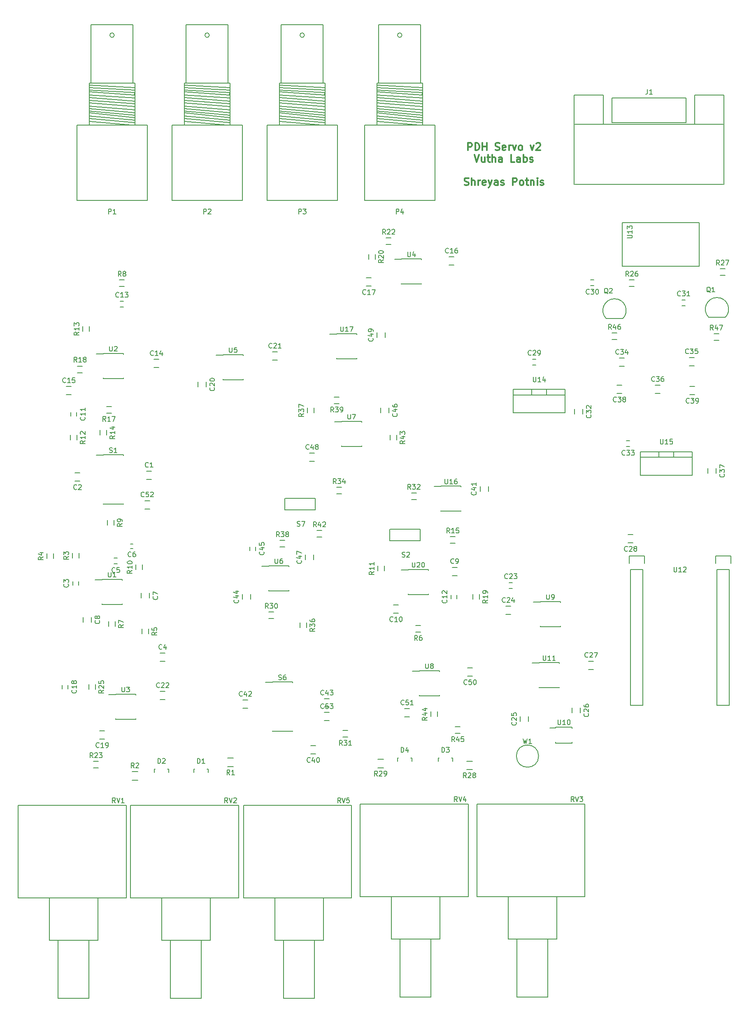
<source format=gbr>
G04 #@! TF.FileFunction,Legend,Top*
%FSLAX46Y46*%
G04 Gerber Fmt 4.6, Leading zero omitted, Abs format (unit mm)*
G04 Created by KiCad (PCBNEW 4.0.2-stable) date 9/9/2016 3:28:36 PM*
%MOMM*%
G01*
G04 APERTURE LIST*
%ADD10C,0.100000*%
%ADD11C,0.300000*%
%ADD12C,0.150000*%
G04 APERTURE END LIST*
D10*
D11*
X119698430Y-51123571D02*
X119698430Y-49623571D01*
X120269858Y-49623571D01*
X120412716Y-49695000D01*
X120484144Y-49766429D01*
X120555573Y-49909286D01*
X120555573Y-50123571D01*
X120484144Y-50266429D01*
X120412716Y-50337857D01*
X120269858Y-50409286D01*
X119698430Y-50409286D01*
X121198430Y-51123571D02*
X121198430Y-49623571D01*
X121555573Y-49623571D01*
X121769858Y-49695000D01*
X121912716Y-49837857D01*
X121984144Y-49980714D01*
X122055573Y-50266429D01*
X122055573Y-50480714D01*
X121984144Y-50766429D01*
X121912716Y-50909286D01*
X121769858Y-51052143D01*
X121555573Y-51123571D01*
X121198430Y-51123571D01*
X122698430Y-51123571D02*
X122698430Y-49623571D01*
X122698430Y-50337857D02*
X123555573Y-50337857D01*
X123555573Y-51123571D02*
X123555573Y-49623571D01*
X125341287Y-51052143D02*
X125555573Y-51123571D01*
X125912716Y-51123571D01*
X126055573Y-51052143D01*
X126127002Y-50980714D01*
X126198430Y-50837857D01*
X126198430Y-50695000D01*
X126127002Y-50552143D01*
X126055573Y-50480714D01*
X125912716Y-50409286D01*
X125627002Y-50337857D01*
X125484144Y-50266429D01*
X125412716Y-50195000D01*
X125341287Y-50052143D01*
X125341287Y-49909286D01*
X125412716Y-49766429D01*
X125484144Y-49695000D01*
X125627002Y-49623571D01*
X125984144Y-49623571D01*
X126198430Y-49695000D01*
X127412715Y-51052143D02*
X127269858Y-51123571D01*
X126984144Y-51123571D01*
X126841287Y-51052143D01*
X126769858Y-50909286D01*
X126769858Y-50337857D01*
X126841287Y-50195000D01*
X126984144Y-50123571D01*
X127269858Y-50123571D01*
X127412715Y-50195000D01*
X127484144Y-50337857D01*
X127484144Y-50480714D01*
X126769858Y-50623571D01*
X128127001Y-51123571D02*
X128127001Y-50123571D01*
X128127001Y-50409286D02*
X128198429Y-50266429D01*
X128269858Y-50195000D01*
X128412715Y-50123571D01*
X128555572Y-50123571D01*
X128912715Y-50123571D02*
X129269858Y-51123571D01*
X129627000Y-50123571D01*
X130412715Y-51123571D02*
X130269857Y-51052143D01*
X130198429Y-50980714D01*
X130127000Y-50837857D01*
X130127000Y-50409286D01*
X130198429Y-50266429D01*
X130269857Y-50195000D01*
X130412715Y-50123571D01*
X130627000Y-50123571D01*
X130769857Y-50195000D01*
X130841286Y-50266429D01*
X130912715Y-50409286D01*
X130912715Y-50837857D01*
X130841286Y-50980714D01*
X130769857Y-51052143D01*
X130627000Y-51123571D01*
X130412715Y-51123571D01*
X132555572Y-50123571D02*
X132912715Y-51123571D01*
X133269857Y-50123571D01*
X133769857Y-49766429D02*
X133841286Y-49695000D01*
X133984143Y-49623571D01*
X134341286Y-49623571D01*
X134484143Y-49695000D01*
X134555572Y-49766429D01*
X134627000Y-49909286D01*
X134627000Y-50052143D01*
X134555572Y-50266429D01*
X133698429Y-51123571D01*
X134627000Y-51123571D01*
X121019857Y-52023571D02*
X121519857Y-53523571D01*
X122019857Y-52023571D01*
X123162714Y-52523571D02*
X123162714Y-53523571D01*
X122519857Y-52523571D02*
X122519857Y-53309286D01*
X122591285Y-53452143D01*
X122734143Y-53523571D01*
X122948428Y-53523571D01*
X123091285Y-53452143D01*
X123162714Y-53380714D01*
X123662714Y-52523571D02*
X124234143Y-52523571D01*
X123877000Y-52023571D02*
X123877000Y-53309286D01*
X123948428Y-53452143D01*
X124091286Y-53523571D01*
X124234143Y-53523571D01*
X124734143Y-53523571D02*
X124734143Y-52023571D01*
X125377000Y-53523571D02*
X125377000Y-52737857D01*
X125305571Y-52595000D01*
X125162714Y-52523571D01*
X124948429Y-52523571D01*
X124805571Y-52595000D01*
X124734143Y-52666429D01*
X126734143Y-53523571D02*
X126734143Y-52737857D01*
X126662714Y-52595000D01*
X126519857Y-52523571D01*
X126234143Y-52523571D01*
X126091286Y-52595000D01*
X126734143Y-53452143D02*
X126591286Y-53523571D01*
X126234143Y-53523571D01*
X126091286Y-53452143D01*
X126019857Y-53309286D01*
X126019857Y-53166429D01*
X126091286Y-53023571D01*
X126234143Y-52952143D01*
X126591286Y-52952143D01*
X126734143Y-52880714D01*
X129305572Y-53523571D02*
X128591286Y-53523571D01*
X128591286Y-52023571D01*
X130448429Y-53523571D02*
X130448429Y-52737857D01*
X130377000Y-52595000D01*
X130234143Y-52523571D01*
X129948429Y-52523571D01*
X129805572Y-52595000D01*
X130448429Y-53452143D02*
X130305572Y-53523571D01*
X129948429Y-53523571D01*
X129805572Y-53452143D01*
X129734143Y-53309286D01*
X129734143Y-53166429D01*
X129805572Y-53023571D01*
X129948429Y-52952143D01*
X130305572Y-52952143D01*
X130448429Y-52880714D01*
X131162715Y-53523571D02*
X131162715Y-52023571D01*
X131162715Y-52595000D02*
X131305572Y-52523571D01*
X131591286Y-52523571D01*
X131734143Y-52595000D01*
X131805572Y-52666429D01*
X131877001Y-52809286D01*
X131877001Y-53237857D01*
X131805572Y-53380714D01*
X131734143Y-53452143D01*
X131591286Y-53523571D01*
X131305572Y-53523571D01*
X131162715Y-53452143D01*
X132448429Y-53452143D02*
X132591286Y-53523571D01*
X132877001Y-53523571D01*
X133019858Y-53452143D01*
X133091286Y-53309286D01*
X133091286Y-53237857D01*
X133019858Y-53095000D01*
X132877001Y-53023571D01*
X132662715Y-53023571D01*
X132519858Y-52952143D01*
X132448429Y-52809286D01*
X132448429Y-52737857D01*
X132519858Y-52595000D01*
X132662715Y-52523571D01*
X132877001Y-52523571D01*
X133019858Y-52595000D01*
X118984143Y-58252143D02*
X119198429Y-58323571D01*
X119555572Y-58323571D01*
X119698429Y-58252143D01*
X119769858Y-58180714D01*
X119841286Y-58037857D01*
X119841286Y-57895000D01*
X119769858Y-57752143D01*
X119698429Y-57680714D01*
X119555572Y-57609286D01*
X119269858Y-57537857D01*
X119127000Y-57466429D01*
X119055572Y-57395000D01*
X118984143Y-57252143D01*
X118984143Y-57109286D01*
X119055572Y-56966429D01*
X119127000Y-56895000D01*
X119269858Y-56823571D01*
X119627000Y-56823571D01*
X119841286Y-56895000D01*
X120484143Y-58323571D02*
X120484143Y-56823571D01*
X121127000Y-58323571D02*
X121127000Y-57537857D01*
X121055571Y-57395000D01*
X120912714Y-57323571D01*
X120698429Y-57323571D01*
X120555571Y-57395000D01*
X120484143Y-57466429D01*
X121841286Y-58323571D02*
X121841286Y-57323571D01*
X121841286Y-57609286D02*
X121912714Y-57466429D01*
X121984143Y-57395000D01*
X122127000Y-57323571D01*
X122269857Y-57323571D01*
X123341285Y-58252143D02*
X123198428Y-58323571D01*
X122912714Y-58323571D01*
X122769857Y-58252143D01*
X122698428Y-58109286D01*
X122698428Y-57537857D01*
X122769857Y-57395000D01*
X122912714Y-57323571D01*
X123198428Y-57323571D01*
X123341285Y-57395000D01*
X123412714Y-57537857D01*
X123412714Y-57680714D01*
X122698428Y-57823571D01*
X123912714Y-57323571D02*
X124269857Y-58323571D01*
X124626999Y-57323571D02*
X124269857Y-58323571D01*
X124126999Y-58680714D01*
X124055571Y-58752143D01*
X123912714Y-58823571D01*
X125841285Y-58323571D02*
X125841285Y-57537857D01*
X125769856Y-57395000D01*
X125626999Y-57323571D01*
X125341285Y-57323571D01*
X125198428Y-57395000D01*
X125841285Y-58252143D02*
X125698428Y-58323571D01*
X125341285Y-58323571D01*
X125198428Y-58252143D01*
X125126999Y-58109286D01*
X125126999Y-57966429D01*
X125198428Y-57823571D01*
X125341285Y-57752143D01*
X125698428Y-57752143D01*
X125841285Y-57680714D01*
X126484142Y-58252143D02*
X126626999Y-58323571D01*
X126912714Y-58323571D01*
X127055571Y-58252143D01*
X127126999Y-58109286D01*
X127126999Y-58037857D01*
X127055571Y-57895000D01*
X126912714Y-57823571D01*
X126698428Y-57823571D01*
X126555571Y-57752143D01*
X126484142Y-57609286D01*
X126484142Y-57537857D01*
X126555571Y-57395000D01*
X126698428Y-57323571D01*
X126912714Y-57323571D01*
X127055571Y-57395000D01*
X128912714Y-58323571D02*
X128912714Y-56823571D01*
X129484142Y-56823571D01*
X129627000Y-56895000D01*
X129698428Y-56966429D01*
X129769857Y-57109286D01*
X129769857Y-57323571D01*
X129698428Y-57466429D01*
X129627000Y-57537857D01*
X129484142Y-57609286D01*
X128912714Y-57609286D01*
X130627000Y-58323571D02*
X130484142Y-58252143D01*
X130412714Y-58180714D01*
X130341285Y-58037857D01*
X130341285Y-57609286D01*
X130412714Y-57466429D01*
X130484142Y-57395000D01*
X130627000Y-57323571D01*
X130841285Y-57323571D01*
X130984142Y-57395000D01*
X131055571Y-57466429D01*
X131127000Y-57609286D01*
X131127000Y-58037857D01*
X131055571Y-58180714D01*
X130984142Y-58252143D01*
X130841285Y-58323571D01*
X130627000Y-58323571D01*
X131555571Y-57323571D02*
X132127000Y-57323571D01*
X131769857Y-56823571D02*
X131769857Y-58109286D01*
X131841285Y-58252143D01*
X131984143Y-58323571D01*
X132127000Y-58323571D01*
X132627000Y-57323571D02*
X132627000Y-58323571D01*
X132627000Y-57466429D02*
X132698428Y-57395000D01*
X132841286Y-57323571D01*
X133055571Y-57323571D01*
X133198428Y-57395000D01*
X133269857Y-57537857D01*
X133269857Y-58323571D01*
X133984143Y-58323571D02*
X133984143Y-57323571D01*
X133984143Y-56823571D02*
X133912714Y-56895000D01*
X133984143Y-56966429D01*
X134055571Y-56895000D01*
X133984143Y-56823571D01*
X133984143Y-56966429D01*
X134627000Y-58252143D02*
X134769857Y-58323571D01*
X135055572Y-58323571D01*
X135198429Y-58252143D01*
X135269857Y-58109286D01*
X135269857Y-58037857D01*
X135198429Y-57895000D01*
X135055572Y-57823571D01*
X134841286Y-57823571D01*
X134698429Y-57752143D01*
X134627000Y-57609286D01*
X134627000Y-57537857D01*
X134698429Y-57395000D01*
X134841286Y-57323571D01*
X135055572Y-57323571D01*
X135198429Y-57395000D01*
D12*
X44661000Y-92929000D02*
X44661000Y-92979000D01*
X48811000Y-92929000D02*
X48811000Y-93074000D01*
X48811000Y-98079000D02*
X48811000Y-97934000D01*
X44661000Y-98079000D02*
X44661000Y-97934000D01*
X44661000Y-92929000D02*
X48811000Y-92929000D01*
X44661000Y-98079000D02*
X48811000Y-98079000D01*
X44661000Y-92979000D02*
X43261000Y-92979000D01*
X173762000Y-134594000D02*
X170662000Y-134594000D01*
X173762000Y-136144000D02*
X173762000Y-134594000D01*
X170942000Y-137414000D02*
X173482000Y-137414000D01*
X170662000Y-134594000D02*
X170662000Y-136144000D01*
X173482000Y-165354000D02*
X173482000Y-137414000D01*
X170942000Y-165354000D02*
X173482000Y-165354000D01*
X170942000Y-137414000D02*
X170942000Y-165354000D01*
X170942000Y-137414000D02*
X170942000Y-165354000D01*
X170942000Y-165354000D02*
X173482000Y-165354000D01*
X173482000Y-165354000D02*
X173482000Y-137414000D01*
X170662000Y-134594000D02*
X170662000Y-136144000D01*
X170942000Y-137414000D02*
X173482000Y-137414000D01*
X173762000Y-136144000D02*
X173762000Y-134594000D01*
X173762000Y-134594000D02*
X170662000Y-134594000D01*
X155982000Y-134594000D02*
X152882000Y-134594000D01*
X155982000Y-136144000D02*
X155982000Y-134594000D01*
X153162000Y-137414000D02*
X155702000Y-137414000D01*
X152882000Y-134594000D02*
X152882000Y-136144000D01*
X155702000Y-165354000D02*
X155702000Y-137414000D01*
X153162000Y-165354000D02*
X155702000Y-165354000D01*
X153162000Y-137414000D02*
X153162000Y-165354000D01*
X153162000Y-137414000D02*
X153162000Y-165354000D01*
X153162000Y-165354000D02*
X155702000Y-165354000D01*
X155702000Y-165354000D02*
X155702000Y-137414000D01*
X152882000Y-134594000D02*
X152882000Y-136144000D01*
X153162000Y-137414000D02*
X155702000Y-137414000D01*
X155982000Y-136144000D02*
X155982000Y-134594000D01*
X155982000Y-134594000D02*
X152882000Y-134594000D01*
X79459000Y-160533000D02*
X79459000Y-160558000D01*
X83609000Y-160533000D02*
X83609000Y-160638000D01*
X83609000Y-170683000D02*
X83609000Y-170578000D01*
X79459000Y-170683000D02*
X79459000Y-170578000D01*
X79459000Y-160533000D02*
X83609000Y-160533000D01*
X79459000Y-170683000D02*
X83609000Y-170683000D01*
X79459000Y-160558000D02*
X78084000Y-160558000D01*
X54602000Y-117133000D02*
X53602000Y-117133000D01*
X53602000Y-118833000D02*
X54602000Y-118833000D01*
X38870000Y-119214000D02*
X39870000Y-119214000D01*
X39870000Y-117514000D02*
X38870000Y-117514000D01*
X38389000Y-140558000D02*
X38389000Y-139858000D01*
X39589000Y-139858000D02*
X39589000Y-140558000D01*
X57396000Y-154598000D02*
X56396000Y-154598000D01*
X56396000Y-156298000D02*
X57396000Y-156298000D01*
X47594000Y-136236000D02*
X46894000Y-136236000D01*
X46894000Y-135036000D02*
X47594000Y-135036000D01*
X50296000Y-133063000D02*
X50796000Y-133063000D01*
X50796000Y-132113000D02*
X50296000Y-132113000D01*
X54190000Y-143248000D02*
X54190000Y-142248000D01*
X52490000Y-142248000D02*
X52490000Y-143248000D01*
X42252000Y-148201000D02*
X42252000Y-147201000D01*
X40552000Y-147201000D02*
X40552000Y-148201000D01*
X117467000Y-136945000D02*
X116467000Y-136945000D01*
X116467000Y-138645000D02*
X117467000Y-138645000D01*
X104402000Y-146392000D02*
X105402000Y-146392000D01*
X105402000Y-144692000D02*
X104402000Y-144692000D01*
X39208000Y-105060000D02*
X39208000Y-105760000D01*
X38008000Y-105760000D02*
X38008000Y-105060000D01*
X116240000Y-143352000D02*
X116240000Y-142652000D01*
X117440000Y-142652000D02*
X117440000Y-143352000D01*
X48164000Y-82204000D02*
X48864000Y-82204000D01*
X48864000Y-83404000D02*
X48164000Y-83404000D01*
X56126000Y-94146000D02*
X55126000Y-94146000D01*
X55126000Y-95846000D02*
X56126000Y-95846000D01*
X38092000Y-99734000D02*
X37092000Y-99734000D01*
X37092000Y-101434000D02*
X38092000Y-101434000D01*
X116832000Y-73064000D02*
X115832000Y-73064000D01*
X115832000Y-74764000D02*
X116832000Y-74764000D01*
X98814000Y-79082000D02*
X99814000Y-79082000D01*
X99814000Y-77382000D02*
X98814000Y-77382000D01*
X37430000Y-161194000D02*
X37430000Y-161894000D01*
X36230000Y-161894000D02*
X36230000Y-161194000D01*
X43950000Y-172300000D02*
X44950000Y-172300000D01*
X44950000Y-170600000D02*
X43950000Y-170600000D01*
X65874000Y-99814000D02*
X65874000Y-98814000D01*
X64174000Y-98814000D02*
X64174000Y-99814000D01*
X80510000Y-92622000D02*
X79510000Y-92622000D01*
X79510000Y-94322000D02*
X80510000Y-94322000D01*
X57396000Y-162472000D02*
X56396000Y-162472000D01*
X56396000Y-164172000D02*
X57396000Y-164172000D01*
X128174000Y-140116000D02*
X128874000Y-140116000D01*
X128874000Y-141316000D02*
X128174000Y-141316000D01*
X128516000Y-144946000D02*
X127516000Y-144946000D01*
X127516000Y-146646000D02*
X128516000Y-146646000D01*
X130468000Y-167648000D02*
X130468000Y-168648000D01*
X132168000Y-168648000D02*
X132168000Y-167648000D01*
X142836000Y-166870000D02*
X142836000Y-165870000D01*
X141136000Y-165870000D02*
X141136000Y-166870000D01*
X145534000Y-156249000D02*
X144534000Y-156249000D01*
X144534000Y-157949000D02*
X145534000Y-157949000D01*
X152662000Y-131914000D02*
X153662000Y-131914000D01*
X153662000Y-130214000D02*
X152662000Y-130214000D01*
X133000000Y-94142000D02*
X133700000Y-94142000D01*
X133700000Y-95342000D02*
X133000000Y-95342000D01*
X145638000Y-78959000D02*
X144938000Y-78959000D01*
X144938000Y-77759000D02*
X145638000Y-77759000D01*
X163734000Y-81950000D02*
X164434000Y-81950000D01*
X164434000Y-83150000D02*
X163734000Y-83150000D01*
X143344000Y-105402000D02*
X143344000Y-104402000D01*
X141644000Y-104402000D02*
X141644000Y-105402000D01*
X153004000Y-112106000D02*
X152304000Y-112106000D01*
X152304000Y-110906000D02*
X153004000Y-110906000D01*
X151884000Y-93892000D02*
X150884000Y-93892000D01*
X150884000Y-95592000D02*
X151884000Y-95592000D01*
X166235000Y-93765000D02*
X165235000Y-93765000D01*
X165235000Y-95465000D02*
X166235000Y-95465000D01*
X159250000Y-99480000D02*
X158250000Y-99480000D01*
X158250000Y-101180000D02*
X159250000Y-101180000D01*
X170776000Y-117594000D02*
X170776000Y-116594000D01*
X169076000Y-116594000D02*
X169076000Y-117594000D01*
X150376000Y-101180000D02*
X151376000Y-101180000D01*
X151376000Y-99480000D02*
X150376000Y-99480000D01*
X165362000Y-101434000D02*
X166362000Y-101434000D01*
X166362000Y-99734000D02*
X165362000Y-99734000D01*
X87384000Y-175348000D02*
X88384000Y-175348000D01*
X88384000Y-173648000D02*
X87384000Y-173648000D01*
X122213000Y-120277000D02*
X122213000Y-121277000D01*
X123913000Y-121277000D02*
X123913000Y-120277000D01*
X74414000Y-164250000D02*
X73414000Y-164250000D01*
X73414000Y-165950000D02*
X74414000Y-165950000D01*
X91178000Y-163996000D02*
X90178000Y-163996000D01*
X90178000Y-165696000D02*
X91178000Y-165696000D01*
X73318000Y-142502000D02*
X73318000Y-143502000D01*
X75018000Y-143502000D02*
X75018000Y-142502000D01*
X76038000Y-132746000D02*
X76038000Y-133446000D01*
X74838000Y-133446000D02*
X74838000Y-132746000D01*
X103466000Y-105148000D02*
X103466000Y-104148000D01*
X101766000Y-104148000D02*
X101766000Y-105148000D01*
X86272000Y-134374000D02*
X86272000Y-135374000D01*
X87972000Y-135374000D02*
X87972000Y-134374000D01*
X88130000Y-113450000D02*
X87130000Y-113450000D01*
X87130000Y-115150000D02*
X88130000Y-115150000D01*
X101004000Y-88654000D02*
X101004000Y-89654000D01*
X102704000Y-89654000D02*
X102704000Y-88654000D01*
X119642000Y-159346000D02*
X120642000Y-159346000D01*
X120642000Y-157646000D02*
X119642000Y-157646000D01*
X107688000Y-166028000D02*
X106688000Y-166028000D01*
X106688000Y-167728000D02*
X107688000Y-167728000D01*
X66069160Y-178419760D02*
X66020900Y-178419760D01*
X63270180Y-179120800D02*
X63270180Y-178419760D01*
X63270180Y-178419760D02*
X63519100Y-178419760D01*
X66069160Y-178419760D02*
X66269820Y-178419760D01*
X66269820Y-178419760D02*
X66269820Y-179120800D01*
X57941160Y-178419760D02*
X57892900Y-178419760D01*
X55142180Y-179120800D02*
X55142180Y-178419760D01*
X55142180Y-178419760D02*
X55391100Y-178419760D01*
X57941160Y-178419760D02*
X58141820Y-178419760D01*
X58141820Y-178419760D02*
X58141820Y-179120800D01*
X116361160Y-176133760D02*
X116312900Y-176133760D01*
X113562180Y-176834800D02*
X113562180Y-176133760D01*
X113562180Y-176133760D02*
X113811100Y-176133760D01*
X116361160Y-176133760D02*
X116561820Y-176133760D01*
X116561820Y-176133760D02*
X116561820Y-176834800D01*
X107979160Y-176133760D02*
X107930900Y-176133760D01*
X105180180Y-176834800D02*
X105180180Y-176133760D01*
X105180180Y-176133760D02*
X105429100Y-176133760D01*
X107979160Y-176133760D02*
X108179820Y-176133760D01*
X108179820Y-176133760D02*
X108179820Y-176834800D01*
X169242000Y-85520000D02*
X172642000Y-85520000D01*
X169244944Y-85517056D02*
G75*
G02X170942000Y-81420000I1697056J1697056D01*
G01*
X172639056Y-85517056D02*
G75*
G03X170942000Y-81420000I-1697056J1697056D01*
G01*
X148160000Y-85774000D02*
X151560000Y-85774000D01*
X148162944Y-85771056D02*
G75*
G02X149860000Y-81674000I1697056J1697056D01*
G01*
X151557056Y-85771056D02*
G75*
G03X149860000Y-81674000I-1697056J1697056D01*
G01*
X70266000Y-176163000D02*
X71466000Y-176163000D01*
X71466000Y-177913000D02*
X70266000Y-177913000D01*
X51781000Y-180707000D02*
X50581000Y-180707000D01*
X50581000Y-178957000D02*
X51781000Y-178957000D01*
X39664000Y-133993000D02*
X39664000Y-134993000D01*
X38314000Y-134993000D02*
X38314000Y-133993000D01*
X34457000Y-134120000D02*
X34457000Y-135120000D01*
X33107000Y-135120000D02*
X33107000Y-134120000D01*
X52665000Y-150614000D02*
X52665000Y-149614000D01*
X54015000Y-149614000D02*
X54015000Y-150614000D01*
X108974000Y-148931000D02*
X109974000Y-148931000D01*
X109974000Y-150281000D02*
X108974000Y-150281000D01*
X45807000Y-149090000D02*
X45807000Y-148090000D01*
X47157000Y-148090000D02*
X47157000Y-149090000D01*
X45553000Y-128262000D02*
X45553000Y-127262000D01*
X46903000Y-127262000D02*
X46903000Y-128262000D01*
X52745000Y-136406000D02*
X52745000Y-137406000D01*
X51395000Y-137406000D02*
X51395000Y-136406000D01*
X102529000Y-136660000D02*
X102529000Y-137660000D01*
X101179000Y-137660000D02*
X101179000Y-136660000D01*
X37933000Y-110736000D02*
X37933000Y-109736000D01*
X39283000Y-109736000D02*
X39283000Y-110736000D01*
X41823000Y-87384000D02*
X41823000Y-88384000D01*
X40473000Y-88384000D02*
X40473000Y-87384000D01*
X44029000Y-109720000D02*
X44029000Y-108720000D01*
X45379000Y-108720000D02*
X45379000Y-109720000D01*
X117086000Y-131993000D02*
X116086000Y-131993000D01*
X116086000Y-130643000D02*
X117086000Y-130643000D01*
X45347000Y-103846000D02*
X46347000Y-103846000D01*
X46347000Y-105196000D02*
X45347000Y-105196000D01*
X39378000Y-95591000D02*
X40378000Y-95591000D01*
X40378000Y-96941000D02*
X39378000Y-96941000D01*
X120737000Y-143502000D02*
X120737000Y-142502000D01*
X122087000Y-142502000D02*
X122087000Y-143502000D01*
X99274000Y-73525000D02*
X99274000Y-72525000D01*
X100624000Y-72525000D02*
X100624000Y-73525000D01*
X103878000Y-70525000D02*
X102878000Y-70525000D01*
X102878000Y-69175000D02*
X103878000Y-69175000D01*
X43680000Y-178221000D02*
X42680000Y-178221000D01*
X42680000Y-176871000D02*
X43680000Y-176871000D01*
X41743000Y-162044000D02*
X41743000Y-161044000D01*
X43093000Y-161044000D02*
X43093000Y-162044000D01*
X153916000Y-79161000D02*
X152916000Y-79161000D01*
X152916000Y-77811000D02*
X153916000Y-77811000D01*
X172585000Y-76875000D02*
X171585000Y-76875000D01*
X171585000Y-75525000D02*
X172585000Y-75525000D01*
X79748000Y-147487000D02*
X78748000Y-147487000D01*
X78748000Y-146137000D02*
X79748000Y-146137000D01*
X93988000Y-170521000D02*
X94988000Y-170521000D01*
X94988000Y-171871000D02*
X93988000Y-171871000D01*
X109085000Y-122976000D02*
X108085000Y-122976000D01*
X108085000Y-121626000D02*
X109085000Y-121626000D01*
X93718000Y-121833000D02*
X92718000Y-121833000D01*
X92718000Y-120483000D02*
X93718000Y-120483000D01*
X85177000Y-149344000D02*
X85177000Y-148344000D01*
X86527000Y-148344000D02*
X86527000Y-149344000D01*
X88051000Y-104148000D02*
X88051000Y-105148000D01*
X86701000Y-105148000D02*
X86701000Y-104148000D01*
X82034000Y-132755000D02*
X81034000Y-132755000D01*
X81034000Y-131405000D02*
X82034000Y-131405000D01*
X92210000Y-101941000D02*
X93210000Y-101941000D01*
X93210000Y-103291000D02*
X92210000Y-103291000D01*
X89654000Y-130723000D02*
X88654000Y-130723000D01*
X88654000Y-129373000D02*
X89654000Y-129373000D01*
X103719000Y-110736000D02*
X103719000Y-109736000D01*
X105069000Y-109736000D02*
X105069000Y-110736000D01*
X113451000Y-166632000D02*
X113451000Y-167632000D01*
X112101000Y-167632000D02*
X112101000Y-166632000D01*
X117102000Y-169759000D02*
X118102000Y-169759000D01*
X118102000Y-171109000D02*
X117102000Y-171109000D01*
X150360000Y-90083000D02*
X149360000Y-90083000D01*
X149360000Y-88733000D02*
X150360000Y-88733000D01*
X171315000Y-90210000D02*
X170315000Y-90210000D01*
X170315000Y-88860000D02*
X171315000Y-88860000D01*
X44661000Y-113797000D02*
X44661000Y-113822000D01*
X48811000Y-113797000D02*
X48811000Y-113902000D01*
X48811000Y-123947000D02*
X48811000Y-123842000D01*
X44661000Y-123947000D02*
X44661000Y-123842000D01*
X44661000Y-113797000D02*
X48811000Y-113797000D01*
X44661000Y-123947000D02*
X48811000Y-123947000D01*
X44661000Y-113822000D02*
X43286000Y-113822000D01*
X44407000Y-139411000D02*
X44407000Y-139461000D01*
X48557000Y-139411000D02*
X48557000Y-139556000D01*
X48557000Y-144561000D02*
X48557000Y-144416000D01*
X44407000Y-144561000D02*
X44407000Y-144416000D01*
X44407000Y-139411000D02*
X48557000Y-139411000D01*
X44407000Y-144561000D02*
X48557000Y-144561000D01*
X44407000Y-139461000D02*
X43007000Y-139461000D01*
X47201000Y-163033000D02*
X47201000Y-163083000D01*
X51351000Y-163033000D02*
X51351000Y-163178000D01*
X51351000Y-168183000D02*
X51351000Y-168038000D01*
X47201000Y-168183000D02*
X47201000Y-168038000D01*
X47201000Y-163033000D02*
X51351000Y-163033000D01*
X47201000Y-168183000D02*
X51351000Y-168183000D01*
X47201000Y-163083000D02*
X45801000Y-163083000D01*
X106002000Y-73498000D02*
X106002000Y-73548000D01*
X110152000Y-73498000D02*
X110152000Y-73643000D01*
X110152000Y-78648000D02*
X110152000Y-78503000D01*
X106002000Y-78648000D02*
X106002000Y-78503000D01*
X106002000Y-73498000D02*
X110152000Y-73498000D01*
X106002000Y-78648000D02*
X110152000Y-78648000D01*
X106002000Y-73548000D02*
X104602000Y-73548000D01*
X69299000Y-93183000D02*
X69299000Y-93233000D01*
X73449000Y-93183000D02*
X73449000Y-93328000D01*
X73449000Y-98333000D02*
X73449000Y-98188000D01*
X69299000Y-98333000D02*
X69299000Y-98188000D01*
X69299000Y-93183000D02*
X73449000Y-93183000D01*
X69299000Y-98333000D02*
X73449000Y-98333000D01*
X69299000Y-93233000D02*
X67899000Y-93233000D01*
X78697000Y-136617000D02*
X78697000Y-136667000D01*
X82847000Y-136617000D02*
X82847000Y-136762000D01*
X82847000Y-141767000D02*
X82847000Y-141622000D01*
X78697000Y-141767000D02*
X78697000Y-141622000D01*
X78697000Y-136617000D02*
X82847000Y-136617000D01*
X78697000Y-141767000D02*
X82847000Y-141767000D01*
X78697000Y-136667000D02*
X77297000Y-136667000D01*
X93683000Y-106899000D02*
X93683000Y-106949000D01*
X97833000Y-106899000D02*
X97833000Y-107044000D01*
X97833000Y-112049000D02*
X97833000Y-111904000D01*
X93683000Y-112049000D02*
X93683000Y-111904000D01*
X93683000Y-106899000D02*
X97833000Y-106899000D01*
X93683000Y-112049000D02*
X97833000Y-112049000D01*
X93683000Y-106949000D02*
X92283000Y-106949000D01*
X109685000Y-158207000D02*
X109685000Y-158257000D01*
X113835000Y-158207000D02*
X113835000Y-158352000D01*
X113835000Y-163357000D02*
X113835000Y-163212000D01*
X109685000Y-163357000D02*
X109685000Y-163212000D01*
X109685000Y-158207000D02*
X113835000Y-158207000D01*
X109685000Y-163357000D02*
X113835000Y-163357000D01*
X109685000Y-158257000D02*
X108285000Y-158257000D01*
X134577000Y-143983000D02*
X134577000Y-144033000D01*
X138727000Y-143983000D02*
X138727000Y-144128000D01*
X138727000Y-149133000D02*
X138727000Y-148988000D01*
X134577000Y-149133000D02*
X134577000Y-148988000D01*
X134577000Y-143983000D02*
X138727000Y-143983000D01*
X134577000Y-149133000D02*
X138727000Y-149133000D01*
X134577000Y-144033000D02*
X133177000Y-144033000D01*
X137771000Y-169775000D02*
X137771000Y-170000000D01*
X141121000Y-169775000D02*
X141121000Y-170075000D01*
X141121000Y-173125000D02*
X141121000Y-172825000D01*
X137771000Y-173125000D02*
X137771000Y-172825000D01*
X137771000Y-169775000D02*
X141121000Y-169775000D01*
X137771000Y-173125000D02*
X141121000Y-173125000D01*
X137771000Y-170000000D02*
X136546000Y-170000000D01*
X134323000Y-156556000D02*
X134323000Y-156606000D01*
X138473000Y-156556000D02*
X138473000Y-156701000D01*
X138473000Y-161706000D02*
X138473000Y-161561000D01*
X134323000Y-161706000D02*
X134323000Y-161561000D01*
X134323000Y-156556000D02*
X138473000Y-156556000D01*
X134323000Y-161706000D02*
X138473000Y-161706000D01*
X134323000Y-156606000D02*
X132923000Y-156606000D01*
X167315000Y-65985000D02*
X167315000Y-74985000D01*
X151455000Y-65985000D02*
X151455000Y-74985000D01*
X167315000Y-74985000D02*
X151455000Y-74985000D01*
X167315000Y-65985000D02*
X151455000Y-65985000D01*
X132842000Y-100330000D02*
X132842000Y-101473000D01*
X135890000Y-100330000D02*
X135890000Y-101473000D01*
X139700000Y-101473000D02*
X139700000Y-105156000D01*
X139700000Y-105156000D02*
X129032000Y-105156000D01*
X129032000Y-105156000D02*
X129032000Y-101473000D01*
X139700000Y-100330000D02*
X139700000Y-101473000D01*
X139700000Y-101473000D02*
X129032000Y-101473000D01*
X129032000Y-101473000D02*
X129032000Y-100330000D01*
X134366000Y-100330000D02*
X129032000Y-100330000D01*
X134366000Y-100330000D02*
X139700000Y-100330000D01*
X159004000Y-113157000D02*
X159004000Y-114300000D01*
X162052000Y-113157000D02*
X162052000Y-114300000D01*
X165862000Y-114300000D02*
X165862000Y-117983000D01*
X165862000Y-117983000D02*
X155194000Y-117983000D01*
X155194000Y-117983000D02*
X155194000Y-114300000D01*
X165862000Y-113157000D02*
X165862000Y-114300000D01*
X165862000Y-114300000D02*
X155194000Y-114300000D01*
X155194000Y-114300000D02*
X155194000Y-113157000D01*
X160528000Y-113157000D02*
X155194000Y-113157000D01*
X160528000Y-113157000D02*
X165862000Y-113157000D01*
X114130000Y-120234000D02*
X114130000Y-120284000D01*
X118280000Y-120234000D02*
X118280000Y-120379000D01*
X118280000Y-125384000D02*
X118280000Y-125239000D01*
X114130000Y-125384000D02*
X114130000Y-125239000D01*
X114130000Y-120234000D02*
X118280000Y-120234000D01*
X114130000Y-125384000D02*
X118280000Y-125384000D01*
X114130000Y-120284000D02*
X112730000Y-120284000D01*
X92667000Y-88865000D02*
X92667000Y-88915000D01*
X96817000Y-88865000D02*
X96817000Y-89010000D01*
X96817000Y-94015000D02*
X96817000Y-93870000D01*
X92667000Y-94015000D02*
X92667000Y-93870000D01*
X92667000Y-88865000D02*
X96817000Y-88865000D01*
X92667000Y-94015000D02*
X96817000Y-94015000D01*
X92667000Y-88915000D02*
X91267000Y-88915000D01*
X107399000Y-137379000D02*
X107399000Y-137429000D01*
X111549000Y-137379000D02*
X111549000Y-137524000D01*
X111549000Y-142529000D02*
X111549000Y-142384000D01*
X107399000Y-142529000D02*
X107399000Y-142384000D01*
X107399000Y-137379000D02*
X111549000Y-137379000D01*
X107399000Y-142529000D02*
X111549000Y-142529000D01*
X107399000Y-137429000D02*
X105999000Y-137429000D01*
X103682800Y-129082800D02*
X109880400Y-129082800D01*
X109880400Y-129082800D02*
X109880400Y-131470400D01*
X109880400Y-131470400D02*
X103632000Y-131470400D01*
X103632000Y-131470400D02*
X103632000Y-129082800D01*
X82092800Y-122732800D02*
X88290400Y-122732800D01*
X88290400Y-122732800D02*
X88290400Y-125120400D01*
X88290400Y-125120400D02*
X82042000Y-125120400D01*
X82042000Y-125120400D02*
X82042000Y-122732800D01*
X41758000Y-225598000D02*
X41758000Y-213658000D01*
X35408000Y-225598000D02*
X41758000Y-225598000D01*
X35408000Y-213658000D02*
X35408000Y-225598000D01*
X43608000Y-213658000D02*
X43608000Y-204978000D01*
X33608000Y-213658000D02*
X43608000Y-213658000D01*
X33608000Y-204978000D02*
X33608000Y-213658000D01*
X27178000Y-185928000D02*
X27178000Y-204978000D01*
X27178000Y-204978000D02*
X49398000Y-204978000D01*
X49398000Y-185928000D02*
X49398000Y-204978000D01*
X27178000Y-185928000D02*
X49398000Y-185928000D01*
X64872000Y-225598000D02*
X64872000Y-213658000D01*
X58522000Y-225598000D02*
X64872000Y-225598000D01*
X58522000Y-213658000D02*
X58522000Y-225598000D01*
X66722000Y-213658000D02*
X66722000Y-204978000D01*
X56722000Y-213658000D02*
X66722000Y-213658000D01*
X56722000Y-204978000D02*
X56722000Y-213658000D01*
X50292000Y-185928000D02*
X50292000Y-204978000D01*
X50292000Y-204978000D02*
X72512000Y-204978000D01*
X72512000Y-185928000D02*
X72512000Y-204978000D01*
X50292000Y-185928000D02*
X72512000Y-185928000D01*
X136119000Y-225344000D02*
X136119000Y-213404000D01*
X129769000Y-225344000D02*
X136119000Y-225344000D01*
X129769000Y-213404000D02*
X129769000Y-225344000D01*
X137969000Y-213404000D02*
X137969000Y-204724000D01*
X127969000Y-213404000D02*
X137969000Y-213404000D01*
X127969000Y-204724000D02*
X127969000Y-213404000D01*
X121539000Y-185674000D02*
X121539000Y-204724000D01*
X121539000Y-204724000D02*
X143759000Y-204724000D01*
X143759000Y-185674000D02*
X143759000Y-204724000D01*
X121539000Y-185674000D02*
X143759000Y-185674000D01*
X112116000Y-225344000D02*
X112116000Y-213404000D01*
X105766000Y-225344000D02*
X112116000Y-225344000D01*
X105766000Y-213404000D02*
X105766000Y-225344000D01*
X113966000Y-213404000D02*
X113966000Y-204724000D01*
X103966000Y-213404000D02*
X113966000Y-213404000D01*
X103966000Y-204724000D02*
X103966000Y-213404000D01*
X97536000Y-185674000D02*
X97536000Y-204724000D01*
X97536000Y-204724000D02*
X119756000Y-204724000D01*
X119756000Y-185674000D02*
X119756000Y-204724000D01*
X97536000Y-185674000D02*
X119756000Y-185674000D01*
X88113000Y-225598000D02*
X88113000Y-213658000D01*
X81763000Y-225598000D02*
X88113000Y-225598000D01*
X81763000Y-213658000D02*
X81763000Y-225598000D01*
X89963000Y-213658000D02*
X89963000Y-204978000D01*
X79963000Y-213658000D02*
X89963000Y-213658000D01*
X79963000Y-204978000D02*
X79963000Y-213658000D01*
X73533000Y-185928000D02*
X73533000Y-204978000D01*
X73533000Y-204978000D02*
X95753000Y-204978000D01*
X95753000Y-185928000D02*
X95753000Y-204978000D01*
X73533000Y-185928000D02*
X95753000Y-185928000D01*
X46939905Y-27432000D02*
G75*
G03X46939905Y-27432000I-457905J0D01*
G01*
X51181000Y-38227000D02*
X51181000Y-38735000D01*
X51181000Y-38735000D02*
X41783000Y-38227000D01*
X41783000Y-38227000D02*
X41783000Y-38735000D01*
X41783000Y-38735000D02*
X51181000Y-39243000D01*
X51181000Y-39243000D02*
X51054000Y-39751000D01*
X51054000Y-39751000D02*
X41783000Y-39116000D01*
X41783000Y-39116000D02*
X41783000Y-39751000D01*
X41783000Y-39751000D02*
X51181000Y-40386000D01*
X51181000Y-40386000D02*
X51181000Y-41021000D01*
X51181000Y-41021000D02*
X41783000Y-40259000D01*
X41783000Y-40259000D02*
X41783000Y-40894000D01*
X41783000Y-40894000D02*
X51181000Y-41529000D01*
X51181000Y-41529000D02*
X51181000Y-42164000D01*
X51181000Y-42164000D02*
X41783000Y-41402000D01*
X41783000Y-41402000D02*
X41783000Y-42037000D01*
X41783000Y-42037000D02*
X51181000Y-42799000D01*
X51181000Y-42799000D02*
X51181000Y-43434000D01*
X51181000Y-43434000D02*
X41783000Y-42545000D01*
X41783000Y-42545000D02*
X41783000Y-43053000D01*
X41783000Y-43053000D02*
X51181000Y-43942000D01*
X51181000Y-43942000D02*
X51181000Y-44450000D01*
X51181000Y-44450000D02*
X41783000Y-43434000D01*
X41783000Y-43434000D02*
X41783000Y-44069000D01*
X41783000Y-44069000D02*
X51181000Y-44958000D01*
X51181000Y-44958000D02*
X51181000Y-45466000D01*
X51181000Y-45466000D02*
X41783000Y-44577000D01*
X41783000Y-44577000D02*
X41783000Y-45212000D01*
X41783000Y-45212000D02*
X50546000Y-45974000D01*
X41783000Y-37719000D02*
X51181000Y-38227000D01*
X42164000Y-37338000D02*
X42164000Y-25273000D01*
X42164000Y-25273000D02*
X50800000Y-25273000D01*
X50800000Y-25273000D02*
X50800000Y-37338000D01*
X41783000Y-45974000D02*
X41783000Y-37338000D01*
X41783000Y-37338000D02*
X51181000Y-37338000D01*
X51181000Y-37338000D02*
X51181000Y-45847000D01*
X39243000Y-45974000D02*
X51943000Y-45974000D01*
X39243000Y-45974000D02*
X39243000Y-61468000D01*
X39243000Y-61468000D02*
X53721000Y-61468000D01*
X53721000Y-61468000D02*
X53721000Y-45974000D01*
X53721000Y-45974000D02*
X51689000Y-45974000D01*
X66497905Y-27432000D02*
G75*
G03X66497905Y-27432000I-457905J0D01*
G01*
X70739000Y-38227000D02*
X70739000Y-38735000D01*
X70739000Y-38735000D02*
X61341000Y-38227000D01*
X61341000Y-38227000D02*
X61341000Y-38735000D01*
X61341000Y-38735000D02*
X70739000Y-39243000D01*
X70739000Y-39243000D02*
X70612000Y-39751000D01*
X70612000Y-39751000D02*
X61341000Y-39116000D01*
X61341000Y-39116000D02*
X61341000Y-39751000D01*
X61341000Y-39751000D02*
X70739000Y-40386000D01*
X70739000Y-40386000D02*
X70739000Y-41021000D01*
X70739000Y-41021000D02*
X61341000Y-40259000D01*
X61341000Y-40259000D02*
X61341000Y-40894000D01*
X61341000Y-40894000D02*
X70739000Y-41529000D01*
X70739000Y-41529000D02*
X70739000Y-42164000D01*
X70739000Y-42164000D02*
X61341000Y-41402000D01*
X61341000Y-41402000D02*
X61341000Y-42037000D01*
X61341000Y-42037000D02*
X70739000Y-42799000D01*
X70739000Y-42799000D02*
X70739000Y-43434000D01*
X70739000Y-43434000D02*
X61341000Y-42545000D01*
X61341000Y-42545000D02*
X61341000Y-43053000D01*
X61341000Y-43053000D02*
X70739000Y-43942000D01*
X70739000Y-43942000D02*
X70739000Y-44450000D01*
X70739000Y-44450000D02*
X61341000Y-43434000D01*
X61341000Y-43434000D02*
X61341000Y-44069000D01*
X61341000Y-44069000D02*
X70739000Y-44958000D01*
X70739000Y-44958000D02*
X70739000Y-45466000D01*
X70739000Y-45466000D02*
X61341000Y-44577000D01*
X61341000Y-44577000D02*
X61341000Y-45212000D01*
X61341000Y-45212000D02*
X70104000Y-45974000D01*
X61341000Y-37719000D02*
X70739000Y-38227000D01*
X61722000Y-37338000D02*
X61722000Y-25273000D01*
X61722000Y-25273000D02*
X70358000Y-25273000D01*
X70358000Y-25273000D02*
X70358000Y-37338000D01*
X61341000Y-45974000D02*
X61341000Y-37338000D01*
X61341000Y-37338000D02*
X70739000Y-37338000D01*
X70739000Y-37338000D02*
X70739000Y-45847000D01*
X58801000Y-45974000D02*
X71501000Y-45974000D01*
X58801000Y-45974000D02*
X58801000Y-61468000D01*
X58801000Y-61468000D02*
X73279000Y-61468000D01*
X73279000Y-61468000D02*
X73279000Y-45974000D01*
X73279000Y-45974000D02*
X71247000Y-45974000D01*
X86055905Y-27432000D02*
G75*
G03X86055905Y-27432000I-457905J0D01*
G01*
X90297000Y-38227000D02*
X90297000Y-38735000D01*
X90297000Y-38735000D02*
X80899000Y-38227000D01*
X80899000Y-38227000D02*
X80899000Y-38735000D01*
X80899000Y-38735000D02*
X90297000Y-39243000D01*
X90297000Y-39243000D02*
X90170000Y-39751000D01*
X90170000Y-39751000D02*
X80899000Y-39116000D01*
X80899000Y-39116000D02*
X80899000Y-39751000D01*
X80899000Y-39751000D02*
X90297000Y-40386000D01*
X90297000Y-40386000D02*
X90297000Y-41021000D01*
X90297000Y-41021000D02*
X80899000Y-40259000D01*
X80899000Y-40259000D02*
X80899000Y-40894000D01*
X80899000Y-40894000D02*
X90297000Y-41529000D01*
X90297000Y-41529000D02*
X90297000Y-42164000D01*
X90297000Y-42164000D02*
X80899000Y-41402000D01*
X80899000Y-41402000D02*
X80899000Y-42037000D01*
X80899000Y-42037000D02*
X90297000Y-42799000D01*
X90297000Y-42799000D02*
X90297000Y-43434000D01*
X90297000Y-43434000D02*
X80899000Y-42545000D01*
X80899000Y-42545000D02*
X80899000Y-43053000D01*
X80899000Y-43053000D02*
X90297000Y-43942000D01*
X90297000Y-43942000D02*
X90297000Y-44450000D01*
X90297000Y-44450000D02*
X80899000Y-43434000D01*
X80899000Y-43434000D02*
X80899000Y-44069000D01*
X80899000Y-44069000D02*
X90297000Y-44958000D01*
X90297000Y-44958000D02*
X90297000Y-45466000D01*
X90297000Y-45466000D02*
X80899000Y-44577000D01*
X80899000Y-44577000D02*
X80899000Y-45212000D01*
X80899000Y-45212000D02*
X89662000Y-45974000D01*
X80899000Y-37719000D02*
X90297000Y-38227000D01*
X81280000Y-37338000D02*
X81280000Y-25273000D01*
X81280000Y-25273000D02*
X89916000Y-25273000D01*
X89916000Y-25273000D02*
X89916000Y-37338000D01*
X80899000Y-45974000D02*
X80899000Y-37338000D01*
X80899000Y-37338000D02*
X90297000Y-37338000D01*
X90297000Y-37338000D02*
X90297000Y-45847000D01*
X78359000Y-45974000D02*
X91059000Y-45974000D01*
X78359000Y-45974000D02*
X78359000Y-61468000D01*
X78359000Y-61468000D02*
X92837000Y-61468000D01*
X92837000Y-61468000D02*
X92837000Y-45974000D01*
X92837000Y-45974000D02*
X90805000Y-45974000D01*
X106121905Y-27432000D02*
G75*
G03X106121905Y-27432000I-457905J0D01*
G01*
X110363000Y-38227000D02*
X110363000Y-38735000D01*
X110363000Y-38735000D02*
X100965000Y-38227000D01*
X100965000Y-38227000D02*
X100965000Y-38735000D01*
X100965000Y-38735000D02*
X110363000Y-39243000D01*
X110363000Y-39243000D02*
X110236000Y-39751000D01*
X110236000Y-39751000D02*
X100965000Y-39116000D01*
X100965000Y-39116000D02*
X100965000Y-39751000D01*
X100965000Y-39751000D02*
X110363000Y-40386000D01*
X110363000Y-40386000D02*
X110363000Y-41021000D01*
X110363000Y-41021000D02*
X100965000Y-40259000D01*
X100965000Y-40259000D02*
X100965000Y-40894000D01*
X100965000Y-40894000D02*
X110363000Y-41529000D01*
X110363000Y-41529000D02*
X110363000Y-42164000D01*
X110363000Y-42164000D02*
X100965000Y-41402000D01*
X100965000Y-41402000D02*
X100965000Y-42037000D01*
X100965000Y-42037000D02*
X110363000Y-42799000D01*
X110363000Y-42799000D02*
X110363000Y-43434000D01*
X110363000Y-43434000D02*
X100965000Y-42545000D01*
X100965000Y-42545000D02*
X100965000Y-43053000D01*
X100965000Y-43053000D02*
X110363000Y-43942000D01*
X110363000Y-43942000D02*
X110363000Y-44450000D01*
X110363000Y-44450000D02*
X100965000Y-43434000D01*
X100965000Y-43434000D02*
X100965000Y-44069000D01*
X100965000Y-44069000D02*
X110363000Y-44958000D01*
X110363000Y-44958000D02*
X110363000Y-45466000D01*
X110363000Y-45466000D02*
X100965000Y-44577000D01*
X100965000Y-44577000D02*
X100965000Y-45212000D01*
X100965000Y-45212000D02*
X109728000Y-45974000D01*
X100965000Y-37719000D02*
X110363000Y-38227000D01*
X101346000Y-37338000D02*
X101346000Y-25273000D01*
X101346000Y-25273000D02*
X109982000Y-25273000D01*
X109982000Y-25273000D02*
X109982000Y-37338000D01*
X100965000Y-45974000D02*
X100965000Y-37338000D01*
X100965000Y-37338000D02*
X110363000Y-37338000D01*
X110363000Y-37338000D02*
X110363000Y-45847000D01*
X98425000Y-45974000D02*
X111125000Y-45974000D01*
X98425000Y-45974000D02*
X98425000Y-61468000D01*
X98425000Y-61468000D02*
X112903000Y-61468000D01*
X112903000Y-61468000D02*
X112903000Y-45974000D01*
X112903000Y-45974000D02*
X110871000Y-45974000D01*
X54221000Y-123229000D02*
X53221000Y-123229000D01*
X53221000Y-124929000D02*
X54221000Y-124929000D01*
X91178000Y-166790000D02*
X90178000Y-166790000D01*
X90178000Y-168490000D02*
X91178000Y-168490000D01*
X164592000Y-45466000D02*
X164592000Y-40386000D01*
X164592000Y-40386000D02*
X149352000Y-40386000D01*
X149352000Y-40386000D02*
X149352000Y-45466000D01*
X149352000Y-45466000D02*
X164592000Y-45466000D01*
X172212000Y-58166000D02*
X141732000Y-58166000D01*
X147572000Y-39766000D02*
X141572000Y-39766000D01*
X172372000Y-39766000D02*
X166372000Y-39766000D01*
X141572000Y-45766000D02*
X141572000Y-39766000D01*
X147572000Y-45766000D02*
X147572000Y-39766000D01*
X166372000Y-45766000D02*
X166372000Y-39766000D01*
X172372000Y-45766000D02*
X172372000Y-39766000D01*
X172212000Y-45766000D02*
X141732000Y-45766000D01*
X141572000Y-45766000D02*
X141572000Y-58166000D01*
X172372000Y-45766000D02*
X172372000Y-58166000D01*
X119415000Y-176798000D02*
X120615000Y-176798000D01*
X120615000Y-178548000D02*
X119415000Y-178548000D01*
X101127000Y-176417000D02*
X102327000Y-176417000D01*
X102327000Y-178167000D02*
X101127000Y-178167000D01*
X134239000Y-175768000D02*
G75*
G03X134239000Y-175768000I-2286000J0D01*
G01*
X49014000Y-79161000D02*
X48014000Y-79161000D01*
X48014000Y-77811000D02*
X49014000Y-77811000D01*
X45974095Y-91456381D02*
X45974095Y-92265905D01*
X46021714Y-92361143D01*
X46069333Y-92408762D01*
X46164571Y-92456381D01*
X46355048Y-92456381D01*
X46450286Y-92408762D01*
X46497905Y-92361143D01*
X46545524Y-92265905D01*
X46545524Y-91456381D01*
X46974095Y-91551619D02*
X47021714Y-91504000D01*
X47116952Y-91456381D01*
X47355048Y-91456381D01*
X47450286Y-91504000D01*
X47497905Y-91551619D01*
X47545524Y-91646857D01*
X47545524Y-91742095D01*
X47497905Y-91884952D01*
X46926476Y-92456381D01*
X47545524Y-92456381D01*
X162083905Y-136866381D02*
X162083905Y-137675905D01*
X162131524Y-137771143D01*
X162179143Y-137818762D01*
X162274381Y-137866381D01*
X162464858Y-137866381D01*
X162560096Y-137818762D01*
X162607715Y-137771143D01*
X162655334Y-137675905D01*
X162655334Y-136866381D01*
X163655334Y-137866381D02*
X163083905Y-137866381D01*
X163369619Y-137866381D02*
X163369619Y-136866381D01*
X163274381Y-137009238D01*
X163179143Y-137104476D01*
X163083905Y-137152095D01*
X164036286Y-136961619D02*
X164083905Y-136914000D01*
X164179143Y-136866381D01*
X164417239Y-136866381D01*
X164512477Y-136914000D01*
X164560096Y-136961619D01*
X164607715Y-137056857D01*
X164607715Y-137152095D01*
X164560096Y-137294952D01*
X163988667Y-137866381D01*
X164607715Y-137866381D01*
X80772095Y-160012762D02*
X80914952Y-160060381D01*
X81153048Y-160060381D01*
X81248286Y-160012762D01*
X81295905Y-159965143D01*
X81343524Y-159869905D01*
X81343524Y-159774667D01*
X81295905Y-159679429D01*
X81248286Y-159631810D01*
X81153048Y-159584190D01*
X80962571Y-159536571D01*
X80867333Y-159488952D01*
X80819714Y-159441333D01*
X80772095Y-159346095D01*
X80772095Y-159250857D01*
X80819714Y-159155619D01*
X80867333Y-159108000D01*
X80962571Y-159060381D01*
X81200667Y-159060381D01*
X81343524Y-159108000D01*
X82200667Y-159060381D02*
X82010190Y-159060381D01*
X81914952Y-159108000D01*
X81867333Y-159155619D01*
X81772095Y-159298476D01*
X81724476Y-159488952D01*
X81724476Y-159869905D01*
X81772095Y-159965143D01*
X81819714Y-160012762D01*
X81914952Y-160060381D01*
X82105429Y-160060381D01*
X82200667Y-160012762D01*
X82248286Y-159965143D01*
X82295905Y-159869905D01*
X82295905Y-159631810D01*
X82248286Y-159536571D01*
X82200667Y-159488952D01*
X82105429Y-159441333D01*
X81914952Y-159441333D01*
X81819714Y-159488952D01*
X81772095Y-159536571D01*
X81724476Y-159631810D01*
X53935334Y-116240143D02*
X53887715Y-116287762D01*
X53744858Y-116335381D01*
X53649620Y-116335381D01*
X53506762Y-116287762D01*
X53411524Y-116192524D01*
X53363905Y-116097286D01*
X53316286Y-115906810D01*
X53316286Y-115763952D01*
X53363905Y-115573476D01*
X53411524Y-115478238D01*
X53506762Y-115383000D01*
X53649620Y-115335381D01*
X53744858Y-115335381D01*
X53887715Y-115383000D01*
X53935334Y-115430619D01*
X54887715Y-116335381D02*
X54316286Y-116335381D01*
X54602000Y-116335381D02*
X54602000Y-115335381D01*
X54506762Y-115478238D01*
X54411524Y-115573476D01*
X54316286Y-115621095D01*
X39203334Y-120821143D02*
X39155715Y-120868762D01*
X39012858Y-120916381D01*
X38917620Y-120916381D01*
X38774762Y-120868762D01*
X38679524Y-120773524D01*
X38631905Y-120678286D01*
X38584286Y-120487810D01*
X38584286Y-120344952D01*
X38631905Y-120154476D01*
X38679524Y-120059238D01*
X38774762Y-119964000D01*
X38917620Y-119916381D01*
X39012858Y-119916381D01*
X39155715Y-119964000D01*
X39203334Y-120011619D01*
X39584286Y-120011619D02*
X39631905Y-119964000D01*
X39727143Y-119916381D01*
X39965239Y-119916381D01*
X40060477Y-119964000D01*
X40108096Y-120011619D01*
X40155715Y-120106857D01*
X40155715Y-120202095D01*
X40108096Y-120344952D01*
X39536667Y-120916381D01*
X40155715Y-120916381D01*
X37446143Y-140374666D02*
X37493762Y-140422285D01*
X37541381Y-140565142D01*
X37541381Y-140660380D01*
X37493762Y-140803238D01*
X37398524Y-140898476D01*
X37303286Y-140946095D01*
X37112810Y-140993714D01*
X36969952Y-140993714D01*
X36779476Y-140946095D01*
X36684238Y-140898476D01*
X36589000Y-140803238D01*
X36541381Y-140660380D01*
X36541381Y-140565142D01*
X36589000Y-140422285D01*
X36636619Y-140374666D01*
X36541381Y-140041333D02*
X36541381Y-139422285D01*
X36922333Y-139755619D01*
X36922333Y-139612761D01*
X36969952Y-139517523D01*
X37017571Y-139469904D01*
X37112810Y-139422285D01*
X37350905Y-139422285D01*
X37446143Y-139469904D01*
X37493762Y-139517523D01*
X37541381Y-139612761D01*
X37541381Y-139898476D01*
X37493762Y-139993714D01*
X37446143Y-140041333D01*
X56729334Y-153705143D02*
X56681715Y-153752762D01*
X56538858Y-153800381D01*
X56443620Y-153800381D01*
X56300762Y-153752762D01*
X56205524Y-153657524D01*
X56157905Y-153562286D01*
X56110286Y-153371810D01*
X56110286Y-153228952D01*
X56157905Y-153038476D01*
X56205524Y-152943238D01*
X56300762Y-152848000D01*
X56443620Y-152800381D01*
X56538858Y-152800381D01*
X56681715Y-152848000D01*
X56729334Y-152895619D01*
X57586477Y-153133714D02*
X57586477Y-153800381D01*
X57348381Y-152752762D02*
X57110286Y-153467048D01*
X57729334Y-153467048D01*
X47077334Y-137893143D02*
X47029715Y-137940762D01*
X46886858Y-137988381D01*
X46791620Y-137988381D01*
X46648762Y-137940762D01*
X46553524Y-137845524D01*
X46505905Y-137750286D01*
X46458286Y-137559810D01*
X46458286Y-137416952D01*
X46505905Y-137226476D01*
X46553524Y-137131238D01*
X46648762Y-137036000D01*
X46791620Y-136988381D01*
X46886858Y-136988381D01*
X47029715Y-137036000D01*
X47077334Y-137083619D01*
X47982096Y-136988381D02*
X47505905Y-136988381D01*
X47458286Y-137464571D01*
X47505905Y-137416952D01*
X47601143Y-137369333D01*
X47839239Y-137369333D01*
X47934477Y-137416952D01*
X47982096Y-137464571D01*
X48029715Y-137559810D01*
X48029715Y-137797905D01*
X47982096Y-137893143D01*
X47934477Y-137940762D01*
X47839239Y-137988381D01*
X47601143Y-137988381D01*
X47505905Y-137940762D01*
X47458286Y-137893143D01*
X50379334Y-134645143D02*
X50331715Y-134692762D01*
X50188858Y-134740381D01*
X50093620Y-134740381D01*
X49950762Y-134692762D01*
X49855524Y-134597524D01*
X49807905Y-134502286D01*
X49760286Y-134311810D01*
X49760286Y-134168952D01*
X49807905Y-133978476D01*
X49855524Y-133883238D01*
X49950762Y-133788000D01*
X50093620Y-133740381D01*
X50188858Y-133740381D01*
X50331715Y-133788000D01*
X50379334Y-133835619D01*
X51236477Y-133740381D02*
X51046000Y-133740381D01*
X50950762Y-133788000D01*
X50903143Y-133835619D01*
X50807905Y-133978476D01*
X50760286Y-134168952D01*
X50760286Y-134549905D01*
X50807905Y-134645143D01*
X50855524Y-134692762D01*
X50950762Y-134740381D01*
X51141239Y-134740381D01*
X51236477Y-134692762D01*
X51284096Y-134645143D01*
X51331715Y-134549905D01*
X51331715Y-134311810D01*
X51284096Y-134216571D01*
X51236477Y-134168952D01*
X51141239Y-134121333D01*
X50950762Y-134121333D01*
X50855524Y-134168952D01*
X50807905Y-134216571D01*
X50760286Y-134311810D01*
X55797143Y-142914666D02*
X55844762Y-142962285D01*
X55892381Y-143105142D01*
X55892381Y-143200380D01*
X55844762Y-143343238D01*
X55749524Y-143438476D01*
X55654286Y-143486095D01*
X55463810Y-143533714D01*
X55320952Y-143533714D01*
X55130476Y-143486095D01*
X55035238Y-143438476D01*
X54940000Y-143343238D01*
X54892381Y-143200380D01*
X54892381Y-143105142D01*
X54940000Y-142962285D01*
X54987619Y-142914666D01*
X54892381Y-142581333D02*
X54892381Y-141914666D01*
X55892381Y-142343238D01*
X43859143Y-147867666D02*
X43906762Y-147915285D01*
X43954381Y-148058142D01*
X43954381Y-148153380D01*
X43906762Y-148296238D01*
X43811524Y-148391476D01*
X43716286Y-148439095D01*
X43525810Y-148486714D01*
X43382952Y-148486714D01*
X43192476Y-148439095D01*
X43097238Y-148391476D01*
X43002000Y-148296238D01*
X42954381Y-148153380D01*
X42954381Y-148058142D01*
X43002000Y-147915285D01*
X43049619Y-147867666D01*
X43382952Y-147296238D02*
X43335333Y-147391476D01*
X43287714Y-147439095D01*
X43192476Y-147486714D01*
X43144857Y-147486714D01*
X43049619Y-147439095D01*
X43002000Y-147391476D01*
X42954381Y-147296238D01*
X42954381Y-147105761D01*
X43002000Y-147010523D01*
X43049619Y-146962904D01*
X43144857Y-146915285D01*
X43192476Y-146915285D01*
X43287714Y-146962904D01*
X43335333Y-147010523D01*
X43382952Y-147105761D01*
X43382952Y-147296238D01*
X43430571Y-147391476D01*
X43478190Y-147439095D01*
X43573429Y-147486714D01*
X43763905Y-147486714D01*
X43859143Y-147439095D01*
X43906762Y-147391476D01*
X43954381Y-147296238D01*
X43954381Y-147105761D01*
X43906762Y-147010523D01*
X43859143Y-146962904D01*
X43763905Y-146915285D01*
X43573429Y-146915285D01*
X43478190Y-146962904D01*
X43430571Y-147010523D01*
X43382952Y-147105761D01*
X116800334Y-136052143D02*
X116752715Y-136099762D01*
X116609858Y-136147381D01*
X116514620Y-136147381D01*
X116371762Y-136099762D01*
X116276524Y-136004524D01*
X116228905Y-135909286D01*
X116181286Y-135718810D01*
X116181286Y-135575952D01*
X116228905Y-135385476D01*
X116276524Y-135290238D01*
X116371762Y-135195000D01*
X116514620Y-135147381D01*
X116609858Y-135147381D01*
X116752715Y-135195000D01*
X116800334Y-135242619D01*
X117276524Y-136147381D02*
X117467000Y-136147381D01*
X117562239Y-136099762D01*
X117609858Y-136052143D01*
X117705096Y-135909286D01*
X117752715Y-135718810D01*
X117752715Y-135337857D01*
X117705096Y-135242619D01*
X117657477Y-135195000D01*
X117562239Y-135147381D01*
X117371762Y-135147381D01*
X117276524Y-135195000D01*
X117228905Y-135242619D01*
X117181286Y-135337857D01*
X117181286Y-135575952D01*
X117228905Y-135671190D01*
X117276524Y-135718810D01*
X117371762Y-135766429D01*
X117562239Y-135766429D01*
X117657477Y-135718810D01*
X117705096Y-135671190D01*
X117752715Y-135575952D01*
X104259143Y-147999143D02*
X104211524Y-148046762D01*
X104068667Y-148094381D01*
X103973429Y-148094381D01*
X103830571Y-148046762D01*
X103735333Y-147951524D01*
X103687714Y-147856286D01*
X103640095Y-147665810D01*
X103640095Y-147522952D01*
X103687714Y-147332476D01*
X103735333Y-147237238D01*
X103830571Y-147142000D01*
X103973429Y-147094381D01*
X104068667Y-147094381D01*
X104211524Y-147142000D01*
X104259143Y-147189619D01*
X105211524Y-148094381D02*
X104640095Y-148094381D01*
X104925809Y-148094381D02*
X104925809Y-147094381D01*
X104830571Y-147237238D01*
X104735333Y-147332476D01*
X104640095Y-147380095D01*
X105830571Y-147094381D02*
X105925810Y-147094381D01*
X106021048Y-147142000D01*
X106068667Y-147189619D01*
X106116286Y-147284857D01*
X106163905Y-147475333D01*
X106163905Y-147713429D01*
X106116286Y-147903905D01*
X106068667Y-147999143D01*
X106021048Y-148046762D01*
X105925810Y-148094381D01*
X105830571Y-148094381D01*
X105735333Y-148046762D01*
X105687714Y-147999143D01*
X105640095Y-147903905D01*
X105592476Y-147713429D01*
X105592476Y-147475333D01*
X105640095Y-147284857D01*
X105687714Y-147189619D01*
X105735333Y-147142000D01*
X105830571Y-147094381D01*
X40865143Y-106052857D02*
X40912762Y-106100476D01*
X40960381Y-106243333D01*
X40960381Y-106338571D01*
X40912762Y-106481429D01*
X40817524Y-106576667D01*
X40722286Y-106624286D01*
X40531810Y-106671905D01*
X40388952Y-106671905D01*
X40198476Y-106624286D01*
X40103238Y-106576667D01*
X40008000Y-106481429D01*
X39960381Y-106338571D01*
X39960381Y-106243333D01*
X40008000Y-106100476D01*
X40055619Y-106052857D01*
X40960381Y-105100476D02*
X40960381Y-105671905D01*
X40960381Y-105386191D02*
X39960381Y-105386191D01*
X40103238Y-105481429D01*
X40198476Y-105576667D01*
X40246095Y-105671905D01*
X40960381Y-104148095D02*
X40960381Y-104719524D01*
X40960381Y-104433810D02*
X39960381Y-104433810D01*
X40103238Y-104529048D01*
X40198476Y-104624286D01*
X40246095Y-104719524D01*
X115297143Y-143644857D02*
X115344762Y-143692476D01*
X115392381Y-143835333D01*
X115392381Y-143930571D01*
X115344762Y-144073429D01*
X115249524Y-144168667D01*
X115154286Y-144216286D01*
X114963810Y-144263905D01*
X114820952Y-144263905D01*
X114630476Y-144216286D01*
X114535238Y-144168667D01*
X114440000Y-144073429D01*
X114392381Y-143930571D01*
X114392381Y-143835333D01*
X114440000Y-143692476D01*
X114487619Y-143644857D01*
X115392381Y-142692476D02*
X115392381Y-143263905D01*
X115392381Y-142978191D02*
X114392381Y-142978191D01*
X114535238Y-143073429D01*
X114630476Y-143168667D01*
X114678095Y-143263905D01*
X114487619Y-142311524D02*
X114440000Y-142263905D01*
X114392381Y-142168667D01*
X114392381Y-141930571D01*
X114440000Y-141835333D01*
X114487619Y-141787714D01*
X114582857Y-141740095D01*
X114678095Y-141740095D01*
X114820952Y-141787714D01*
X115392381Y-142359143D01*
X115392381Y-141740095D01*
X47871143Y-81261143D02*
X47823524Y-81308762D01*
X47680667Y-81356381D01*
X47585429Y-81356381D01*
X47442571Y-81308762D01*
X47347333Y-81213524D01*
X47299714Y-81118286D01*
X47252095Y-80927810D01*
X47252095Y-80784952D01*
X47299714Y-80594476D01*
X47347333Y-80499238D01*
X47442571Y-80404000D01*
X47585429Y-80356381D01*
X47680667Y-80356381D01*
X47823524Y-80404000D01*
X47871143Y-80451619D01*
X48823524Y-81356381D02*
X48252095Y-81356381D01*
X48537809Y-81356381D02*
X48537809Y-80356381D01*
X48442571Y-80499238D01*
X48347333Y-80594476D01*
X48252095Y-80642095D01*
X49156857Y-80356381D02*
X49775905Y-80356381D01*
X49442571Y-80737333D01*
X49585429Y-80737333D01*
X49680667Y-80784952D01*
X49728286Y-80832571D01*
X49775905Y-80927810D01*
X49775905Y-81165905D01*
X49728286Y-81261143D01*
X49680667Y-81308762D01*
X49585429Y-81356381D01*
X49299714Y-81356381D01*
X49204476Y-81308762D01*
X49156857Y-81261143D01*
X54983143Y-93253143D02*
X54935524Y-93300762D01*
X54792667Y-93348381D01*
X54697429Y-93348381D01*
X54554571Y-93300762D01*
X54459333Y-93205524D01*
X54411714Y-93110286D01*
X54364095Y-92919810D01*
X54364095Y-92776952D01*
X54411714Y-92586476D01*
X54459333Y-92491238D01*
X54554571Y-92396000D01*
X54697429Y-92348381D01*
X54792667Y-92348381D01*
X54935524Y-92396000D01*
X54983143Y-92443619D01*
X55935524Y-93348381D02*
X55364095Y-93348381D01*
X55649809Y-93348381D02*
X55649809Y-92348381D01*
X55554571Y-92491238D01*
X55459333Y-92586476D01*
X55364095Y-92634095D01*
X56792667Y-92681714D02*
X56792667Y-93348381D01*
X56554571Y-92300762D02*
X56316476Y-93015048D01*
X56935524Y-93015048D01*
X36949143Y-98841143D02*
X36901524Y-98888762D01*
X36758667Y-98936381D01*
X36663429Y-98936381D01*
X36520571Y-98888762D01*
X36425333Y-98793524D01*
X36377714Y-98698286D01*
X36330095Y-98507810D01*
X36330095Y-98364952D01*
X36377714Y-98174476D01*
X36425333Y-98079238D01*
X36520571Y-97984000D01*
X36663429Y-97936381D01*
X36758667Y-97936381D01*
X36901524Y-97984000D01*
X36949143Y-98031619D01*
X37901524Y-98936381D02*
X37330095Y-98936381D01*
X37615809Y-98936381D02*
X37615809Y-97936381D01*
X37520571Y-98079238D01*
X37425333Y-98174476D01*
X37330095Y-98222095D01*
X38806286Y-97936381D02*
X38330095Y-97936381D01*
X38282476Y-98412571D01*
X38330095Y-98364952D01*
X38425333Y-98317333D01*
X38663429Y-98317333D01*
X38758667Y-98364952D01*
X38806286Y-98412571D01*
X38853905Y-98507810D01*
X38853905Y-98745905D01*
X38806286Y-98841143D01*
X38758667Y-98888762D01*
X38663429Y-98936381D01*
X38425333Y-98936381D01*
X38330095Y-98888762D01*
X38282476Y-98841143D01*
X115689143Y-72171143D02*
X115641524Y-72218762D01*
X115498667Y-72266381D01*
X115403429Y-72266381D01*
X115260571Y-72218762D01*
X115165333Y-72123524D01*
X115117714Y-72028286D01*
X115070095Y-71837810D01*
X115070095Y-71694952D01*
X115117714Y-71504476D01*
X115165333Y-71409238D01*
X115260571Y-71314000D01*
X115403429Y-71266381D01*
X115498667Y-71266381D01*
X115641524Y-71314000D01*
X115689143Y-71361619D01*
X116641524Y-72266381D02*
X116070095Y-72266381D01*
X116355809Y-72266381D02*
X116355809Y-71266381D01*
X116260571Y-71409238D01*
X116165333Y-71504476D01*
X116070095Y-71552095D01*
X117498667Y-71266381D02*
X117308190Y-71266381D01*
X117212952Y-71314000D01*
X117165333Y-71361619D01*
X117070095Y-71504476D01*
X117022476Y-71694952D01*
X117022476Y-72075905D01*
X117070095Y-72171143D01*
X117117714Y-72218762D01*
X117212952Y-72266381D01*
X117403429Y-72266381D01*
X117498667Y-72218762D01*
X117546286Y-72171143D01*
X117593905Y-72075905D01*
X117593905Y-71837810D01*
X117546286Y-71742571D01*
X117498667Y-71694952D01*
X117403429Y-71647333D01*
X117212952Y-71647333D01*
X117117714Y-71694952D01*
X117070095Y-71742571D01*
X117022476Y-71837810D01*
X98671143Y-80689143D02*
X98623524Y-80736762D01*
X98480667Y-80784381D01*
X98385429Y-80784381D01*
X98242571Y-80736762D01*
X98147333Y-80641524D01*
X98099714Y-80546286D01*
X98052095Y-80355810D01*
X98052095Y-80212952D01*
X98099714Y-80022476D01*
X98147333Y-79927238D01*
X98242571Y-79832000D01*
X98385429Y-79784381D01*
X98480667Y-79784381D01*
X98623524Y-79832000D01*
X98671143Y-79879619D01*
X99623524Y-80784381D02*
X99052095Y-80784381D01*
X99337809Y-80784381D02*
X99337809Y-79784381D01*
X99242571Y-79927238D01*
X99147333Y-80022476D01*
X99052095Y-80070095D01*
X99956857Y-79784381D02*
X100623524Y-79784381D01*
X100194952Y-80784381D01*
X39087143Y-162186857D02*
X39134762Y-162234476D01*
X39182381Y-162377333D01*
X39182381Y-162472571D01*
X39134762Y-162615429D01*
X39039524Y-162710667D01*
X38944286Y-162758286D01*
X38753810Y-162805905D01*
X38610952Y-162805905D01*
X38420476Y-162758286D01*
X38325238Y-162710667D01*
X38230000Y-162615429D01*
X38182381Y-162472571D01*
X38182381Y-162377333D01*
X38230000Y-162234476D01*
X38277619Y-162186857D01*
X39182381Y-161234476D02*
X39182381Y-161805905D01*
X39182381Y-161520191D02*
X38182381Y-161520191D01*
X38325238Y-161615429D01*
X38420476Y-161710667D01*
X38468095Y-161805905D01*
X38610952Y-160663048D02*
X38563333Y-160758286D01*
X38515714Y-160805905D01*
X38420476Y-160853524D01*
X38372857Y-160853524D01*
X38277619Y-160805905D01*
X38230000Y-160758286D01*
X38182381Y-160663048D01*
X38182381Y-160472571D01*
X38230000Y-160377333D01*
X38277619Y-160329714D01*
X38372857Y-160282095D01*
X38420476Y-160282095D01*
X38515714Y-160329714D01*
X38563333Y-160377333D01*
X38610952Y-160472571D01*
X38610952Y-160663048D01*
X38658571Y-160758286D01*
X38706190Y-160805905D01*
X38801429Y-160853524D01*
X38991905Y-160853524D01*
X39087143Y-160805905D01*
X39134762Y-160758286D01*
X39182381Y-160663048D01*
X39182381Y-160472571D01*
X39134762Y-160377333D01*
X39087143Y-160329714D01*
X38991905Y-160282095D01*
X38801429Y-160282095D01*
X38706190Y-160329714D01*
X38658571Y-160377333D01*
X38610952Y-160472571D01*
X43807143Y-173907143D02*
X43759524Y-173954762D01*
X43616667Y-174002381D01*
X43521429Y-174002381D01*
X43378571Y-173954762D01*
X43283333Y-173859524D01*
X43235714Y-173764286D01*
X43188095Y-173573810D01*
X43188095Y-173430952D01*
X43235714Y-173240476D01*
X43283333Y-173145238D01*
X43378571Y-173050000D01*
X43521429Y-173002381D01*
X43616667Y-173002381D01*
X43759524Y-173050000D01*
X43807143Y-173097619D01*
X44759524Y-174002381D02*
X44188095Y-174002381D01*
X44473809Y-174002381D02*
X44473809Y-173002381D01*
X44378571Y-173145238D01*
X44283333Y-173240476D01*
X44188095Y-173288095D01*
X45235714Y-174002381D02*
X45426190Y-174002381D01*
X45521429Y-173954762D01*
X45569048Y-173907143D01*
X45664286Y-173764286D01*
X45711905Y-173573810D01*
X45711905Y-173192857D01*
X45664286Y-173097619D01*
X45616667Y-173050000D01*
X45521429Y-173002381D01*
X45330952Y-173002381D01*
X45235714Y-173050000D01*
X45188095Y-173097619D01*
X45140476Y-173192857D01*
X45140476Y-173430952D01*
X45188095Y-173526190D01*
X45235714Y-173573810D01*
X45330952Y-173621429D01*
X45521429Y-173621429D01*
X45616667Y-173573810D01*
X45664286Y-173526190D01*
X45711905Y-173430952D01*
X67481143Y-99956857D02*
X67528762Y-100004476D01*
X67576381Y-100147333D01*
X67576381Y-100242571D01*
X67528762Y-100385429D01*
X67433524Y-100480667D01*
X67338286Y-100528286D01*
X67147810Y-100575905D01*
X67004952Y-100575905D01*
X66814476Y-100528286D01*
X66719238Y-100480667D01*
X66624000Y-100385429D01*
X66576381Y-100242571D01*
X66576381Y-100147333D01*
X66624000Y-100004476D01*
X66671619Y-99956857D01*
X66671619Y-99575905D02*
X66624000Y-99528286D01*
X66576381Y-99433048D01*
X66576381Y-99194952D01*
X66624000Y-99099714D01*
X66671619Y-99052095D01*
X66766857Y-99004476D01*
X66862095Y-99004476D01*
X67004952Y-99052095D01*
X67576381Y-99623524D01*
X67576381Y-99004476D01*
X66576381Y-98385429D02*
X66576381Y-98290190D01*
X66624000Y-98194952D01*
X66671619Y-98147333D01*
X66766857Y-98099714D01*
X66957333Y-98052095D01*
X67195429Y-98052095D01*
X67385905Y-98099714D01*
X67481143Y-98147333D01*
X67528762Y-98194952D01*
X67576381Y-98290190D01*
X67576381Y-98385429D01*
X67528762Y-98480667D01*
X67481143Y-98528286D01*
X67385905Y-98575905D01*
X67195429Y-98623524D01*
X66957333Y-98623524D01*
X66766857Y-98575905D01*
X66671619Y-98528286D01*
X66624000Y-98480667D01*
X66576381Y-98385429D01*
X79367143Y-91729143D02*
X79319524Y-91776762D01*
X79176667Y-91824381D01*
X79081429Y-91824381D01*
X78938571Y-91776762D01*
X78843333Y-91681524D01*
X78795714Y-91586286D01*
X78748095Y-91395810D01*
X78748095Y-91252952D01*
X78795714Y-91062476D01*
X78843333Y-90967238D01*
X78938571Y-90872000D01*
X79081429Y-90824381D01*
X79176667Y-90824381D01*
X79319524Y-90872000D01*
X79367143Y-90919619D01*
X79748095Y-90919619D02*
X79795714Y-90872000D01*
X79890952Y-90824381D01*
X80129048Y-90824381D01*
X80224286Y-90872000D01*
X80271905Y-90919619D01*
X80319524Y-91014857D01*
X80319524Y-91110095D01*
X80271905Y-91252952D01*
X79700476Y-91824381D01*
X80319524Y-91824381D01*
X81271905Y-91824381D02*
X80700476Y-91824381D01*
X80986190Y-91824381D02*
X80986190Y-90824381D01*
X80890952Y-90967238D01*
X80795714Y-91062476D01*
X80700476Y-91110095D01*
X56253143Y-161579143D02*
X56205524Y-161626762D01*
X56062667Y-161674381D01*
X55967429Y-161674381D01*
X55824571Y-161626762D01*
X55729333Y-161531524D01*
X55681714Y-161436286D01*
X55634095Y-161245810D01*
X55634095Y-161102952D01*
X55681714Y-160912476D01*
X55729333Y-160817238D01*
X55824571Y-160722000D01*
X55967429Y-160674381D01*
X56062667Y-160674381D01*
X56205524Y-160722000D01*
X56253143Y-160769619D01*
X56634095Y-160769619D02*
X56681714Y-160722000D01*
X56776952Y-160674381D01*
X57015048Y-160674381D01*
X57110286Y-160722000D01*
X57157905Y-160769619D01*
X57205524Y-160864857D01*
X57205524Y-160960095D01*
X57157905Y-161102952D01*
X56586476Y-161674381D01*
X57205524Y-161674381D01*
X57586476Y-160769619D02*
X57634095Y-160722000D01*
X57729333Y-160674381D01*
X57967429Y-160674381D01*
X58062667Y-160722000D01*
X58110286Y-160769619D01*
X58157905Y-160864857D01*
X58157905Y-160960095D01*
X58110286Y-161102952D01*
X57538857Y-161674381D01*
X58157905Y-161674381D01*
X127881143Y-139173143D02*
X127833524Y-139220762D01*
X127690667Y-139268381D01*
X127595429Y-139268381D01*
X127452571Y-139220762D01*
X127357333Y-139125524D01*
X127309714Y-139030286D01*
X127262095Y-138839810D01*
X127262095Y-138696952D01*
X127309714Y-138506476D01*
X127357333Y-138411238D01*
X127452571Y-138316000D01*
X127595429Y-138268381D01*
X127690667Y-138268381D01*
X127833524Y-138316000D01*
X127881143Y-138363619D01*
X128262095Y-138363619D02*
X128309714Y-138316000D01*
X128404952Y-138268381D01*
X128643048Y-138268381D01*
X128738286Y-138316000D01*
X128785905Y-138363619D01*
X128833524Y-138458857D01*
X128833524Y-138554095D01*
X128785905Y-138696952D01*
X128214476Y-139268381D01*
X128833524Y-139268381D01*
X129166857Y-138268381D02*
X129785905Y-138268381D01*
X129452571Y-138649333D01*
X129595429Y-138649333D01*
X129690667Y-138696952D01*
X129738286Y-138744571D01*
X129785905Y-138839810D01*
X129785905Y-139077905D01*
X129738286Y-139173143D01*
X129690667Y-139220762D01*
X129595429Y-139268381D01*
X129309714Y-139268381D01*
X129214476Y-139220762D01*
X129166857Y-139173143D01*
X127373143Y-144053143D02*
X127325524Y-144100762D01*
X127182667Y-144148381D01*
X127087429Y-144148381D01*
X126944571Y-144100762D01*
X126849333Y-144005524D01*
X126801714Y-143910286D01*
X126754095Y-143719810D01*
X126754095Y-143576952D01*
X126801714Y-143386476D01*
X126849333Y-143291238D01*
X126944571Y-143196000D01*
X127087429Y-143148381D01*
X127182667Y-143148381D01*
X127325524Y-143196000D01*
X127373143Y-143243619D01*
X127754095Y-143243619D02*
X127801714Y-143196000D01*
X127896952Y-143148381D01*
X128135048Y-143148381D01*
X128230286Y-143196000D01*
X128277905Y-143243619D01*
X128325524Y-143338857D01*
X128325524Y-143434095D01*
X128277905Y-143576952D01*
X127706476Y-144148381D01*
X128325524Y-144148381D01*
X129182667Y-143481714D02*
X129182667Y-144148381D01*
X128944571Y-143100762D02*
X128706476Y-143815048D01*
X129325524Y-143815048D01*
X129575143Y-168790857D02*
X129622762Y-168838476D01*
X129670381Y-168981333D01*
X129670381Y-169076571D01*
X129622762Y-169219429D01*
X129527524Y-169314667D01*
X129432286Y-169362286D01*
X129241810Y-169409905D01*
X129098952Y-169409905D01*
X128908476Y-169362286D01*
X128813238Y-169314667D01*
X128718000Y-169219429D01*
X128670381Y-169076571D01*
X128670381Y-168981333D01*
X128718000Y-168838476D01*
X128765619Y-168790857D01*
X128765619Y-168409905D02*
X128718000Y-168362286D01*
X128670381Y-168267048D01*
X128670381Y-168028952D01*
X128718000Y-167933714D01*
X128765619Y-167886095D01*
X128860857Y-167838476D01*
X128956095Y-167838476D01*
X129098952Y-167886095D01*
X129670381Y-168457524D01*
X129670381Y-167838476D01*
X128670381Y-166933714D02*
X128670381Y-167409905D01*
X129146571Y-167457524D01*
X129098952Y-167409905D01*
X129051333Y-167314667D01*
X129051333Y-167076571D01*
X129098952Y-166981333D01*
X129146571Y-166933714D01*
X129241810Y-166886095D01*
X129479905Y-166886095D01*
X129575143Y-166933714D01*
X129622762Y-166981333D01*
X129670381Y-167076571D01*
X129670381Y-167314667D01*
X129622762Y-167409905D01*
X129575143Y-167457524D01*
X144443143Y-167012857D02*
X144490762Y-167060476D01*
X144538381Y-167203333D01*
X144538381Y-167298571D01*
X144490762Y-167441429D01*
X144395524Y-167536667D01*
X144300286Y-167584286D01*
X144109810Y-167631905D01*
X143966952Y-167631905D01*
X143776476Y-167584286D01*
X143681238Y-167536667D01*
X143586000Y-167441429D01*
X143538381Y-167298571D01*
X143538381Y-167203333D01*
X143586000Y-167060476D01*
X143633619Y-167012857D01*
X143633619Y-166631905D02*
X143586000Y-166584286D01*
X143538381Y-166489048D01*
X143538381Y-166250952D01*
X143586000Y-166155714D01*
X143633619Y-166108095D01*
X143728857Y-166060476D01*
X143824095Y-166060476D01*
X143966952Y-166108095D01*
X144538381Y-166679524D01*
X144538381Y-166060476D01*
X143538381Y-165203333D02*
X143538381Y-165393810D01*
X143586000Y-165489048D01*
X143633619Y-165536667D01*
X143776476Y-165631905D01*
X143966952Y-165679524D01*
X144347905Y-165679524D01*
X144443143Y-165631905D01*
X144490762Y-165584286D01*
X144538381Y-165489048D01*
X144538381Y-165298571D01*
X144490762Y-165203333D01*
X144443143Y-165155714D01*
X144347905Y-165108095D01*
X144109810Y-165108095D01*
X144014571Y-165155714D01*
X143966952Y-165203333D01*
X143919333Y-165298571D01*
X143919333Y-165489048D01*
X143966952Y-165584286D01*
X144014571Y-165631905D01*
X144109810Y-165679524D01*
X144391143Y-155356143D02*
X144343524Y-155403762D01*
X144200667Y-155451381D01*
X144105429Y-155451381D01*
X143962571Y-155403762D01*
X143867333Y-155308524D01*
X143819714Y-155213286D01*
X143772095Y-155022810D01*
X143772095Y-154879952D01*
X143819714Y-154689476D01*
X143867333Y-154594238D01*
X143962571Y-154499000D01*
X144105429Y-154451381D01*
X144200667Y-154451381D01*
X144343524Y-154499000D01*
X144391143Y-154546619D01*
X144772095Y-154546619D02*
X144819714Y-154499000D01*
X144914952Y-154451381D01*
X145153048Y-154451381D01*
X145248286Y-154499000D01*
X145295905Y-154546619D01*
X145343524Y-154641857D01*
X145343524Y-154737095D01*
X145295905Y-154879952D01*
X144724476Y-155451381D01*
X145343524Y-155451381D01*
X145676857Y-154451381D02*
X146343524Y-154451381D01*
X145914952Y-155451381D01*
X152519143Y-133521143D02*
X152471524Y-133568762D01*
X152328667Y-133616381D01*
X152233429Y-133616381D01*
X152090571Y-133568762D01*
X151995333Y-133473524D01*
X151947714Y-133378286D01*
X151900095Y-133187810D01*
X151900095Y-133044952D01*
X151947714Y-132854476D01*
X151995333Y-132759238D01*
X152090571Y-132664000D01*
X152233429Y-132616381D01*
X152328667Y-132616381D01*
X152471524Y-132664000D01*
X152519143Y-132711619D01*
X152900095Y-132711619D02*
X152947714Y-132664000D01*
X153042952Y-132616381D01*
X153281048Y-132616381D01*
X153376286Y-132664000D01*
X153423905Y-132711619D01*
X153471524Y-132806857D01*
X153471524Y-132902095D01*
X153423905Y-133044952D01*
X152852476Y-133616381D01*
X153471524Y-133616381D01*
X154042952Y-133044952D02*
X153947714Y-132997333D01*
X153900095Y-132949714D01*
X153852476Y-132854476D01*
X153852476Y-132806857D01*
X153900095Y-132711619D01*
X153947714Y-132664000D01*
X154042952Y-132616381D01*
X154233429Y-132616381D01*
X154328667Y-132664000D01*
X154376286Y-132711619D01*
X154423905Y-132806857D01*
X154423905Y-132854476D01*
X154376286Y-132949714D01*
X154328667Y-132997333D01*
X154233429Y-133044952D01*
X154042952Y-133044952D01*
X153947714Y-133092571D01*
X153900095Y-133140190D01*
X153852476Y-133235429D01*
X153852476Y-133425905D01*
X153900095Y-133521143D01*
X153947714Y-133568762D01*
X154042952Y-133616381D01*
X154233429Y-133616381D01*
X154328667Y-133568762D01*
X154376286Y-133521143D01*
X154423905Y-133425905D01*
X154423905Y-133235429D01*
X154376286Y-133140190D01*
X154328667Y-133092571D01*
X154233429Y-133044952D01*
X132707143Y-93199143D02*
X132659524Y-93246762D01*
X132516667Y-93294381D01*
X132421429Y-93294381D01*
X132278571Y-93246762D01*
X132183333Y-93151524D01*
X132135714Y-93056286D01*
X132088095Y-92865810D01*
X132088095Y-92722952D01*
X132135714Y-92532476D01*
X132183333Y-92437238D01*
X132278571Y-92342000D01*
X132421429Y-92294381D01*
X132516667Y-92294381D01*
X132659524Y-92342000D01*
X132707143Y-92389619D01*
X133088095Y-92389619D02*
X133135714Y-92342000D01*
X133230952Y-92294381D01*
X133469048Y-92294381D01*
X133564286Y-92342000D01*
X133611905Y-92389619D01*
X133659524Y-92484857D01*
X133659524Y-92580095D01*
X133611905Y-92722952D01*
X133040476Y-93294381D01*
X133659524Y-93294381D01*
X134135714Y-93294381D02*
X134326190Y-93294381D01*
X134421429Y-93246762D01*
X134469048Y-93199143D01*
X134564286Y-93056286D01*
X134611905Y-92865810D01*
X134611905Y-92484857D01*
X134564286Y-92389619D01*
X134516667Y-92342000D01*
X134421429Y-92294381D01*
X134230952Y-92294381D01*
X134135714Y-92342000D01*
X134088095Y-92389619D01*
X134040476Y-92484857D01*
X134040476Y-92722952D01*
X134088095Y-92818190D01*
X134135714Y-92865810D01*
X134230952Y-92913429D01*
X134421429Y-92913429D01*
X134516667Y-92865810D01*
X134564286Y-92818190D01*
X134611905Y-92722952D01*
X144645143Y-80616143D02*
X144597524Y-80663762D01*
X144454667Y-80711381D01*
X144359429Y-80711381D01*
X144216571Y-80663762D01*
X144121333Y-80568524D01*
X144073714Y-80473286D01*
X144026095Y-80282810D01*
X144026095Y-80139952D01*
X144073714Y-79949476D01*
X144121333Y-79854238D01*
X144216571Y-79759000D01*
X144359429Y-79711381D01*
X144454667Y-79711381D01*
X144597524Y-79759000D01*
X144645143Y-79806619D01*
X144978476Y-79711381D02*
X145597524Y-79711381D01*
X145264190Y-80092333D01*
X145407048Y-80092333D01*
X145502286Y-80139952D01*
X145549905Y-80187571D01*
X145597524Y-80282810D01*
X145597524Y-80520905D01*
X145549905Y-80616143D01*
X145502286Y-80663762D01*
X145407048Y-80711381D01*
X145121333Y-80711381D01*
X145026095Y-80663762D01*
X144978476Y-80616143D01*
X146216571Y-79711381D02*
X146311810Y-79711381D01*
X146407048Y-79759000D01*
X146454667Y-79806619D01*
X146502286Y-79901857D01*
X146549905Y-80092333D01*
X146549905Y-80330429D01*
X146502286Y-80520905D01*
X146454667Y-80616143D01*
X146407048Y-80663762D01*
X146311810Y-80711381D01*
X146216571Y-80711381D01*
X146121333Y-80663762D01*
X146073714Y-80616143D01*
X146026095Y-80520905D01*
X145978476Y-80330429D01*
X145978476Y-80092333D01*
X146026095Y-79901857D01*
X146073714Y-79806619D01*
X146121333Y-79759000D01*
X146216571Y-79711381D01*
X163441143Y-81007143D02*
X163393524Y-81054762D01*
X163250667Y-81102381D01*
X163155429Y-81102381D01*
X163012571Y-81054762D01*
X162917333Y-80959524D01*
X162869714Y-80864286D01*
X162822095Y-80673810D01*
X162822095Y-80530952D01*
X162869714Y-80340476D01*
X162917333Y-80245238D01*
X163012571Y-80150000D01*
X163155429Y-80102381D01*
X163250667Y-80102381D01*
X163393524Y-80150000D01*
X163441143Y-80197619D01*
X163774476Y-80102381D02*
X164393524Y-80102381D01*
X164060190Y-80483333D01*
X164203048Y-80483333D01*
X164298286Y-80530952D01*
X164345905Y-80578571D01*
X164393524Y-80673810D01*
X164393524Y-80911905D01*
X164345905Y-81007143D01*
X164298286Y-81054762D01*
X164203048Y-81102381D01*
X163917333Y-81102381D01*
X163822095Y-81054762D01*
X163774476Y-81007143D01*
X165345905Y-81102381D02*
X164774476Y-81102381D01*
X165060190Y-81102381D02*
X165060190Y-80102381D01*
X164964952Y-80245238D01*
X164869714Y-80340476D01*
X164774476Y-80388095D01*
X144951143Y-105544857D02*
X144998762Y-105592476D01*
X145046381Y-105735333D01*
X145046381Y-105830571D01*
X144998762Y-105973429D01*
X144903524Y-106068667D01*
X144808286Y-106116286D01*
X144617810Y-106163905D01*
X144474952Y-106163905D01*
X144284476Y-106116286D01*
X144189238Y-106068667D01*
X144094000Y-105973429D01*
X144046381Y-105830571D01*
X144046381Y-105735333D01*
X144094000Y-105592476D01*
X144141619Y-105544857D01*
X144046381Y-105211524D02*
X144046381Y-104592476D01*
X144427333Y-104925810D01*
X144427333Y-104782952D01*
X144474952Y-104687714D01*
X144522571Y-104640095D01*
X144617810Y-104592476D01*
X144855905Y-104592476D01*
X144951143Y-104640095D01*
X144998762Y-104687714D01*
X145046381Y-104782952D01*
X145046381Y-105068667D01*
X144998762Y-105163905D01*
X144951143Y-105211524D01*
X144141619Y-104211524D02*
X144094000Y-104163905D01*
X144046381Y-104068667D01*
X144046381Y-103830571D01*
X144094000Y-103735333D01*
X144141619Y-103687714D01*
X144236857Y-103640095D01*
X144332095Y-103640095D01*
X144474952Y-103687714D01*
X145046381Y-104259143D01*
X145046381Y-103640095D01*
X152011143Y-113763143D02*
X151963524Y-113810762D01*
X151820667Y-113858381D01*
X151725429Y-113858381D01*
X151582571Y-113810762D01*
X151487333Y-113715524D01*
X151439714Y-113620286D01*
X151392095Y-113429810D01*
X151392095Y-113286952D01*
X151439714Y-113096476D01*
X151487333Y-113001238D01*
X151582571Y-112906000D01*
X151725429Y-112858381D01*
X151820667Y-112858381D01*
X151963524Y-112906000D01*
X152011143Y-112953619D01*
X152344476Y-112858381D02*
X152963524Y-112858381D01*
X152630190Y-113239333D01*
X152773048Y-113239333D01*
X152868286Y-113286952D01*
X152915905Y-113334571D01*
X152963524Y-113429810D01*
X152963524Y-113667905D01*
X152915905Y-113763143D01*
X152868286Y-113810762D01*
X152773048Y-113858381D01*
X152487333Y-113858381D01*
X152392095Y-113810762D01*
X152344476Y-113763143D01*
X153296857Y-112858381D02*
X153915905Y-112858381D01*
X153582571Y-113239333D01*
X153725429Y-113239333D01*
X153820667Y-113286952D01*
X153868286Y-113334571D01*
X153915905Y-113429810D01*
X153915905Y-113667905D01*
X153868286Y-113763143D01*
X153820667Y-113810762D01*
X153725429Y-113858381D01*
X153439714Y-113858381D01*
X153344476Y-113810762D01*
X153296857Y-113763143D01*
X150741143Y-92999143D02*
X150693524Y-93046762D01*
X150550667Y-93094381D01*
X150455429Y-93094381D01*
X150312571Y-93046762D01*
X150217333Y-92951524D01*
X150169714Y-92856286D01*
X150122095Y-92665810D01*
X150122095Y-92522952D01*
X150169714Y-92332476D01*
X150217333Y-92237238D01*
X150312571Y-92142000D01*
X150455429Y-92094381D01*
X150550667Y-92094381D01*
X150693524Y-92142000D01*
X150741143Y-92189619D01*
X151074476Y-92094381D02*
X151693524Y-92094381D01*
X151360190Y-92475333D01*
X151503048Y-92475333D01*
X151598286Y-92522952D01*
X151645905Y-92570571D01*
X151693524Y-92665810D01*
X151693524Y-92903905D01*
X151645905Y-92999143D01*
X151598286Y-93046762D01*
X151503048Y-93094381D01*
X151217333Y-93094381D01*
X151122095Y-93046762D01*
X151074476Y-92999143D01*
X152550667Y-92427714D02*
X152550667Y-93094381D01*
X152312571Y-92046762D02*
X152074476Y-92761048D01*
X152693524Y-92761048D01*
X165092143Y-92872143D02*
X165044524Y-92919762D01*
X164901667Y-92967381D01*
X164806429Y-92967381D01*
X164663571Y-92919762D01*
X164568333Y-92824524D01*
X164520714Y-92729286D01*
X164473095Y-92538810D01*
X164473095Y-92395952D01*
X164520714Y-92205476D01*
X164568333Y-92110238D01*
X164663571Y-92015000D01*
X164806429Y-91967381D01*
X164901667Y-91967381D01*
X165044524Y-92015000D01*
X165092143Y-92062619D01*
X165425476Y-91967381D02*
X166044524Y-91967381D01*
X165711190Y-92348333D01*
X165854048Y-92348333D01*
X165949286Y-92395952D01*
X165996905Y-92443571D01*
X166044524Y-92538810D01*
X166044524Y-92776905D01*
X165996905Y-92872143D01*
X165949286Y-92919762D01*
X165854048Y-92967381D01*
X165568333Y-92967381D01*
X165473095Y-92919762D01*
X165425476Y-92872143D01*
X166949286Y-91967381D02*
X166473095Y-91967381D01*
X166425476Y-92443571D01*
X166473095Y-92395952D01*
X166568333Y-92348333D01*
X166806429Y-92348333D01*
X166901667Y-92395952D01*
X166949286Y-92443571D01*
X166996905Y-92538810D01*
X166996905Y-92776905D01*
X166949286Y-92872143D01*
X166901667Y-92919762D01*
X166806429Y-92967381D01*
X166568333Y-92967381D01*
X166473095Y-92919762D01*
X166425476Y-92872143D01*
X158107143Y-98587143D02*
X158059524Y-98634762D01*
X157916667Y-98682381D01*
X157821429Y-98682381D01*
X157678571Y-98634762D01*
X157583333Y-98539524D01*
X157535714Y-98444286D01*
X157488095Y-98253810D01*
X157488095Y-98110952D01*
X157535714Y-97920476D01*
X157583333Y-97825238D01*
X157678571Y-97730000D01*
X157821429Y-97682381D01*
X157916667Y-97682381D01*
X158059524Y-97730000D01*
X158107143Y-97777619D01*
X158440476Y-97682381D02*
X159059524Y-97682381D01*
X158726190Y-98063333D01*
X158869048Y-98063333D01*
X158964286Y-98110952D01*
X159011905Y-98158571D01*
X159059524Y-98253810D01*
X159059524Y-98491905D01*
X159011905Y-98587143D01*
X158964286Y-98634762D01*
X158869048Y-98682381D01*
X158583333Y-98682381D01*
X158488095Y-98634762D01*
X158440476Y-98587143D01*
X159916667Y-97682381D02*
X159726190Y-97682381D01*
X159630952Y-97730000D01*
X159583333Y-97777619D01*
X159488095Y-97920476D01*
X159440476Y-98110952D01*
X159440476Y-98491905D01*
X159488095Y-98587143D01*
X159535714Y-98634762D01*
X159630952Y-98682381D01*
X159821429Y-98682381D01*
X159916667Y-98634762D01*
X159964286Y-98587143D01*
X160011905Y-98491905D01*
X160011905Y-98253810D01*
X159964286Y-98158571D01*
X159916667Y-98110952D01*
X159821429Y-98063333D01*
X159630952Y-98063333D01*
X159535714Y-98110952D01*
X159488095Y-98158571D01*
X159440476Y-98253810D01*
X172383143Y-117736857D02*
X172430762Y-117784476D01*
X172478381Y-117927333D01*
X172478381Y-118022571D01*
X172430762Y-118165429D01*
X172335524Y-118260667D01*
X172240286Y-118308286D01*
X172049810Y-118355905D01*
X171906952Y-118355905D01*
X171716476Y-118308286D01*
X171621238Y-118260667D01*
X171526000Y-118165429D01*
X171478381Y-118022571D01*
X171478381Y-117927333D01*
X171526000Y-117784476D01*
X171573619Y-117736857D01*
X171478381Y-117403524D02*
X171478381Y-116784476D01*
X171859333Y-117117810D01*
X171859333Y-116974952D01*
X171906952Y-116879714D01*
X171954571Y-116832095D01*
X172049810Y-116784476D01*
X172287905Y-116784476D01*
X172383143Y-116832095D01*
X172430762Y-116879714D01*
X172478381Y-116974952D01*
X172478381Y-117260667D01*
X172430762Y-117355905D01*
X172383143Y-117403524D01*
X171478381Y-116451143D02*
X171478381Y-115784476D01*
X172478381Y-116213048D01*
X150233143Y-102787143D02*
X150185524Y-102834762D01*
X150042667Y-102882381D01*
X149947429Y-102882381D01*
X149804571Y-102834762D01*
X149709333Y-102739524D01*
X149661714Y-102644286D01*
X149614095Y-102453810D01*
X149614095Y-102310952D01*
X149661714Y-102120476D01*
X149709333Y-102025238D01*
X149804571Y-101930000D01*
X149947429Y-101882381D01*
X150042667Y-101882381D01*
X150185524Y-101930000D01*
X150233143Y-101977619D01*
X150566476Y-101882381D02*
X151185524Y-101882381D01*
X150852190Y-102263333D01*
X150995048Y-102263333D01*
X151090286Y-102310952D01*
X151137905Y-102358571D01*
X151185524Y-102453810D01*
X151185524Y-102691905D01*
X151137905Y-102787143D01*
X151090286Y-102834762D01*
X150995048Y-102882381D01*
X150709333Y-102882381D01*
X150614095Y-102834762D01*
X150566476Y-102787143D01*
X151756952Y-102310952D02*
X151661714Y-102263333D01*
X151614095Y-102215714D01*
X151566476Y-102120476D01*
X151566476Y-102072857D01*
X151614095Y-101977619D01*
X151661714Y-101930000D01*
X151756952Y-101882381D01*
X151947429Y-101882381D01*
X152042667Y-101930000D01*
X152090286Y-101977619D01*
X152137905Y-102072857D01*
X152137905Y-102120476D01*
X152090286Y-102215714D01*
X152042667Y-102263333D01*
X151947429Y-102310952D01*
X151756952Y-102310952D01*
X151661714Y-102358571D01*
X151614095Y-102406190D01*
X151566476Y-102501429D01*
X151566476Y-102691905D01*
X151614095Y-102787143D01*
X151661714Y-102834762D01*
X151756952Y-102882381D01*
X151947429Y-102882381D01*
X152042667Y-102834762D01*
X152090286Y-102787143D01*
X152137905Y-102691905D01*
X152137905Y-102501429D01*
X152090286Y-102406190D01*
X152042667Y-102358571D01*
X151947429Y-102310952D01*
X165219143Y-103041143D02*
X165171524Y-103088762D01*
X165028667Y-103136381D01*
X164933429Y-103136381D01*
X164790571Y-103088762D01*
X164695333Y-102993524D01*
X164647714Y-102898286D01*
X164600095Y-102707810D01*
X164600095Y-102564952D01*
X164647714Y-102374476D01*
X164695333Y-102279238D01*
X164790571Y-102184000D01*
X164933429Y-102136381D01*
X165028667Y-102136381D01*
X165171524Y-102184000D01*
X165219143Y-102231619D01*
X165552476Y-102136381D02*
X166171524Y-102136381D01*
X165838190Y-102517333D01*
X165981048Y-102517333D01*
X166076286Y-102564952D01*
X166123905Y-102612571D01*
X166171524Y-102707810D01*
X166171524Y-102945905D01*
X166123905Y-103041143D01*
X166076286Y-103088762D01*
X165981048Y-103136381D01*
X165695333Y-103136381D01*
X165600095Y-103088762D01*
X165552476Y-103041143D01*
X166647714Y-103136381D02*
X166838190Y-103136381D01*
X166933429Y-103088762D01*
X166981048Y-103041143D01*
X167076286Y-102898286D01*
X167123905Y-102707810D01*
X167123905Y-102326857D01*
X167076286Y-102231619D01*
X167028667Y-102184000D01*
X166933429Y-102136381D01*
X166742952Y-102136381D01*
X166647714Y-102184000D01*
X166600095Y-102231619D01*
X166552476Y-102326857D01*
X166552476Y-102564952D01*
X166600095Y-102660190D01*
X166647714Y-102707810D01*
X166742952Y-102755429D01*
X166933429Y-102755429D01*
X167028667Y-102707810D01*
X167076286Y-102660190D01*
X167123905Y-102564952D01*
X87241143Y-176955143D02*
X87193524Y-177002762D01*
X87050667Y-177050381D01*
X86955429Y-177050381D01*
X86812571Y-177002762D01*
X86717333Y-176907524D01*
X86669714Y-176812286D01*
X86622095Y-176621810D01*
X86622095Y-176478952D01*
X86669714Y-176288476D01*
X86717333Y-176193238D01*
X86812571Y-176098000D01*
X86955429Y-176050381D01*
X87050667Y-176050381D01*
X87193524Y-176098000D01*
X87241143Y-176145619D01*
X88098286Y-176383714D02*
X88098286Y-177050381D01*
X87860190Y-176002762D02*
X87622095Y-176717048D01*
X88241143Y-176717048D01*
X88812571Y-176050381D02*
X88907810Y-176050381D01*
X89003048Y-176098000D01*
X89050667Y-176145619D01*
X89098286Y-176240857D01*
X89145905Y-176431333D01*
X89145905Y-176669429D01*
X89098286Y-176859905D01*
X89050667Y-176955143D01*
X89003048Y-177002762D01*
X88907810Y-177050381D01*
X88812571Y-177050381D01*
X88717333Y-177002762D01*
X88669714Y-176955143D01*
X88622095Y-176859905D01*
X88574476Y-176669429D01*
X88574476Y-176431333D01*
X88622095Y-176240857D01*
X88669714Y-176145619D01*
X88717333Y-176098000D01*
X88812571Y-176050381D01*
X121320143Y-121419857D02*
X121367762Y-121467476D01*
X121415381Y-121610333D01*
X121415381Y-121705571D01*
X121367762Y-121848429D01*
X121272524Y-121943667D01*
X121177286Y-121991286D01*
X120986810Y-122038905D01*
X120843952Y-122038905D01*
X120653476Y-121991286D01*
X120558238Y-121943667D01*
X120463000Y-121848429D01*
X120415381Y-121705571D01*
X120415381Y-121610333D01*
X120463000Y-121467476D01*
X120510619Y-121419857D01*
X120748714Y-120562714D02*
X121415381Y-120562714D01*
X120367762Y-120800810D02*
X121082048Y-121038905D01*
X121082048Y-120419857D01*
X121415381Y-119515095D02*
X121415381Y-120086524D01*
X121415381Y-119800810D02*
X120415381Y-119800810D01*
X120558238Y-119896048D01*
X120653476Y-119991286D01*
X120701095Y-120086524D01*
X73271143Y-163357143D02*
X73223524Y-163404762D01*
X73080667Y-163452381D01*
X72985429Y-163452381D01*
X72842571Y-163404762D01*
X72747333Y-163309524D01*
X72699714Y-163214286D01*
X72652095Y-163023810D01*
X72652095Y-162880952D01*
X72699714Y-162690476D01*
X72747333Y-162595238D01*
X72842571Y-162500000D01*
X72985429Y-162452381D01*
X73080667Y-162452381D01*
X73223524Y-162500000D01*
X73271143Y-162547619D01*
X74128286Y-162785714D02*
X74128286Y-163452381D01*
X73890190Y-162404762D02*
X73652095Y-163119048D01*
X74271143Y-163119048D01*
X74604476Y-162547619D02*
X74652095Y-162500000D01*
X74747333Y-162452381D01*
X74985429Y-162452381D01*
X75080667Y-162500000D01*
X75128286Y-162547619D01*
X75175905Y-162642857D01*
X75175905Y-162738095D01*
X75128286Y-162880952D01*
X74556857Y-163452381D01*
X75175905Y-163452381D01*
X90035143Y-163103143D02*
X89987524Y-163150762D01*
X89844667Y-163198381D01*
X89749429Y-163198381D01*
X89606571Y-163150762D01*
X89511333Y-163055524D01*
X89463714Y-162960286D01*
X89416095Y-162769810D01*
X89416095Y-162626952D01*
X89463714Y-162436476D01*
X89511333Y-162341238D01*
X89606571Y-162246000D01*
X89749429Y-162198381D01*
X89844667Y-162198381D01*
X89987524Y-162246000D01*
X90035143Y-162293619D01*
X90892286Y-162531714D02*
X90892286Y-163198381D01*
X90654190Y-162150762D02*
X90416095Y-162865048D01*
X91035143Y-162865048D01*
X91320857Y-162198381D02*
X91939905Y-162198381D01*
X91606571Y-162579333D01*
X91749429Y-162579333D01*
X91844667Y-162626952D01*
X91892286Y-162674571D01*
X91939905Y-162769810D01*
X91939905Y-163007905D01*
X91892286Y-163103143D01*
X91844667Y-163150762D01*
X91749429Y-163198381D01*
X91463714Y-163198381D01*
X91368476Y-163150762D01*
X91320857Y-163103143D01*
X72425143Y-143644857D02*
X72472762Y-143692476D01*
X72520381Y-143835333D01*
X72520381Y-143930571D01*
X72472762Y-144073429D01*
X72377524Y-144168667D01*
X72282286Y-144216286D01*
X72091810Y-144263905D01*
X71948952Y-144263905D01*
X71758476Y-144216286D01*
X71663238Y-144168667D01*
X71568000Y-144073429D01*
X71520381Y-143930571D01*
X71520381Y-143835333D01*
X71568000Y-143692476D01*
X71615619Y-143644857D01*
X71853714Y-142787714D02*
X72520381Y-142787714D01*
X71472762Y-143025810D02*
X72187048Y-143263905D01*
X72187048Y-142644857D01*
X71853714Y-141835333D02*
X72520381Y-141835333D01*
X71472762Y-142073429D02*
X72187048Y-142311524D01*
X72187048Y-141692476D01*
X77695143Y-133738857D02*
X77742762Y-133786476D01*
X77790381Y-133929333D01*
X77790381Y-134024571D01*
X77742762Y-134167429D01*
X77647524Y-134262667D01*
X77552286Y-134310286D01*
X77361810Y-134357905D01*
X77218952Y-134357905D01*
X77028476Y-134310286D01*
X76933238Y-134262667D01*
X76838000Y-134167429D01*
X76790381Y-134024571D01*
X76790381Y-133929333D01*
X76838000Y-133786476D01*
X76885619Y-133738857D01*
X77123714Y-132881714D02*
X77790381Y-132881714D01*
X76742762Y-133119810D02*
X77457048Y-133357905D01*
X77457048Y-132738857D01*
X76790381Y-131881714D02*
X76790381Y-132357905D01*
X77266571Y-132405524D01*
X77218952Y-132357905D01*
X77171333Y-132262667D01*
X77171333Y-132024571D01*
X77218952Y-131929333D01*
X77266571Y-131881714D01*
X77361810Y-131834095D01*
X77599905Y-131834095D01*
X77695143Y-131881714D01*
X77742762Y-131929333D01*
X77790381Y-132024571D01*
X77790381Y-132262667D01*
X77742762Y-132357905D01*
X77695143Y-132405524D01*
X105073143Y-105290857D02*
X105120762Y-105338476D01*
X105168381Y-105481333D01*
X105168381Y-105576571D01*
X105120762Y-105719429D01*
X105025524Y-105814667D01*
X104930286Y-105862286D01*
X104739810Y-105909905D01*
X104596952Y-105909905D01*
X104406476Y-105862286D01*
X104311238Y-105814667D01*
X104216000Y-105719429D01*
X104168381Y-105576571D01*
X104168381Y-105481333D01*
X104216000Y-105338476D01*
X104263619Y-105290857D01*
X104501714Y-104433714D02*
X105168381Y-104433714D01*
X104120762Y-104671810D02*
X104835048Y-104909905D01*
X104835048Y-104290857D01*
X104168381Y-103481333D02*
X104168381Y-103671810D01*
X104216000Y-103767048D01*
X104263619Y-103814667D01*
X104406476Y-103909905D01*
X104596952Y-103957524D01*
X104977905Y-103957524D01*
X105073143Y-103909905D01*
X105120762Y-103862286D01*
X105168381Y-103767048D01*
X105168381Y-103576571D01*
X105120762Y-103481333D01*
X105073143Y-103433714D01*
X104977905Y-103386095D01*
X104739810Y-103386095D01*
X104644571Y-103433714D01*
X104596952Y-103481333D01*
X104549333Y-103576571D01*
X104549333Y-103767048D01*
X104596952Y-103862286D01*
X104644571Y-103909905D01*
X104739810Y-103957524D01*
X85379143Y-135516857D02*
X85426762Y-135564476D01*
X85474381Y-135707333D01*
X85474381Y-135802571D01*
X85426762Y-135945429D01*
X85331524Y-136040667D01*
X85236286Y-136088286D01*
X85045810Y-136135905D01*
X84902952Y-136135905D01*
X84712476Y-136088286D01*
X84617238Y-136040667D01*
X84522000Y-135945429D01*
X84474381Y-135802571D01*
X84474381Y-135707333D01*
X84522000Y-135564476D01*
X84569619Y-135516857D01*
X84807714Y-134659714D02*
X85474381Y-134659714D01*
X84426762Y-134897810D02*
X85141048Y-135135905D01*
X85141048Y-134516857D01*
X84474381Y-134231143D02*
X84474381Y-133564476D01*
X85474381Y-133993048D01*
X86987143Y-112557143D02*
X86939524Y-112604762D01*
X86796667Y-112652381D01*
X86701429Y-112652381D01*
X86558571Y-112604762D01*
X86463333Y-112509524D01*
X86415714Y-112414286D01*
X86368095Y-112223810D01*
X86368095Y-112080952D01*
X86415714Y-111890476D01*
X86463333Y-111795238D01*
X86558571Y-111700000D01*
X86701429Y-111652381D01*
X86796667Y-111652381D01*
X86939524Y-111700000D01*
X86987143Y-111747619D01*
X87844286Y-111985714D02*
X87844286Y-112652381D01*
X87606190Y-111604762D02*
X87368095Y-112319048D01*
X87987143Y-112319048D01*
X88510952Y-112080952D02*
X88415714Y-112033333D01*
X88368095Y-111985714D01*
X88320476Y-111890476D01*
X88320476Y-111842857D01*
X88368095Y-111747619D01*
X88415714Y-111700000D01*
X88510952Y-111652381D01*
X88701429Y-111652381D01*
X88796667Y-111700000D01*
X88844286Y-111747619D01*
X88891905Y-111842857D01*
X88891905Y-111890476D01*
X88844286Y-111985714D01*
X88796667Y-112033333D01*
X88701429Y-112080952D01*
X88510952Y-112080952D01*
X88415714Y-112128571D01*
X88368095Y-112176190D01*
X88320476Y-112271429D01*
X88320476Y-112461905D01*
X88368095Y-112557143D01*
X88415714Y-112604762D01*
X88510952Y-112652381D01*
X88701429Y-112652381D01*
X88796667Y-112604762D01*
X88844286Y-112557143D01*
X88891905Y-112461905D01*
X88891905Y-112271429D01*
X88844286Y-112176190D01*
X88796667Y-112128571D01*
X88701429Y-112080952D01*
X100111143Y-89796857D02*
X100158762Y-89844476D01*
X100206381Y-89987333D01*
X100206381Y-90082571D01*
X100158762Y-90225429D01*
X100063524Y-90320667D01*
X99968286Y-90368286D01*
X99777810Y-90415905D01*
X99634952Y-90415905D01*
X99444476Y-90368286D01*
X99349238Y-90320667D01*
X99254000Y-90225429D01*
X99206381Y-90082571D01*
X99206381Y-89987333D01*
X99254000Y-89844476D01*
X99301619Y-89796857D01*
X99539714Y-88939714D02*
X100206381Y-88939714D01*
X99158762Y-89177810D02*
X99873048Y-89415905D01*
X99873048Y-88796857D01*
X100206381Y-88368286D02*
X100206381Y-88177810D01*
X100158762Y-88082571D01*
X100111143Y-88034952D01*
X99968286Y-87939714D01*
X99777810Y-87892095D01*
X99396857Y-87892095D01*
X99301619Y-87939714D01*
X99254000Y-87987333D01*
X99206381Y-88082571D01*
X99206381Y-88273048D01*
X99254000Y-88368286D01*
X99301619Y-88415905D01*
X99396857Y-88463524D01*
X99634952Y-88463524D01*
X99730190Y-88415905D01*
X99777810Y-88368286D01*
X99825429Y-88273048D01*
X99825429Y-88082571D01*
X99777810Y-87987333D01*
X99730190Y-87939714D01*
X99634952Y-87892095D01*
X119499143Y-160953143D02*
X119451524Y-161000762D01*
X119308667Y-161048381D01*
X119213429Y-161048381D01*
X119070571Y-161000762D01*
X118975333Y-160905524D01*
X118927714Y-160810286D01*
X118880095Y-160619810D01*
X118880095Y-160476952D01*
X118927714Y-160286476D01*
X118975333Y-160191238D01*
X119070571Y-160096000D01*
X119213429Y-160048381D01*
X119308667Y-160048381D01*
X119451524Y-160096000D01*
X119499143Y-160143619D01*
X120403905Y-160048381D02*
X119927714Y-160048381D01*
X119880095Y-160524571D01*
X119927714Y-160476952D01*
X120022952Y-160429333D01*
X120261048Y-160429333D01*
X120356286Y-160476952D01*
X120403905Y-160524571D01*
X120451524Y-160619810D01*
X120451524Y-160857905D01*
X120403905Y-160953143D01*
X120356286Y-161000762D01*
X120261048Y-161048381D01*
X120022952Y-161048381D01*
X119927714Y-161000762D01*
X119880095Y-160953143D01*
X121070571Y-160048381D02*
X121165810Y-160048381D01*
X121261048Y-160096000D01*
X121308667Y-160143619D01*
X121356286Y-160238857D01*
X121403905Y-160429333D01*
X121403905Y-160667429D01*
X121356286Y-160857905D01*
X121308667Y-160953143D01*
X121261048Y-161000762D01*
X121165810Y-161048381D01*
X121070571Y-161048381D01*
X120975333Y-161000762D01*
X120927714Y-160953143D01*
X120880095Y-160857905D01*
X120832476Y-160667429D01*
X120832476Y-160429333D01*
X120880095Y-160238857D01*
X120927714Y-160143619D01*
X120975333Y-160096000D01*
X121070571Y-160048381D01*
X106545143Y-165135143D02*
X106497524Y-165182762D01*
X106354667Y-165230381D01*
X106259429Y-165230381D01*
X106116571Y-165182762D01*
X106021333Y-165087524D01*
X105973714Y-164992286D01*
X105926095Y-164801810D01*
X105926095Y-164658952D01*
X105973714Y-164468476D01*
X106021333Y-164373238D01*
X106116571Y-164278000D01*
X106259429Y-164230381D01*
X106354667Y-164230381D01*
X106497524Y-164278000D01*
X106545143Y-164325619D01*
X107449905Y-164230381D02*
X106973714Y-164230381D01*
X106926095Y-164706571D01*
X106973714Y-164658952D01*
X107068952Y-164611333D01*
X107307048Y-164611333D01*
X107402286Y-164658952D01*
X107449905Y-164706571D01*
X107497524Y-164801810D01*
X107497524Y-165039905D01*
X107449905Y-165135143D01*
X107402286Y-165182762D01*
X107307048Y-165230381D01*
X107068952Y-165230381D01*
X106973714Y-165182762D01*
X106926095Y-165135143D01*
X108449905Y-165230381D02*
X107878476Y-165230381D01*
X108164190Y-165230381D02*
X108164190Y-164230381D01*
X108068952Y-164373238D01*
X107973714Y-164468476D01*
X107878476Y-164516095D01*
X64031905Y-177272381D02*
X64031905Y-176272381D01*
X64270000Y-176272381D01*
X64412858Y-176320000D01*
X64508096Y-176415238D01*
X64555715Y-176510476D01*
X64603334Y-176700952D01*
X64603334Y-176843810D01*
X64555715Y-177034286D01*
X64508096Y-177129524D01*
X64412858Y-177224762D01*
X64270000Y-177272381D01*
X64031905Y-177272381D01*
X65555715Y-177272381D02*
X64984286Y-177272381D01*
X65270000Y-177272381D02*
X65270000Y-176272381D01*
X65174762Y-176415238D01*
X65079524Y-176510476D01*
X64984286Y-176558095D01*
X55903905Y-177272381D02*
X55903905Y-176272381D01*
X56142000Y-176272381D01*
X56284858Y-176320000D01*
X56380096Y-176415238D01*
X56427715Y-176510476D01*
X56475334Y-176700952D01*
X56475334Y-176843810D01*
X56427715Y-177034286D01*
X56380096Y-177129524D01*
X56284858Y-177224762D01*
X56142000Y-177272381D01*
X55903905Y-177272381D01*
X56856286Y-176367619D02*
X56903905Y-176320000D01*
X56999143Y-176272381D01*
X57237239Y-176272381D01*
X57332477Y-176320000D01*
X57380096Y-176367619D01*
X57427715Y-176462857D01*
X57427715Y-176558095D01*
X57380096Y-176700952D01*
X56808667Y-177272381D01*
X57427715Y-177272381D01*
X114323905Y-174986381D02*
X114323905Y-173986381D01*
X114562000Y-173986381D01*
X114704858Y-174034000D01*
X114800096Y-174129238D01*
X114847715Y-174224476D01*
X114895334Y-174414952D01*
X114895334Y-174557810D01*
X114847715Y-174748286D01*
X114800096Y-174843524D01*
X114704858Y-174938762D01*
X114562000Y-174986381D01*
X114323905Y-174986381D01*
X115228667Y-173986381D02*
X115847715Y-173986381D01*
X115514381Y-174367333D01*
X115657239Y-174367333D01*
X115752477Y-174414952D01*
X115800096Y-174462571D01*
X115847715Y-174557810D01*
X115847715Y-174795905D01*
X115800096Y-174891143D01*
X115752477Y-174938762D01*
X115657239Y-174986381D01*
X115371524Y-174986381D01*
X115276286Y-174938762D01*
X115228667Y-174891143D01*
X105941905Y-174986381D02*
X105941905Y-173986381D01*
X106180000Y-173986381D01*
X106322858Y-174034000D01*
X106418096Y-174129238D01*
X106465715Y-174224476D01*
X106513334Y-174414952D01*
X106513334Y-174557810D01*
X106465715Y-174748286D01*
X106418096Y-174843524D01*
X106322858Y-174938762D01*
X106180000Y-174986381D01*
X105941905Y-174986381D01*
X107370477Y-174319714D02*
X107370477Y-174986381D01*
X107132381Y-173938762D02*
X106894286Y-174653048D01*
X107513334Y-174653048D01*
X169576762Y-80367619D02*
X169481524Y-80320000D01*
X169386286Y-80224762D01*
X169243429Y-80081905D01*
X169148190Y-80034286D01*
X169052952Y-80034286D01*
X169100571Y-80272381D02*
X169005333Y-80224762D01*
X168910095Y-80129524D01*
X168862476Y-79939048D01*
X168862476Y-79605714D01*
X168910095Y-79415238D01*
X169005333Y-79320000D01*
X169100571Y-79272381D01*
X169291048Y-79272381D01*
X169386286Y-79320000D01*
X169481524Y-79415238D01*
X169529143Y-79605714D01*
X169529143Y-79939048D01*
X169481524Y-80129524D01*
X169386286Y-80224762D01*
X169291048Y-80272381D01*
X169100571Y-80272381D01*
X170481524Y-80272381D02*
X169910095Y-80272381D01*
X170195809Y-80272381D02*
X170195809Y-79272381D01*
X170100571Y-79415238D01*
X170005333Y-79510476D01*
X169910095Y-79558095D01*
X148494762Y-80621619D02*
X148399524Y-80574000D01*
X148304286Y-80478762D01*
X148161429Y-80335905D01*
X148066190Y-80288286D01*
X147970952Y-80288286D01*
X148018571Y-80526381D02*
X147923333Y-80478762D01*
X147828095Y-80383524D01*
X147780476Y-80193048D01*
X147780476Y-79859714D01*
X147828095Y-79669238D01*
X147923333Y-79574000D01*
X148018571Y-79526381D01*
X148209048Y-79526381D01*
X148304286Y-79574000D01*
X148399524Y-79669238D01*
X148447143Y-79859714D01*
X148447143Y-80193048D01*
X148399524Y-80383524D01*
X148304286Y-80478762D01*
X148209048Y-80526381D01*
X148018571Y-80526381D01*
X148828095Y-79621619D02*
X148875714Y-79574000D01*
X148970952Y-79526381D01*
X149209048Y-79526381D01*
X149304286Y-79574000D01*
X149351905Y-79621619D01*
X149399524Y-79716857D01*
X149399524Y-79812095D01*
X149351905Y-79954952D01*
X148780476Y-80526381D01*
X149399524Y-80526381D01*
X70699334Y-179590381D02*
X70366000Y-179114190D01*
X70127905Y-179590381D02*
X70127905Y-178590381D01*
X70508858Y-178590381D01*
X70604096Y-178638000D01*
X70651715Y-178685619D01*
X70699334Y-178780857D01*
X70699334Y-178923714D01*
X70651715Y-179018952D01*
X70604096Y-179066571D01*
X70508858Y-179114190D01*
X70127905Y-179114190D01*
X71651715Y-179590381D02*
X71080286Y-179590381D01*
X71366000Y-179590381D02*
X71366000Y-178590381D01*
X71270762Y-178733238D01*
X71175524Y-178828476D01*
X71080286Y-178876095D01*
X51014334Y-178184381D02*
X50681000Y-177708190D01*
X50442905Y-178184381D02*
X50442905Y-177184381D01*
X50823858Y-177184381D01*
X50919096Y-177232000D01*
X50966715Y-177279619D01*
X51014334Y-177374857D01*
X51014334Y-177517714D01*
X50966715Y-177612952D01*
X50919096Y-177660571D01*
X50823858Y-177708190D01*
X50442905Y-177708190D01*
X51395286Y-177279619D02*
X51442905Y-177232000D01*
X51538143Y-177184381D01*
X51776239Y-177184381D01*
X51871477Y-177232000D01*
X51919096Y-177279619D01*
X51966715Y-177374857D01*
X51966715Y-177470095D01*
X51919096Y-177612952D01*
X51347667Y-178184381D01*
X51966715Y-178184381D01*
X37541381Y-134659666D02*
X37065190Y-134993000D01*
X37541381Y-135231095D02*
X36541381Y-135231095D01*
X36541381Y-134850142D01*
X36589000Y-134754904D01*
X36636619Y-134707285D01*
X36731857Y-134659666D01*
X36874714Y-134659666D01*
X36969952Y-134707285D01*
X37017571Y-134754904D01*
X37065190Y-134850142D01*
X37065190Y-135231095D01*
X36541381Y-134326333D02*
X36541381Y-133707285D01*
X36922333Y-134040619D01*
X36922333Y-133897761D01*
X36969952Y-133802523D01*
X37017571Y-133754904D01*
X37112810Y-133707285D01*
X37350905Y-133707285D01*
X37446143Y-133754904D01*
X37493762Y-133802523D01*
X37541381Y-133897761D01*
X37541381Y-134183476D01*
X37493762Y-134278714D01*
X37446143Y-134326333D01*
X32334381Y-134786666D02*
X31858190Y-135120000D01*
X32334381Y-135358095D02*
X31334381Y-135358095D01*
X31334381Y-134977142D01*
X31382000Y-134881904D01*
X31429619Y-134834285D01*
X31524857Y-134786666D01*
X31667714Y-134786666D01*
X31762952Y-134834285D01*
X31810571Y-134881904D01*
X31858190Y-134977142D01*
X31858190Y-135358095D01*
X31667714Y-133929523D02*
X32334381Y-133929523D01*
X31286762Y-134167619D02*
X32001048Y-134405714D01*
X32001048Y-133786666D01*
X55692381Y-150280666D02*
X55216190Y-150614000D01*
X55692381Y-150852095D02*
X54692381Y-150852095D01*
X54692381Y-150471142D01*
X54740000Y-150375904D01*
X54787619Y-150328285D01*
X54882857Y-150280666D01*
X55025714Y-150280666D01*
X55120952Y-150328285D01*
X55168571Y-150375904D01*
X55216190Y-150471142D01*
X55216190Y-150852095D01*
X54692381Y-149375904D02*
X54692381Y-149852095D01*
X55168571Y-149899714D01*
X55120952Y-149852095D01*
X55073333Y-149756857D01*
X55073333Y-149518761D01*
X55120952Y-149423523D01*
X55168571Y-149375904D01*
X55263810Y-149328285D01*
X55501905Y-149328285D01*
X55597143Y-149375904D01*
X55644762Y-149423523D01*
X55692381Y-149518761D01*
X55692381Y-149756857D01*
X55644762Y-149852095D01*
X55597143Y-149899714D01*
X109307334Y-151958381D02*
X108974000Y-151482190D01*
X108735905Y-151958381D02*
X108735905Y-150958381D01*
X109116858Y-150958381D01*
X109212096Y-151006000D01*
X109259715Y-151053619D01*
X109307334Y-151148857D01*
X109307334Y-151291714D01*
X109259715Y-151386952D01*
X109212096Y-151434571D01*
X109116858Y-151482190D01*
X108735905Y-151482190D01*
X110164477Y-150958381D02*
X109974000Y-150958381D01*
X109878762Y-151006000D01*
X109831143Y-151053619D01*
X109735905Y-151196476D01*
X109688286Y-151386952D01*
X109688286Y-151767905D01*
X109735905Y-151863143D01*
X109783524Y-151910762D01*
X109878762Y-151958381D01*
X110069239Y-151958381D01*
X110164477Y-151910762D01*
X110212096Y-151863143D01*
X110259715Y-151767905D01*
X110259715Y-151529810D01*
X110212096Y-151434571D01*
X110164477Y-151386952D01*
X110069239Y-151339333D01*
X109878762Y-151339333D01*
X109783524Y-151386952D01*
X109735905Y-151434571D01*
X109688286Y-151529810D01*
X48834381Y-148756666D02*
X48358190Y-149090000D01*
X48834381Y-149328095D02*
X47834381Y-149328095D01*
X47834381Y-148947142D01*
X47882000Y-148851904D01*
X47929619Y-148804285D01*
X48024857Y-148756666D01*
X48167714Y-148756666D01*
X48262952Y-148804285D01*
X48310571Y-148851904D01*
X48358190Y-148947142D01*
X48358190Y-149328095D01*
X47834381Y-148423333D02*
X47834381Y-147756666D01*
X48834381Y-148185238D01*
X48580381Y-127928666D02*
X48104190Y-128262000D01*
X48580381Y-128500095D02*
X47580381Y-128500095D01*
X47580381Y-128119142D01*
X47628000Y-128023904D01*
X47675619Y-127976285D01*
X47770857Y-127928666D01*
X47913714Y-127928666D01*
X48008952Y-127976285D01*
X48056571Y-128023904D01*
X48104190Y-128119142D01*
X48104190Y-128500095D01*
X48580381Y-127452476D02*
X48580381Y-127262000D01*
X48532762Y-127166761D01*
X48485143Y-127119142D01*
X48342286Y-127023904D01*
X48151810Y-126976285D01*
X47770857Y-126976285D01*
X47675619Y-127023904D01*
X47628000Y-127071523D01*
X47580381Y-127166761D01*
X47580381Y-127357238D01*
X47628000Y-127452476D01*
X47675619Y-127500095D01*
X47770857Y-127547714D01*
X48008952Y-127547714D01*
X48104190Y-127500095D01*
X48151810Y-127452476D01*
X48199429Y-127357238D01*
X48199429Y-127166761D01*
X48151810Y-127071523D01*
X48104190Y-127023904D01*
X48008952Y-126976285D01*
X50622381Y-137548857D02*
X50146190Y-137882191D01*
X50622381Y-138120286D02*
X49622381Y-138120286D01*
X49622381Y-137739333D01*
X49670000Y-137644095D01*
X49717619Y-137596476D01*
X49812857Y-137548857D01*
X49955714Y-137548857D01*
X50050952Y-137596476D01*
X50098571Y-137644095D01*
X50146190Y-137739333D01*
X50146190Y-138120286D01*
X50622381Y-136596476D02*
X50622381Y-137167905D01*
X50622381Y-136882191D02*
X49622381Y-136882191D01*
X49765238Y-136977429D01*
X49860476Y-137072667D01*
X49908095Y-137167905D01*
X49622381Y-135977429D02*
X49622381Y-135882190D01*
X49670000Y-135786952D01*
X49717619Y-135739333D01*
X49812857Y-135691714D01*
X50003333Y-135644095D01*
X50241429Y-135644095D01*
X50431905Y-135691714D01*
X50527143Y-135739333D01*
X50574762Y-135786952D01*
X50622381Y-135882190D01*
X50622381Y-135977429D01*
X50574762Y-136072667D01*
X50527143Y-136120286D01*
X50431905Y-136167905D01*
X50241429Y-136215524D01*
X50003333Y-136215524D01*
X49812857Y-136167905D01*
X49717619Y-136120286D01*
X49670000Y-136072667D01*
X49622381Y-135977429D01*
X100406381Y-137802857D02*
X99930190Y-138136191D01*
X100406381Y-138374286D02*
X99406381Y-138374286D01*
X99406381Y-137993333D01*
X99454000Y-137898095D01*
X99501619Y-137850476D01*
X99596857Y-137802857D01*
X99739714Y-137802857D01*
X99834952Y-137850476D01*
X99882571Y-137898095D01*
X99930190Y-137993333D01*
X99930190Y-138374286D01*
X100406381Y-136850476D02*
X100406381Y-137421905D01*
X100406381Y-137136191D02*
X99406381Y-137136191D01*
X99549238Y-137231429D01*
X99644476Y-137326667D01*
X99692095Y-137421905D01*
X100406381Y-135898095D02*
X100406381Y-136469524D01*
X100406381Y-136183810D02*
X99406381Y-136183810D01*
X99549238Y-136279048D01*
X99644476Y-136374286D01*
X99692095Y-136469524D01*
X40960381Y-110878857D02*
X40484190Y-111212191D01*
X40960381Y-111450286D02*
X39960381Y-111450286D01*
X39960381Y-111069333D01*
X40008000Y-110974095D01*
X40055619Y-110926476D01*
X40150857Y-110878857D01*
X40293714Y-110878857D01*
X40388952Y-110926476D01*
X40436571Y-110974095D01*
X40484190Y-111069333D01*
X40484190Y-111450286D01*
X40960381Y-109926476D02*
X40960381Y-110497905D01*
X40960381Y-110212191D02*
X39960381Y-110212191D01*
X40103238Y-110307429D01*
X40198476Y-110402667D01*
X40246095Y-110497905D01*
X40055619Y-109545524D02*
X40008000Y-109497905D01*
X39960381Y-109402667D01*
X39960381Y-109164571D01*
X40008000Y-109069333D01*
X40055619Y-109021714D01*
X40150857Y-108974095D01*
X40246095Y-108974095D01*
X40388952Y-109021714D01*
X40960381Y-109593143D01*
X40960381Y-108974095D01*
X39700381Y-88526857D02*
X39224190Y-88860191D01*
X39700381Y-89098286D02*
X38700381Y-89098286D01*
X38700381Y-88717333D01*
X38748000Y-88622095D01*
X38795619Y-88574476D01*
X38890857Y-88526857D01*
X39033714Y-88526857D01*
X39128952Y-88574476D01*
X39176571Y-88622095D01*
X39224190Y-88717333D01*
X39224190Y-89098286D01*
X39700381Y-87574476D02*
X39700381Y-88145905D01*
X39700381Y-87860191D02*
X38700381Y-87860191D01*
X38843238Y-87955429D01*
X38938476Y-88050667D01*
X38986095Y-88145905D01*
X38700381Y-87241143D02*
X38700381Y-86622095D01*
X39081333Y-86955429D01*
X39081333Y-86812571D01*
X39128952Y-86717333D01*
X39176571Y-86669714D01*
X39271810Y-86622095D01*
X39509905Y-86622095D01*
X39605143Y-86669714D01*
X39652762Y-86717333D01*
X39700381Y-86812571D01*
X39700381Y-87098286D01*
X39652762Y-87193524D01*
X39605143Y-87241143D01*
X47056381Y-109862857D02*
X46580190Y-110196191D01*
X47056381Y-110434286D02*
X46056381Y-110434286D01*
X46056381Y-110053333D01*
X46104000Y-109958095D01*
X46151619Y-109910476D01*
X46246857Y-109862857D01*
X46389714Y-109862857D01*
X46484952Y-109910476D01*
X46532571Y-109958095D01*
X46580190Y-110053333D01*
X46580190Y-110434286D01*
X47056381Y-108910476D02*
X47056381Y-109481905D01*
X47056381Y-109196191D02*
X46056381Y-109196191D01*
X46199238Y-109291429D01*
X46294476Y-109386667D01*
X46342095Y-109481905D01*
X46389714Y-108053333D02*
X47056381Y-108053333D01*
X46008762Y-108291429D02*
X46723048Y-108529524D01*
X46723048Y-107910476D01*
X115943143Y-129870381D02*
X115609809Y-129394190D01*
X115371714Y-129870381D02*
X115371714Y-128870381D01*
X115752667Y-128870381D01*
X115847905Y-128918000D01*
X115895524Y-128965619D01*
X115943143Y-129060857D01*
X115943143Y-129203714D01*
X115895524Y-129298952D01*
X115847905Y-129346571D01*
X115752667Y-129394190D01*
X115371714Y-129394190D01*
X116895524Y-129870381D02*
X116324095Y-129870381D01*
X116609809Y-129870381D02*
X116609809Y-128870381D01*
X116514571Y-129013238D01*
X116419333Y-129108476D01*
X116324095Y-129156095D01*
X117800286Y-128870381D02*
X117324095Y-128870381D01*
X117276476Y-129346571D01*
X117324095Y-129298952D01*
X117419333Y-129251333D01*
X117657429Y-129251333D01*
X117752667Y-129298952D01*
X117800286Y-129346571D01*
X117847905Y-129441810D01*
X117847905Y-129679905D01*
X117800286Y-129775143D01*
X117752667Y-129822762D01*
X117657429Y-129870381D01*
X117419333Y-129870381D01*
X117324095Y-129822762D01*
X117276476Y-129775143D01*
X45204143Y-106873381D02*
X44870809Y-106397190D01*
X44632714Y-106873381D02*
X44632714Y-105873381D01*
X45013667Y-105873381D01*
X45108905Y-105921000D01*
X45156524Y-105968619D01*
X45204143Y-106063857D01*
X45204143Y-106206714D01*
X45156524Y-106301952D01*
X45108905Y-106349571D01*
X45013667Y-106397190D01*
X44632714Y-106397190D01*
X46156524Y-106873381D02*
X45585095Y-106873381D01*
X45870809Y-106873381D02*
X45870809Y-105873381D01*
X45775571Y-106016238D01*
X45680333Y-106111476D01*
X45585095Y-106159095D01*
X46489857Y-105873381D02*
X47156524Y-105873381D01*
X46727952Y-106873381D01*
X39235143Y-94686381D02*
X38901809Y-94210190D01*
X38663714Y-94686381D02*
X38663714Y-93686381D01*
X39044667Y-93686381D01*
X39139905Y-93734000D01*
X39187524Y-93781619D01*
X39235143Y-93876857D01*
X39235143Y-94019714D01*
X39187524Y-94114952D01*
X39139905Y-94162571D01*
X39044667Y-94210190D01*
X38663714Y-94210190D01*
X40187524Y-94686381D02*
X39616095Y-94686381D01*
X39901809Y-94686381D02*
X39901809Y-93686381D01*
X39806571Y-93829238D01*
X39711333Y-93924476D01*
X39616095Y-93972095D01*
X40758952Y-94114952D02*
X40663714Y-94067333D01*
X40616095Y-94019714D01*
X40568476Y-93924476D01*
X40568476Y-93876857D01*
X40616095Y-93781619D01*
X40663714Y-93734000D01*
X40758952Y-93686381D01*
X40949429Y-93686381D01*
X41044667Y-93734000D01*
X41092286Y-93781619D01*
X41139905Y-93876857D01*
X41139905Y-93924476D01*
X41092286Y-94019714D01*
X41044667Y-94067333D01*
X40949429Y-94114952D01*
X40758952Y-94114952D01*
X40663714Y-94162571D01*
X40616095Y-94210190D01*
X40568476Y-94305429D01*
X40568476Y-94495905D01*
X40616095Y-94591143D01*
X40663714Y-94638762D01*
X40758952Y-94686381D01*
X40949429Y-94686381D01*
X41044667Y-94638762D01*
X41092286Y-94591143D01*
X41139905Y-94495905D01*
X41139905Y-94305429D01*
X41092286Y-94210190D01*
X41044667Y-94162571D01*
X40949429Y-94114952D01*
X123764381Y-143644857D02*
X123288190Y-143978191D01*
X123764381Y-144216286D02*
X122764381Y-144216286D01*
X122764381Y-143835333D01*
X122812000Y-143740095D01*
X122859619Y-143692476D01*
X122954857Y-143644857D01*
X123097714Y-143644857D01*
X123192952Y-143692476D01*
X123240571Y-143740095D01*
X123288190Y-143835333D01*
X123288190Y-144216286D01*
X123764381Y-142692476D02*
X123764381Y-143263905D01*
X123764381Y-142978191D02*
X122764381Y-142978191D01*
X122907238Y-143073429D01*
X123002476Y-143168667D01*
X123050095Y-143263905D01*
X123764381Y-142216286D02*
X123764381Y-142025810D01*
X123716762Y-141930571D01*
X123669143Y-141882952D01*
X123526286Y-141787714D01*
X123335810Y-141740095D01*
X122954857Y-141740095D01*
X122859619Y-141787714D01*
X122812000Y-141835333D01*
X122764381Y-141930571D01*
X122764381Y-142121048D01*
X122812000Y-142216286D01*
X122859619Y-142263905D01*
X122954857Y-142311524D01*
X123192952Y-142311524D01*
X123288190Y-142263905D01*
X123335810Y-142216286D01*
X123383429Y-142121048D01*
X123383429Y-141930571D01*
X123335810Y-141835333D01*
X123288190Y-141787714D01*
X123192952Y-141740095D01*
X102301381Y-73667857D02*
X101825190Y-74001191D01*
X102301381Y-74239286D02*
X101301381Y-74239286D01*
X101301381Y-73858333D01*
X101349000Y-73763095D01*
X101396619Y-73715476D01*
X101491857Y-73667857D01*
X101634714Y-73667857D01*
X101729952Y-73715476D01*
X101777571Y-73763095D01*
X101825190Y-73858333D01*
X101825190Y-74239286D01*
X101396619Y-73286905D02*
X101349000Y-73239286D01*
X101301381Y-73144048D01*
X101301381Y-72905952D01*
X101349000Y-72810714D01*
X101396619Y-72763095D01*
X101491857Y-72715476D01*
X101587095Y-72715476D01*
X101729952Y-72763095D01*
X102301381Y-73334524D01*
X102301381Y-72715476D01*
X101301381Y-72096429D02*
X101301381Y-72001190D01*
X101349000Y-71905952D01*
X101396619Y-71858333D01*
X101491857Y-71810714D01*
X101682333Y-71763095D01*
X101920429Y-71763095D01*
X102110905Y-71810714D01*
X102206143Y-71858333D01*
X102253762Y-71905952D01*
X102301381Y-72001190D01*
X102301381Y-72096429D01*
X102253762Y-72191667D01*
X102206143Y-72239286D01*
X102110905Y-72286905D01*
X101920429Y-72334524D01*
X101682333Y-72334524D01*
X101491857Y-72286905D01*
X101396619Y-72239286D01*
X101349000Y-72191667D01*
X101301381Y-72096429D01*
X102735143Y-68402381D02*
X102401809Y-67926190D01*
X102163714Y-68402381D02*
X102163714Y-67402381D01*
X102544667Y-67402381D01*
X102639905Y-67450000D01*
X102687524Y-67497619D01*
X102735143Y-67592857D01*
X102735143Y-67735714D01*
X102687524Y-67830952D01*
X102639905Y-67878571D01*
X102544667Y-67926190D01*
X102163714Y-67926190D01*
X103116095Y-67497619D02*
X103163714Y-67450000D01*
X103258952Y-67402381D01*
X103497048Y-67402381D01*
X103592286Y-67450000D01*
X103639905Y-67497619D01*
X103687524Y-67592857D01*
X103687524Y-67688095D01*
X103639905Y-67830952D01*
X103068476Y-68402381D01*
X103687524Y-68402381D01*
X104068476Y-67497619D02*
X104116095Y-67450000D01*
X104211333Y-67402381D01*
X104449429Y-67402381D01*
X104544667Y-67450000D01*
X104592286Y-67497619D01*
X104639905Y-67592857D01*
X104639905Y-67688095D01*
X104592286Y-67830952D01*
X104020857Y-68402381D01*
X104639905Y-68402381D01*
X42537143Y-176098381D02*
X42203809Y-175622190D01*
X41965714Y-176098381D02*
X41965714Y-175098381D01*
X42346667Y-175098381D01*
X42441905Y-175146000D01*
X42489524Y-175193619D01*
X42537143Y-175288857D01*
X42537143Y-175431714D01*
X42489524Y-175526952D01*
X42441905Y-175574571D01*
X42346667Y-175622190D01*
X41965714Y-175622190D01*
X42918095Y-175193619D02*
X42965714Y-175146000D01*
X43060952Y-175098381D01*
X43299048Y-175098381D01*
X43394286Y-175146000D01*
X43441905Y-175193619D01*
X43489524Y-175288857D01*
X43489524Y-175384095D01*
X43441905Y-175526952D01*
X42870476Y-176098381D01*
X43489524Y-176098381D01*
X43822857Y-175098381D02*
X44441905Y-175098381D01*
X44108571Y-175479333D01*
X44251429Y-175479333D01*
X44346667Y-175526952D01*
X44394286Y-175574571D01*
X44441905Y-175669810D01*
X44441905Y-175907905D01*
X44394286Y-176003143D01*
X44346667Y-176050762D01*
X44251429Y-176098381D01*
X43965714Y-176098381D01*
X43870476Y-176050762D01*
X43822857Y-176003143D01*
X44770381Y-162186857D02*
X44294190Y-162520191D01*
X44770381Y-162758286D02*
X43770381Y-162758286D01*
X43770381Y-162377333D01*
X43818000Y-162282095D01*
X43865619Y-162234476D01*
X43960857Y-162186857D01*
X44103714Y-162186857D01*
X44198952Y-162234476D01*
X44246571Y-162282095D01*
X44294190Y-162377333D01*
X44294190Y-162758286D01*
X43865619Y-161805905D02*
X43818000Y-161758286D01*
X43770381Y-161663048D01*
X43770381Y-161424952D01*
X43818000Y-161329714D01*
X43865619Y-161282095D01*
X43960857Y-161234476D01*
X44056095Y-161234476D01*
X44198952Y-161282095D01*
X44770381Y-161853524D01*
X44770381Y-161234476D01*
X43770381Y-160329714D02*
X43770381Y-160805905D01*
X44246571Y-160853524D01*
X44198952Y-160805905D01*
X44151333Y-160710667D01*
X44151333Y-160472571D01*
X44198952Y-160377333D01*
X44246571Y-160329714D01*
X44341810Y-160282095D01*
X44579905Y-160282095D01*
X44675143Y-160329714D01*
X44722762Y-160377333D01*
X44770381Y-160472571D01*
X44770381Y-160710667D01*
X44722762Y-160805905D01*
X44675143Y-160853524D01*
X152773143Y-77038381D02*
X152439809Y-76562190D01*
X152201714Y-77038381D02*
X152201714Y-76038381D01*
X152582667Y-76038381D01*
X152677905Y-76086000D01*
X152725524Y-76133619D01*
X152773143Y-76228857D01*
X152773143Y-76371714D01*
X152725524Y-76466952D01*
X152677905Y-76514571D01*
X152582667Y-76562190D01*
X152201714Y-76562190D01*
X153154095Y-76133619D02*
X153201714Y-76086000D01*
X153296952Y-76038381D01*
X153535048Y-76038381D01*
X153630286Y-76086000D01*
X153677905Y-76133619D01*
X153725524Y-76228857D01*
X153725524Y-76324095D01*
X153677905Y-76466952D01*
X153106476Y-77038381D01*
X153725524Y-77038381D01*
X154582667Y-76038381D02*
X154392190Y-76038381D01*
X154296952Y-76086000D01*
X154249333Y-76133619D01*
X154154095Y-76276476D01*
X154106476Y-76466952D01*
X154106476Y-76847905D01*
X154154095Y-76943143D01*
X154201714Y-76990762D01*
X154296952Y-77038381D01*
X154487429Y-77038381D01*
X154582667Y-76990762D01*
X154630286Y-76943143D01*
X154677905Y-76847905D01*
X154677905Y-76609810D01*
X154630286Y-76514571D01*
X154582667Y-76466952D01*
X154487429Y-76419333D01*
X154296952Y-76419333D01*
X154201714Y-76466952D01*
X154154095Y-76514571D01*
X154106476Y-76609810D01*
X171442143Y-74752381D02*
X171108809Y-74276190D01*
X170870714Y-74752381D02*
X170870714Y-73752381D01*
X171251667Y-73752381D01*
X171346905Y-73800000D01*
X171394524Y-73847619D01*
X171442143Y-73942857D01*
X171442143Y-74085714D01*
X171394524Y-74180952D01*
X171346905Y-74228571D01*
X171251667Y-74276190D01*
X170870714Y-74276190D01*
X171823095Y-73847619D02*
X171870714Y-73800000D01*
X171965952Y-73752381D01*
X172204048Y-73752381D01*
X172299286Y-73800000D01*
X172346905Y-73847619D01*
X172394524Y-73942857D01*
X172394524Y-74038095D01*
X172346905Y-74180952D01*
X171775476Y-74752381D01*
X172394524Y-74752381D01*
X172727857Y-73752381D02*
X173394524Y-73752381D01*
X172965952Y-74752381D01*
X78605143Y-145364381D02*
X78271809Y-144888190D01*
X78033714Y-145364381D02*
X78033714Y-144364381D01*
X78414667Y-144364381D01*
X78509905Y-144412000D01*
X78557524Y-144459619D01*
X78605143Y-144554857D01*
X78605143Y-144697714D01*
X78557524Y-144792952D01*
X78509905Y-144840571D01*
X78414667Y-144888190D01*
X78033714Y-144888190D01*
X78938476Y-144364381D02*
X79557524Y-144364381D01*
X79224190Y-144745333D01*
X79367048Y-144745333D01*
X79462286Y-144792952D01*
X79509905Y-144840571D01*
X79557524Y-144935810D01*
X79557524Y-145173905D01*
X79509905Y-145269143D01*
X79462286Y-145316762D01*
X79367048Y-145364381D01*
X79081333Y-145364381D01*
X78986095Y-145316762D01*
X78938476Y-145269143D01*
X80176571Y-144364381D02*
X80271810Y-144364381D01*
X80367048Y-144412000D01*
X80414667Y-144459619D01*
X80462286Y-144554857D01*
X80509905Y-144745333D01*
X80509905Y-144983429D01*
X80462286Y-145173905D01*
X80414667Y-145269143D01*
X80367048Y-145316762D01*
X80271810Y-145364381D01*
X80176571Y-145364381D01*
X80081333Y-145316762D01*
X80033714Y-145269143D01*
X79986095Y-145173905D01*
X79938476Y-144983429D01*
X79938476Y-144745333D01*
X79986095Y-144554857D01*
X80033714Y-144459619D01*
X80081333Y-144412000D01*
X80176571Y-144364381D01*
X93845143Y-173548381D02*
X93511809Y-173072190D01*
X93273714Y-173548381D02*
X93273714Y-172548381D01*
X93654667Y-172548381D01*
X93749905Y-172596000D01*
X93797524Y-172643619D01*
X93845143Y-172738857D01*
X93845143Y-172881714D01*
X93797524Y-172976952D01*
X93749905Y-173024571D01*
X93654667Y-173072190D01*
X93273714Y-173072190D01*
X94178476Y-172548381D02*
X94797524Y-172548381D01*
X94464190Y-172929333D01*
X94607048Y-172929333D01*
X94702286Y-172976952D01*
X94749905Y-173024571D01*
X94797524Y-173119810D01*
X94797524Y-173357905D01*
X94749905Y-173453143D01*
X94702286Y-173500762D01*
X94607048Y-173548381D01*
X94321333Y-173548381D01*
X94226095Y-173500762D01*
X94178476Y-173453143D01*
X95749905Y-173548381D02*
X95178476Y-173548381D01*
X95464190Y-173548381D02*
X95464190Y-172548381D01*
X95368952Y-172691238D01*
X95273714Y-172786476D01*
X95178476Y-172834095D01*
X107942143Y-120853381D02*
X107608809Y-120377190D01*
X107370714Y-120853381D02*
X107370714Y-119853381D01*
X107751667Y-119853381D01*
X107846905Y-119901000D01*
X107894524Y-119948619D01*
X107942143Y-120043857D01*
X107942143Y-120186714D01*
X107894524Y-120281952D01*
X107846905Y-120329571D01*
X107751667Y-120377190D01*
X107370714Y-120377190D01*
X108275476Y-119853381D02*
X108894524Y-119853381D01*
X108561190Y-120234333D01*
X108704048Y-120234333D01*
X108799286Y-120281952D01*
X108846905Y-120329571D01*
X108894524Y-120424810D01*
X108894524Y-120662905D01*
X108846905Y-120758143D01*
X108799286Y-120805762D01*
X108704048Y-120853381D01*
X108418333Y-120853381D01*
X108323095Y-120805762D01*
X108275476Y-120758143D01*
X109275476Y-119948619D02*
X109323095Y-119901000D01*
X109418333Y-119853381D01*
X109656429Y-119853381D01*
X109751667Y-119901000D01*
X109799286Y-119948619D01*
X109846905Y-120043857D01*
X109846905Y-120139095D01*
X109799286Y-120281952D01*
X109227857Y-120853381D01*
X109846905Y-120853381D01*
X92575143Y-119710381D02*
X92241809Y-119234190D01*
X92003714Y-119710381D02*
X92003714Y-118710381D01*
X92384667Y-118710381D01*
X92479905Y-118758000D01*
X92527524Y-118805619D01*
X92575143Y-118900857D01*
X92575143Y-119043714D01*
X92527524Y-119138952D01*
X92479905Y-119186571D01*
X92384667Y-119234190D01*
X92003714Y-119234190D01*
X92908476Y-118710381D02*
X93527524Y-118710381D01*
X93194190Y-119091333D01*
X93337048Y-119091333D01*
X93432286Y-119138952D01*
X93479905Y-119186571D01*
X93527524Y-119281810D01*
X93527524Y-119519905D01*
X93479905Y-119615143D01*
X93432286Y-119662762D01*
X93337048Y-119710381D01*
X93051333Y-119710381D01*
X92956095Y-119662762D01*
X92908476Y-119615143D01*
X94384667Y-119043714D02*
X94384667Y-119710381D01*
X94146571Y-118662762D02*
X93908476Y-119377048D01*
X94527524Y-119377048D01*
X88204381Y-149486857D02*
X87728190Y-149820191D01*
X88204381Y-150058286D02*
X87204381Y-150058286D01*
X87204381Y-149677333D01*
X87252000Y-149582095D01*
X87299619Y-149534476D01*
X87394857Y-149486857D01*
X87537714Y-149486857D01*
X87632952Y-149534476D01*
X87680571Y-149582095D01*
X87728190Y-149677333D01*
X87728190Y-150058286D01*
X87204381Y-149153524D02*
X87204381Y-148534476D01*
X87585333Y-148867810D01*
X87585333Y-148724952D01*
X87632952Y-148629714D01*
X87680571Y-148582095D01*
X87775810Y-148534476D01*
X88013905Y-148534476D01*
X88109143Y-148582095D01*
X88156762Y-148629714D01*
X88204381Y-148724952D01*
X88204381Y-149010667D01*
X88156762Y-149105905D01*
X88109143Y-149153524D01*
X87204381Y-147677333D02*
X87204381Y-147867810D01*
X87252000Y-147963048D01*
X87299619Y-148010667D01*
X87442476Y-148105905D01*
X87632952Y-148153524D01*
X88013905Y-148153524D01*
X88109143Y-148105905D01*
X88156762Y-148058286D01*
X88204381Y-147963048D01*
X88204381Y-147772571D01*
X88156762Y-147677333D01*
X88109143Y-147629714D01*
X88013905Y-147582095D01*
X87775810Y-147582095D01*
X87680571Y-147629714D01*
X87632952Y-147677333D01*
X87585333Y-147772571D01*
X87585333Y-147963048D01*
X87632952Y-148058286D01*
X87680571Y-148105905D01*
X87775810Y-148153524D01*
X85928381Y-105290857D02*
X85452190Y-105624191D01*
X85928381Y-105862286D02*
X84928381Y-105862286D01*
X84928381Y-105481333D01*
X84976000Y-105386095D01*
X85023619Y-105338476D01*
X85118857Y-105290857D01*
X85261714Y-105290857D01*
X85356952Y-105338476D01*
X85404571Y-105386095D01*
X85452190Y-105481333D01*
X85452190Y-105862286D01*
X84928381Y-104957524D02*
X84928381Y-104338476D01*
X85309333Y-104671810D01*
X85309333Y-104528952D01*
X85356952Y-104433714D01*
X85404571Y-104386095D01*
X85499810Y-104338476D01*
X85737905Y-104338476D01*
X85833143Y-104386095D01*
X85880762Y-104433714D01*
X85928381Y-104528952D01*
X85928381Y-104814667D01*
X85880762Y-104909905D01*
X85833143Y-104957524D01*
X84928381Y-104005143D02*
X84928381Y-103338476D01*
X85928381Y-103767048D01*
X80891143Y-130632381D02*
X80557809Y-130156190D01*
X80319714Y-130632381D02*
X80319714Y-129632381D01*
X80700667Y-129632381D01*
X80795905Y-129680000D01*
X80843524Y-129727619D01*
X80891143Y-129822857D01*
X80891143Y-129965714D01*
X80843524Y-130060952D01*
X80795905Y-130108571D01*
X80700667Y-130156190D01*
X80319714Y-130156190D01*
X81224476Y-129632381D02*
X81843524Y-129632381D01*
X81510190Y-130013333D01*
X81653048Y-130013333D01*
X81748286Y-130060952D01*
X81795905Y-130108571D01*
X81843524Y-130203810D01*
X81843524Y-130441905D01*
X81795905Y-130537143D01*
X81748286Y-130584762D01*
X81653048Y-130632381D01*
X81367333Y-130632381D01*
X81272095Y-130584762D01*
X81224476Y-130537143D01*
X82414952Y-130060952D02*
X82319714Y-130013333D01*
X82272095Y-129965714D01*
X82224476Y-129870476D01*
X82224476Y-129822857D01*
X82272095Y-129727619D01*
X82319714Y-129680000D01*
X82414952Y-129632381D01*
X82605429Y-129632381D01*
X82700667Y-129680000D01*
X82748286Y-129727619D01*
X82795905Y-129822857D01*
X82795905Y-129870476D01*
X82748286Y-129965714D01*
X82700667Y-130013333D01*
X82605429Y-130060952D01*
X82414952Y-130060952D01*
X82319714Y-130108571D01*
X82272095Y-130156190D01*
X82224476Y-130251429D01*
X82224476Y-130441905D01*
X82272095Y-130537143D01*
X82319714Y-130584762D01*
X82414952Y-130632381D01*
X82605429Y-130632381D01*
X82700667Y-130584762D01*
X82748286Y-130537143D01*
X82795905Y-130441905D01*
X82795905Y-130251429D01*
X82748286Y-130156190D01*
X82700667Y-130108571D01*
X82605429Y-130060952D01*
X92067143Y-104968381D02*
X91733809Y-104492190D01*
X91495714Y-104968381D02*
X91495714Y-103968381D01*
X91876667Y-103968381D01*
X91971905Y-104016000D01*
X92019524Y-104063619D01*
X92067143Y-104158857D01*
X92067143Y-104301714D01*
X92019524Y-104396952D01*
X91971905Y-104444571D01*
X91876667Y-104492190D01*
X91495714Y-104492190D01*
X92400476Y-103968381D02*
X93019524Y-103968381D01*
X92686190Y-104349333D01*
X92829048Y-104349333D01*
X92924286Y-104396952D01*
X92971905Y-104444571D01*
X93019524Y-104539810D01*
X93019524Y-104777905D01*
X92971905Y-104873143D01*
X92924286Y-104920762D01*
X92829048Y-104968381D01*
X92543333Y-104968381D01*
X92448095Y-104920762D01*
X92400476Y-104873143D01*
X93495714Y-104968381D02*
X93686190Y-104968381D01*
X93781429Y-104920762D01*
X93829048Y-104873143D01*
X93924286Y-104730286D01*
X93971905Y-104539810D01*
X93971905Y-104158857D01*
X93924286Y-104063619D01*
X93876667Y-104016000D01*
X93781429Y-103968381D01*
X93590952Y-103968381D01*
X93495714Y-104016000D01*
X93448095Y-104063619D01*
X93400476Y-104158857D01*
X93400476Y-104396952D01*
X93448095Y-104492190D01*
X93495714Y-104539810D01*
X93590952Y-104587429D01*
X93781429Y-104587429D01*
X93876667Y-104539810D01*
X93924286Y-104492190D01*
X93971905Y-104396952D01*
X88511143Y-128600381D02*
X88177809Y-128124190D01*
X87939714Y-128600381D02*
X87939714Y-127600381D01*
X88320667Y-127600381D01*
X88415905Y-127648000D01*
X88463524Y-127695619D01*
X88511143Y-127790857D01*
X88511143Y-127933714D01*
X88463524Y-128028952D01*
X88415905Y-128076571D01*
X88320667Y-128124190D01*
X87939714Y-128124190D01*
X89368286Y-127933714D02*
X89368286Y-128600381D01*
X89130190Y-127552762D02*
X88892095Y-128267048D01*
X89511143Y-128267048D01*
X89844476Y-127695619D02*
X89892095Y-127648000D01*
X89987333Y-127600381D01*
X90225429Y-127600381D01*
X90320667Y-127648000D01*
X90368286Y-127695619D01*
X90415905Y-127790857D01*
X90415905Y-127886095D01*
X90368286Y-128028952D01*
X89796857Y-128600381D01*
X90415905Y-128600381D01*
X106746381Y-110878857D02*
X106270190Y-111212191D01*
X106746381Y-111450286D02*
X105746381Y-111450286D01*
X105746381Y-111069333D01*
X105794000Y-110974095D01*
X105841619Y-110926476D01*
X105936857Y-110878857D01*
X106079714Y-110878857D01*
X106174952Y-110926476D01*
X106222571Y-110974095D01*
X106270190Y-111069333D01*
X106270190Y-111450286D01*
X106079714Y-110021714D02*
X106746381Y-110021714D01*
X105698762Y-110259810D02*
X106413048Y-110497905D01*
X106413048Y-109878857D01*
X105746381Y-109593143D02*
X105746381Y-108974095D01*
X106127333Y-109307429D01*
X106127333Y-109164571D01*
X106174952Y-109069333D01*
X106222571Y-109021714D01*
X106317810Y-108974095D01*
X106555905Y-108974095D01*
X106651143Y-109021714D01*
X106698762Y-109069333D01*
X106746381Y-109164571D01*
X106746381Y-109450286D01*
X106698762Y-109545524D01*
X106651143Y-109593143D01*
X111328381Y-167774857D02*
X110852190Y-168108191D01*
X111328381Y-168346286D02*
X110328381Y-168346286D01*
X110328381Y-167965333D01*
X110376000Y-167870095D01*
X110423619Y-167822476D01*
X110518857Y-167774857D01*
X110661714Y-167774857D01*
X110756952Y-167822476D01*
X110804571Y-167870095D01*
X110852190Y-167965333D01*
X110852190Y-168346286D01*
X110661714Y-166917714D02*
X111328381Y-166917714D01*
X110280762Y-167155810D02*
X110995048Y-167393905D01*
X110995048Y-166774857D01*
X110661714Y-165965333D02*
X111328381Y-165965333D01*
X110280762Y-166203429D02*
X110995048Y-166441524D01*
X110995048Y-165822476D01*
X116959143Y-172786381D02*
X116625809Y-172310190D01*
X116387714Y-172786381D02*
X116387714Y-171786381D01*
X116768667Y-171786381D01*
X116863905Y-171834000D01*
X116911524Y-171881619D01*
X116959143Y-171976857D01*
X116959143Y-172119714D01*
X116911524Y-172214952D01*
X116863905Y-172262571D01*
X116768667Y-172310190D01*
X116387714Y-172310190D01*
X117816286Y-172119714D02*
X117816286Y-172786381D01*
X117578190Y-171738762D02*
X117340095Y-172453048D01*
X117959143Y-172453048D01*
X118816286Y-171786381D02*
X118340095Y-171786381D01*
X118292476Y-172262571D01*
X118340095Y-172214952D01*
X118435333Y-172167333D01*
X118673429Y-172167333D01*
X118768667Y-172214952D01*
X118816286Y-172262571D01*
X118863905Y-172357810D01*
X118863905Y-172595905D01*
X118816286Y-172691143D01*
X118768667Y-172738762D01*
X118673429Y-172786381D01*
X118435333Y-172786381D01*
X118340095Y-172738762D01*
X118292476Y-172691143D01*
X149217143Y-87960381D02*
X148883809Y-87484190D01*
X148645714Y-87960381D02*
X148645714Y-86960381D01*
X149026667Y-86960381D01*
X149121905Y-87008000D01*
X149169524Y-87055619D01*
X149217143Y-87150857D01*
X149217143Y-87293714D01*
X149169524Y-87388952D01*
X149121905Y-87436571D01*
X149026667Y-87484190D01*
X148645714Y-87484190D01*
X150074286Y-87293714D02*
X150074286Y-87960381D01*
X149836190Y-86912762D02*
X149598095Y-87627048D01*
X150217143Y-87627048D01*
X151026667Y-86960381D02*
X150836190Y-86960381D01*
X150740952Y-87008000D01*
X150693333Y-87055619D01*
X150598095Y-87198476D01*
X150550476Y-87388952D01*
X150550476Y-87769905D01*
X150598095Y-87865143D01*
X150645714Y-87912762D01*
X150740952Y-87960381D01*
X150931429Y-87960381D01*
X151026667Y-87912762D01*
X151074286Y-87865143D01*
X151121905Y-87769905D01*
X151121905Y-87531810D01*
X151074286Y-87436571D01*
X151026667Y-87388952D01*
X150931429Y-87341333D01*
X150740952Y-87341333D01*
X150645714Y-87388952D01*
X150598095Y-87436571D01*
X150550476Y-87531810D01*
X170172143Y-88087381D02*
X169838809Y-87611190D01*
X169600714Y-88087381D02*
X169600714Y-87087381D01*
X169981667Y-87087381D01*
X170076905Y-87135000D01*
X170124524Y-87182619D01*
X170172143Y-87277857D01*
X170172143Y-87420714D01*
X170124524Y-87515952D01*
X170076905Y-87563571D01*
X169981667Y-87611190D01*
X169600714Y-87611190D01*
X171029286Y-87420714D02*
X171029286Y-88087381D01*
X170791190Y-87039762D02*
X170553095Y-87754048D01*
X171172143Y-87754048D01*
X171457857Y-87087381D02*
X172124524Y-87087381D01*
X171695952Y-88087381D01*
X45974095Y-113276762D02*
X46116952Y-113324381D01*
X46355048Y-113324381D01*
X46450286Y-113276762D01*
X46497905Y-113229143D01*
X46545524Y-113133905D01*
X46545524Y-113038667D01*
X46497905Y-112943429D01*
X46450286Y-112895810D01*
X46355048Y-112848190D01*
X46164571Y-112800571D01*
X46069333Y-112752952D01*
X46021714Y-112705333D01*
X45974095Y-112610095D01*
X45974095Y-112514857D01*
X46021714Y-112419619D01*
X46069333Y-112372000D01*
X46164571Y-112324381D01*
X46402667Y-112324381D01*
X46545524Y-112372000D01*
X47497905Y-113324381D02*
X46926476Y-113324381D01*
X47212190Y-113324381D02*
X47212190Y-112324381D01*
X47116952Y-112467238D01*
X47021714Y-112562476D01*
X46926476Y-112610095D01*
X45720095Y-137938381D02*
X45720095Y-138747905D01*
X45767714Y-138843143D01*
X45815333Y-138890762D01*
X45910571Y-138938381D01*
X46101048Y-138938381D01*
X46196286Y-138890762D01*
X46243905Y-138843143D01*
X46291524Y-138747905D01*
X46291524Y-137938381D01*
X47291524Y-138938381D02*
X46720095Y-138938381D01*
X47005809Y-138938381D02*
X47005809Y-137938381D01*
X46910571Y-138081238D01*
X46815333Y-138176476D01*
X46720095Y-138224095D01*
X48514095Y-161560381D02*
X48514095Y-162369905D01*
X48561714Y-162465143D01*
X48609333Y-162512762D01*
X48704571Y-162560381D01*
X48895048Y-162560381D01*
X48990286Y-162512762D01*
X49037905Y-162465143D01*
X49085524Y-162369905D01*
X49085524Y-161560381D01*
X49466476Y-161560381D02*
X50085524Y-161560381D01*
X49752190Y-161941333D01*
X49895048Y-161941333D01*
X49990286Y-161988952D01*
X50037905Y-162036571D01*
X50085524Y-162131810D01*
X50085524Y-162369905D01*
X50037905Y-162465143D01*
X49990286Y-162512762D01*
X49895048Y-162560381D01*
X49609333Y-162560381D01*
X49514095Y-162512762D01*
X49466476Y-162465143D01*
X107315095Y-72025381D02*
X107315095Y-72834905D01*
X107362714Y-72930143D01*
X107410333Y-72977762D01*
X107505571Y-73025381D01*
X107696048Y-73025381D01*
X107791286Y-72977762D01*
X107838905Y-72930143D01*
X107886524Y-72834905D01*
X107886524Y-72025381D01*
X108791286Y-72358714D02*
X108791286Y-73025381D01*
X108553190Y-71977762D02*
X108315095Y-72692048D01*
X108934143Y-72692048D01*
X70612095Y-91710381D02*
X70612095Y-92519905D01*
X70659714Y-92615143D01*
X70707333Y-92662762D01*
X70802571Y-92710381D01*
X70993048Y-92710381D01*
X71088286Y-92662762D01*
X71135905Y-92615143D01*
X71183524Y-92519905D01*
X71183524Y-91710381D01*
X72135905Y-91710381D02*
X71659714Y-91710381D01*
X71612095Y-92186571D01*
X71659714Y-92138952D01*
X71754952Y-92091333D01*
X71993048Y-92091333D01*
X72088286Y-92138952D01*
X72135905Y-92186571D01*
X72183524Y-92281810D01*
X72183524Y-92519905D01*
X72135905Y-92615143D01*
X72088286Y-92662762D01*
X71993048Y-92710381D01*
X71754952Y-92710381D01*
X71659714Y-92662762D01*
X71612095Y-92615143D01*
X80010095Y-135144381D02*
X80010095Y-135953905D01*
X80057714Y-136049143D01*
X80105333Y-136096762D01*
X80200571Y-136144381D01*
X80391048Y-136144381D01*
X80486286Y-136096762D01*
X80533905Y-136049143D01*
X80581524Y-135953905D01*
X80581524Y-135144381D01*
X81486286Y-135144381D02*
X81295809Y-135144381D01*
X81200571Y-135192000D01*
X81152952Y-135239619D01*
X81057714Y-135382476D01*
X81010095Y-135572952D01*
X81010095Y-135953905D01*
X81057714Y-136049143D01*
X81105333Y-136096762D01*
X81200571Y-136144381D01*
X81391048Y-136144381D01*
X81486286Y-136096762D01*
X81533905Y-136049143D01*
X81581524Y-135953905D01*
X81581524Y-135715810D01*
X81533905Y-135620571D01*
X81486286Y-135572952D01*
X81391048Y-135525333D01*
X81200571Y-135525333D01*
X81105333Y-135572952D01*
X81057714Y-135620571D01*
X81010095Y-135715810D01*
X94996095Y-105426381D02*
X94996095Y-106235905D01*
X95043714Y-106331143D01*
X95091333Y-106378762D01*
X95186571Y-106426381D01*
X95377048Y-106426381D01*
X95472286Y-106378762D01*
X95519905Y-106331143D01*
X95567524Y-106235905D01*
X95567524Y-105426381D01*
X95948476Y-105426381D02*
X96615143Y-105426381D01*
X96186571Y-106426381D01*
X110998095Y-156734381D02*
X110998095Y-157543905D01*
X111045714Y-157639143D01*
X111093333Y-157686762D01*
X111188571Y-157734381D01*
X111379048Y-157734381D01*
X111474286Y-157686762D01*
X111521905Y-157639143D01*
X111569524Y-157543905D01*
X111569524Y-156734381D01*
X112188571Y-157162952D02*
X112093333Y-157115333D01*
X112045714Y-157067714D01*
X111998095Y-156972476D01*
X111998095Y-156924857D01*
X112045714Y-156829619D01*
X112093333Y-156782000D01*
X112188571Y-156734381D01*
X112379048Y-156734381D01*
X112474286Y-156782000D01*
X112521905Y-156829619D01*
X112569524Y-156924857D01*
X112569524Y-156972476D01*
X112521905Y-157067714D01*
X112474286Y-157115333D01*
X112379048Y-157162952D01*
X112188571Y-157162952D01*
X112093333Y-157210571D01*
X112045714Y-157258190D01*
X111998095Y-157353429D01*
X111998095Y-157543905D01*
X112045714Y-157639143D01*
X112093333Y-157686762D01*
X112188571Y-157734381D01*
X112379048Y-157734381D01*
X112474286Y-157686762D01*
X112521905Y-157639143D01*
X112569524Y-157543905D01*
X112569524Y-157353429D01*
X112521905Y-157258190D01*
X112474286Y-157210571D01*
X112379048Y-157162952D01*
X135890095Y-142510381D02*
X135890095Y-143319905D01*
X135937714Y-143415143D01*
X135985333Y-143462762D01*
X136080571Y-143510381D01*
X136271048Y-143510381D01*
X136366286Y-143462762D01*
X136413905Y-143415143D01*
X136461524Y-143319905D01*
X136461524Y-142510381D01*
X136985333Y-143510381D02*
X137175809Y-143510381D01*
X137271048Y-143462762D01*
X137318667Y-143415143D01*
X137413905Y-143272286D01*
X137461524Y-143081810D01*
X137461524Y-142700857D01*
X137413905Y-142605619D01*
X137366286Y-142558000D01*
X137271048Y-142510381D01*
X137080571Y-142510381D01*
X136985333Y-142558000D01*
X136937714Y-142605619D01*
X136890095Y-142700857D01*
X136890095Y-142938952D01*
X136937714Y-143034190D01*
X136985333Y-143081810D01*
X137080571Y-143129429D01*
X137271048Y-143129429D01*
X137366286Y-143081810D01*
X137413905Y-143034190D01*
X137461524Y-142938952D01*
X138207905Y-168302381D02*
X138207905Y-169111905D01*
X138255524Y-169207143D01*
X138303143Y-169254762D01*
X138398381Y-169302381D01*
X138588858Y-169302381D01*
X138684096Y-169254762D01*
X138731715Y-169207143D01*
X138779334Y-169111905D01*
X138779334Y-168302381D01*
X139779334Y-169302381D02*
X139207905Y-169302381D01*
X139493619Y-169302381D02*
X139493619Y-168302381D01*
X139398381Y-168445238D01*
X139303143Y-168540476D01*
X139207905Y-168588095D01*
X140398381Y-168302381D02*
X140493620Y-168302381D01*
X140588858Y-168350000D01*
X140636477Y-168397619D01*
X140684096Y-168492857D01*
X140731715Y-168683333D01*
X140731715Y-168921429D01*
X140684096Y-169111905D01*
X140636477Y-169207143D01*
X140588858Y-169254762D01*
X140493620Y-169302381D01*
X140398381Y-169302381D01*
X140303143Y-169254762D01*
X140255524Y-169207143D01*
X140207905Y-169111905D01*
X140160286Y-168921429D01*
X140160286Y-168683333D01*
X140207905Y-168492857D01*
X140255524Y-168397619D01*
X140303143Y-168350000D01*
X140398381Y-168302381D01*
X135159905Y-155083381D02*
X135159905Y-155892905D01*
X135207524Y-155988143D01*
X135255143Y-156035762D01*
X135350381Y-156083381D01*
X135540858Y-156083381D01*
X135636096Y-156035762D01*
X135683715Y-155988143D01*
X135731334Y-155892905D01*
X135731334Y-155083381D01*
X136731334Y-156083381D02*
X136159905Y-156083381D01*
X136445619Y-156083381D02*
X136445619Y-155083381D01*
X136350381Y-155226238D01*
X136255143Y-155321476D01*
X136159905Y-155369095D01*
X137683715Y-156083381D02*
X137112286Y-156083381D01*
X137398000Y-156083381D02*
X137398000Y-155083381D01*
X137302762Y-155226238D01*
X137207524Y-155321476D01*
X137112286Y-155369095D01*
X152487381Y-69183095D02*
X153296905Y-69183095D01*
X153392143Y-69135476D01*
X153439762Y-69087857D01*
X153487381Y-68992619D01*
X153487381Y-68802142D01*
X153439762Y-68706904D01*
X153392143Y-68659285D01*
X153296905Y-68611666D01*
X152487381Y-68611666D01*
X153487381Y-67611666D02*
X153487381Y-68183095D01*
X153487381Y-67897381D02*
X152487381Y-67897381D01*
X152630238Y-67992619D01*
X152725476Y-68087857D01*
X152773095Y-68183095D01*
X152487381Y-67278333D02*
X152487381Y-66659285D01*
X152868333Y-66992619D01*
X152868333Y-66849761D01*
X152915952Y-66754523D01*
X152963571Y-66706904D01*
X153058810Y-66659285D01*
X153296905Y-66659285D01*
X153392143Y-66706904D01*
X153439762Y-66754523D01*
X153487381Y-66849761D01*
X153487381Y-67135476D01*
X153439762Y-67230714D01*
X153392143Y-67278333D01*
X133127905Y-97750381D02*
X133127905Y-98559905D01*
X133175524Y-98655143D01*
X133223143Y-98702762D01*
X133318381Y-98750381D01*
X133508858Y-98750381D01*
X133604096Y-98702762D01*
X133651715Y-98655143D01*
X133699334Y-98559905D01*
X133699334Y-97750381D01*
X134699334Y-98750381D02*
X134127905Y-98750381D01*
X134413619Y-98750381D02*
X134413619Y-97750381D01*
X134318381Y-97893238D01*
X134223143Y-97988476D01*
X134127905Y-98036095D01*
X135556477Y-98083714D02*
X135556477Y-98750381D01*
X135318381Y-97702762D02*
X135080286Y-98417048D01*
X135699334Y-98417048D01*
X159289905Y-110577381D02*
X159289905Y-111386905D01*
X159337524Y-111482143D01*
X159385143Y-111529762D01*
X159480381Y-111577381D01*
X159670858Y-111577381D01*
X159766096Y-111529762D01*
X159813715Y-111482143D01*
X159861334Y-111386905D01*
X159861334Y-110577381D01*
X160861334Y-111577381D02*
X160289905Y-111577381D01*
X160575619Y-111577381D02*
X160575619Y-110577381D01*
X160480381Y-110720238D01*
X160385143Y-110815476D01*
X160289905Y-110863095D01*
X161766096Y-110577381D02*
X161289905Y-110577381D01*
X161242286Y-111053571D01*
X161289905Y-111005952D01*
X161385143Y-110958333D01*
X161623239Y-110958333D01*
X161718477Y-111005952D01*
X161766096Y-111053571D01*
X161813715Y-111148810D01*
X161813715Y-111386905D01*
X161766096Y-111482143D01*
X161718477Y-111529762D01*
X161623239Y-111577381D01*
X161385143Y-111577381D01*
X161289905Y-111529762D01*
X161242286Y-111482143D01*
X114966905Y-118761381D02*
X114966905Y-119570905D01*
X115014524Y-119666143D01*
X115062143Y-119713762D01*
X115157381Y-119761381D01*
X115347858Y-119761381D01*
X115443096Y-119713762D01*
X115490715Y-119666143D01*
X115538334Y-119570905D01*
X115538334Y-118761381D01*
X116538334Y-119761381D02*
X115966905Y-119761381D01*
X116252619Y-119761381D02*
X116252619Y-118761381D01*
X116157381Y-118904238D01*
X116062143Y-118999476D01*
X115966905Y-119047095D01*
X117395477Y-118761381D02*
X117205000Y-118761381D01*
X117109762Y-118809000D01*
X117062143Y-118856619D01*
X116966905Y-118999476D01*
X116919286Y-119189952D01*
X116919286Y-119570905D01*
X116966905Y-119666143D01*
X117014524Y-119713762D01*
X117109762Y-119761381D01*
X117300239Y-119761381D01*
X117395477Y-119713762D01*
X117443096Y-119666143D01*
X117490715Y-119570905D01*
X117490715Y-119332810D01*
X117443096Y-119237571D01*
X117395477Y-119189952D01*
X117300239Y-119142333D01*
X117109762Y-119142333D01*
X117014524Y-119189952D01*
X116966905Y-119237571D01*
X116919286Y-119332810D01*
X93503905Y-87392381D02*
X93503905Y-88201905D01*
X93551524Y-88297143D01*
X93599143Y-88344762D01*
X93694381Y-88392381D01*
X93884858Y-88392381D01*
X93980096Y-88344762D01*
X94027715Y-88297143D01*
X94075334Y-88201905D01*
X94075334Y-87392381D01*
X95075334Y-88392381D02*
X94503905Y-88392381D01*
X94789619Y-88392381D02*
X94789619Y-87392381D01*
X94694381Y-87535238D01*
X94599143Y-87630476D01*
X94503905Y-87678095D01*
X95408667Y-87392381D02*
X96075334Y-87392381D01*
X95646762Y-88392381D01*
X108235905Y-135906381D02*
X108235905Y-136715905D01*
X108283524Y-136811143D01*
X108331143Y-136858762D01*
X108426381Y-136906381D01*
X108616858Y-136906381D01*
X108712096Y-136858762D01*
X108759715Y-136811143D01*
X108807334Y-136715905D01*
X108807334Y-135906381D01*
X109235905Y-136001619D02*
X109283524Y-135954000D01*
X109378762Y-135906381D01*
X109616858Y-135906381D01*
X109712096Y-135954000D01*
X109759715Y-136001619D01*
X109807334Y-136096857D01*
X109807334Y-136192095D01*
X109759715Y-136334952D01*
X109188286Y-136906381D01*
X109807334Y-136906381D01*
X110426381Y-135906381D02*
X110521620Y-135906381D01*
X110616858Y-135954000D01*
X110664477Y-136001619D01*
X110712096Y-136096857D01*
X110759715Y-136287333D01*
X110759715Y-136525429D01*
X110712096Y-136715905D01*
X110664477Y-136811143D01*
X110616858Y-136858762D01*
X110521620Y-136906381D01*
X110426381Y-136906381D01*
X110331143Y-136858762D01*
X110283524Y-136811143D01*
X110235905Y-136715905D01*
X110188286Y-136525429D01*
X110188286Y-136287333D01*
X110235905Y-136096857D01*
X110283524Y-136001619D01*
X110331143Y-135954000D01*
X110426381Y-135906381D01*
X106172095Y-134770762D02*
X106314952Y-134818381D01*
X106553048Y-134818381D01*
X106648286Y-134770762D01*
X106695905Y-134723143D01*
X106743524Y-134627905D01*
X106743524Y-134532667D01*
X106695905Y-134437429D01*
X106648286Y-134389810D01*
X106553048Y-134342190D01*
X106362571Y-134294571D01*
X106267333Y-134246952D01*
X106219714Y-134199333D01*
X106172095Y-134104095D01*
X106172095Y-134008857D01*
X106219714Y-133913619D01*
X106267333Y-133866000D01*
X106362571Y-133818381D01*
X106600667Y-133818381D01*
X106743524Y-133866000D01*
X107124476Y-133913619D02*
X107172095Y-133866000D01*
X107267333Y-133818381D01*
X107505429Y-133818381D01*
X107600667Y-133866000D01*
X107648286Y-133913619D01*
X107695905Y-134008857D01*
X107695905Y-134104095D01*
X107648286Y-134246952D01*
X107076857Y-134818381D01*
X107695905Y-134818381D01*
X84582095Y-128420762D02*
X84724952Y-128468381D01*
X84963048Y-128468381D01*
X85058286Y-128420762D01*
X85105905Y-128373143D01*
X85153524Y-128277905D01*
X85153524Y-128182667D01*
X85105905Y-128087429D01*
X85058286Y-128039810D01*
X84963048Y-127992190D01*
X84772571Y-127944571D01*
X84677333Y-127896952D01*
X84629714Y-127849333D01*
X84582095Y-127754095D01*
X84582095Y-127658857D01*
X84629714Y-127563619D01*
X84677333Y-127516000D01*
X84772571Y-127468381D01*
X85010667Y-127468381D01*
X85153524Y-127516000D01*
X85486857Y-127468381D02*
X86153524Y-127468381D01*
X85724952Y-128468381D01*
X47156762Y-185364381D02*
X46823428Y-184888190D01*
X46585333Y-185364381D02*
X46585333Y-184364381D01*
X46966286Y-184364381D01*
X47061524Y-184412000D01*
X47109143Y-184459619D01*
X47156762Y-184554857D01*
X47156762Y-184697714D01*
X47109143Y-184792952D01*
X47061524Y-184840571D01*
X46966286Y-184888190D01*
X46585333Y-184888190D01*
X47442476Y-184364381D02*
X47775809Y-185364381D01*
X48109143Y-184364381D01*
X48966286Y-185364381D02*
X48394857Y-185364381D01*
X48680571Y-185364381D02*
X48680571Y-184364381D01*
X48585333Y-184507238D01*
X48490095Y-184602476D01*
X48394857Y-184650095D01*
X70270762Y-185364381D02*
X69937428Y-184888190D01*
X69699333Y-185364381D02*
X69699333Y-184364381D01*
X70080286Y-184364381D01*
X70175524Y-184412000D01*
X70223143Y-184459619D01*
X70270762Y-184554857D01*
X70270762Y-184697714D01*
X70223143Y-184792952D01*
X70175524Y-184840571D01*
X70080286Y-184888190D01*
X69699333Y-184888190D01*
X70556476Y-184364381D02*
X70889809Y-185364381D01*
X71223143Y-184364381D01*
X71508857Y-184459619D02*
X71556476Y-184412000D01*
X71651714Y-184364381D01*
X71889810Y-184364381D01*
X71985048Y-184412000D01*
X72032667Y-184459619D01*
X72080286Y-184554857D01*
X72080286Y-184650095D01*
X72032667Y-184792952D01*
X71461238Y-185364381D01*
X72080286Y-185364381D01*
X141517762Y-185110381D02*
X141184428Y-184634190D01*
X140946333Y-185110381D02*
X140946333Y-184110381D01*
X141327286Y-184110381D01*
X141422524Y-184158000D01*
X141470143Y-184205619D01*
X141517762Y-184300857D01*
X141517762Y-184443714D01*
X141470143Y-184538952D01*
X141422524Y-184586571D01*
X141327286Y-184634190D01*
X140946333Y-184634190D01*
X141803476Y-184110381D02*
X142136809Y-185110381D01*
X142470143Y-184110381D01*
X142708238Y-184110381D02*
X143327286Y-184110381D01*
X142993952Y-184491333D01*
X143136810Y-184491333D01*
X143232048Y-184538952D01*
X143279667Y-184586571D01*
X143327286Y-184681810D01*
X143327286Y-184919905D01*
X143279667Y-185015143D01*
X143232048Y-185062762D01*
X143136810Y-185110381D01*
X142851095Y-185110381D01*
X142755857Y-185062762D01*
X142708238Y-185015143D01*
X117514762Y-185110381D02*
X117181428Y-184634190D01*
X116943333Y-185110381D02*
X116943333Y-184110381D01*
X117324286Y-184110381D01*
X117419524Y-184158000D01*
X117467143Y-184205619D01*
X117514762Y-184300857D01*
X117514762Y-184443714D01*
X117467143Y-184538952D01*
X117419524Y-184586571D01*
X117324286Y-184634190D01*
X116943333Y-184634190D01*
X117800476Y-184110381D02*
X118133809Y-185110381D01*
X118467143Y-184110381D01*
X119229048Y-184443714D02*
X119229048Y-185110381D01*
X118990952Y-184062762D02*
X118752857Y-184777048D01*
X119371905Y-184777048D01*
X93511762Y-185364381D02*
X93178428Y-184888190D01*
X92940333Y-185364381D02*
X92940333Y-184364381D01*
X93321286Y-184364381D01*
X93416524Y-184412000D01*
X93464143Y-184459619D01*
X93511762Y-184554857D01*
X93511762Y-184697714D01*
X93464143Y-184792952D01*
X93416524Y-184840571D01*
X93321286Y-184888190D01*
X92940333Y-184888190D01*
X93797476Y-184364381D02*
X94130809Y-185364381D01*
X94464143Y-184364381D01*
X95273667Y-184364381D02*
X94797476Y-184364381D01*
X94749857Y-184840571D01*
X94797476Y-184792952D01*
X94892714Y-184745333D01*
X95130810Y-184745333D01*
X95226048Y-184792952D01*
X95273667Y-184840571D01*
X95321286Y-184935810D01*
X95321286Y-185173905D01*
X95273667Y-185269143D01*
X95226048Y-185316762D01*
X95130810Y-185364381D01*
X94892714Y-185364381D01*
X94797476Y-185316762D01*
X94749857Y-185269143D01*
X45743905Y-64206381D02*
X45743905Y-63206381D01*
X46124858Y-63206381D01*
X46220096Y-63254000D01*
X46267715Y-63301619D01*
X46315334Y-63396857D01*
X46315334Y-63539714D01*
X46267715Y-63634952D01*
X46220096Y-63682571D01*
X46124858Y-63730190D01*
X45743905Y-63730190D01*
X47267715Y-64206381D02*
X46696286Y-64206381D01*
X46982000Y-64206381D02*
X46982000Y-63206381D01*
X46886762Y-63349238D01*
X46791524Y-63444476D01*
X46696286Y-63492095D01*
X65301905Y-64206381D02*
X65301905Y-63206381D01*
X65682858Y-63206381D01*
X65778096Y-63254000D01*
X65825715Y-63301619D01*
X65873334Y-63396857D01*
X65873334Y-63539714D01*
X65825715Y-63634952D01*
X65778096Y-63682571D01*
X65682858Y-63730190D01*
X65301905Y-63730190D01*
X66254286Y-63301619D02*
X66301905Y-63254000D01*
X66397143Y-63206381D01*
X66635239Y-63206381D01*
X66730477Y-63254000D01*
X66778096Y-63301619D01*
X66825715Y-63396857D01*
X66825715Y-63492095D01*
X66778096Y-63634952D01*
X66206667Y-64206381D01*
X66825715Y-64206381D01*
X84859905Y-64206381D02*
X84859905Y-63206381D01*
X85240858Y-63206381D01*
X85336096Y-63254000D01*
X85383715Y-63301619D01*
X85431334Y-63396857D01*
X85431334Y-63539714D01*
X85383715Y-63634952D01*
X85336096Y-63682571D01*
X85240858Y-63730190D01*
X84859905Y-63730190D01*
X85764667Y-63206381D02*
X86383715Y-63206381D01*
X86050381Y-63587333D01*
X86193239Y-63587333D01*
X86288477Y-63634952D01*
X86336096Y-63682571D01*
X86383715Y-63777810D01*
X86383715Y-64015905D01*
X86336096Y-64111143D01*
X86288477Y-64158762D01*
X86193239Y-64206381D01*
X85907524Y-64206381D01*
X85812286Y-64158762D01*
X85764667Y-64111143D01*
X104925905Y-64206381D02*
X104925905Y-63206381D01*
X105306858Y-63206381D01*
X105402096Y-63254000D01*
X105449715Y-63301619D01*
X105497334Y-63396857D01*
X105497334Y-63539714D01*
X105449715Y-63634952D01*
X105402096Y-63682571D01*
X105306858Y-63730190D01*
X104925905Y-63730190D01*
X106354477Y-63539714D02*
X106354477Y-64206381D01*
X106116381Y-63158762D02*
X105878286Y-63873048D01*
X106497334Y-63873048D01*
X53078143Y-122336143D02*
X53030524Y-122383762D01*
X52887667Y-122431381D01*
X52792429Y-122431381D01*
X52649571Y-122383762D01*
X52554333Y-122288524D01*
X52506714Y-122193286D01*
X52459095Y-122002810D01*
X52459095Y-121859952D01*
X52506714Y-121669476D01*
X52554333Y-121574238D01*
X52649571Y-121479000D01*
X52792429Y-121431381D01*
X52887667Y-121431381D01*
X53030524Y-121479000D01*
X53078143Y-121526619D01*
X53982905Y-121431381D02*
X53506714Y-121431381D01*
X53459095Y-121907571D01*
X53506714Y-121859952D01*
X53601952Y-121812333D01*
X53840048Y-121812333D01*
X53935286Y-121859952D01*
X53982905Y-121907571D01*
X54030524Y-122002810D01*
X54030524Y-122240905D01*
X53982905Y-122336143D01*
X53935286Y-122383762D01*
X53840048Y-122431381D01*
X53601952Y-122431381D01*
X53506714Y-122383762D01*
X53459095Y-122336143D01*
X54411476Y-121526619D02*
X54459095Y-121479000D01*
X54554333Y-121431381D01*
X54792429Y-121431381D01*
X54887667Y-121479000D01*
X54935286Y-121526619D01*
X54982905Y-121621857D01*
X54982905Y-121717095D01*
X54935286Y-121859952D01*
X54363857Y-122431381D01*
X54982905Y-122431381D01*
X90035143Y-165897143D02*
X89987524Y-165944762D01*
X89844667Y-165992381D01*
X89749429Y-165992381D01*
X89606571Y-165944762D01*
X89511333Y-165849524D01*
X89463714Y-165754286D01*
X89416095Y-165563810D01*
X89416095Y-165420952D01*
X89463714Y-165230476D01*
X89511333Y-165135238D01*
X89606571Y-165040000D01*
X89749429Y-164992381D01*
X89844667Y-164992381D01*
X89987524Y-165040000D01*
X90035143Y-165087619D01*
X90939905Y-164992381D02*
X90463714Y-164992381D01*
X90416095Y-165468571D01*
X90463714Y-165420952D01*
X90558952Y-165373333D01*
X90797048Y-165373333D01*
X90892286Y-165420952D01*
X90939905Y-165468571D01*
X90987524Y-165563810D01*
X90987524Y-165801905D01*
X90939905Y-165897143D01*
X90892286Y-165944762D01*
X90797048Y-165992381D01*
X90558952Y-165992381D01*
X90463714Y-165944762D01*
X90416095Y-165897143D01*
X91320857Y-164992381D02*
X91939905Y-164992381D01*
X91606571Y-165373333D01*
X91749429Y-165373333D01*
X91844667Y-165420952D01*
X91892286Y-165468571D01*
X91939905Y-165563810D01*
X91939905Y-165801905D01*
X91892286Y-165897143D01*
X91844667Y-165944762D01*
X91749429Y-165992381D01*
X91463714Y-165992381D01*
X91368476Y-165944762D01*
X91320857Y-165897143D01*
X156638667Y-38568381D02*
X156638667Y-39282667D01*
X156591047Y-39425524D01*
X156495809Y-39520762D01*
X156352952Y-39568381D01*
X156257714Y-39568381D01*
X157638667Y-39568381D02*
X157067238Y-39568381D01*
X157352952Y-39568381D02*
X157352952Y-38568381D01*
X157257714Y-38711238D01*
X157162476Y-38806476D01*
X157067238Y-38854095D01*
X119372143Y-180225381D02*
X119038809Y-179749190D01*
X118800714Y-180225381D02*
X118800714Y-179225381D01*
X119181667Y-179225381D01*
X119276905Y-179273000D01*
X119324524Y-179320619D01*
X119372143Y-179415857D01*
X119372143Y-179558714D01*
X119324524Y-179653952D01*
X119276905Y-179701571D01*
X119181667Y-179749190D01*
X118800714Y-179749190D01*
X119753095Y-179320619D02*
X119800714Y-179273000D01*
X119895952Y-179225381D01*
X120134048Y-179225381D01*
X120229286Y-179273000D01*
X120276905Y-179320619D01*
X120324524Y-179415857D01*
X120324524Y-179511095D01*
X120276905Y-179653952D01*
X119705476Y-180225381D01*
X120324524Y-180225381D01*
X120895952Y-179653952D02*
X120800714Y-179606333D01*
X120753095Y-179558714D01*
X120705476Y-179463476D01*
X120705476Y-179415857D01*
X120753095Y-179320619D01*
X120800714Y-179273000D01*
X120895952Y-179225381D01*
X121086429Y-179225381D01*
X121181667Y-179273000D01*
X121229286Y-179320619D01*
X121276905Y-179415857D01*
X121276905Y-179463476D01*
X121229286Y-179558714D01*
X121181667Y-179606333D01*
X121086429Y-179653952D01*
X120895952Y-179653952D01*
X120800714Y-179701571D01*
X120753095Y-179749190D01*
X120705476Y-179844429D01*
X120705476Y-180034905D01*
X120753095Y-180130143D01*
X120800714Y-180177762D01*
X120895952Y-180225381D01*
X121086429Y-180225381D01*
X121181667Y-180177762D01*
X121229286Y-180130143D01*
X121276905Y-180034905D01*
X121276905Y-179844429D01*
X121229286Y-179749190D01*
X121181667Y-179701571D01*
X121086429Y-179653952D01*
X101084143Y-179844381D02*
X100750809Y-179368190D01*
X100512714Y-179844381D02*
X100512714Y-178844381D01*
X100893667Y-178844381D01*
X100988905Y-178892000D01*
X101036524Y-178939619D01*
X101084143Y-179034857D01*
X101084143Y-179177714D01*
X101036524Y-179272952D01*
X100988905Y-179320571D01*
X100893667Y-179368190D01*
X100512714Y-179368190D01*
X101465095Y-178939619D02*
X101512714Y-178892000D01*
X101607952Y-178844381D01*
X101846048Y-178844381D01*
X101941286Y-178892000D01*
X101988905Y-178939619D01*
X102036524Y-179034857D01*
X102036524Y-179130095D01*
X101988905Y-179272952D01*
X101417476Y-179844381D01*
X102036524Y-179844381D01*
X102512714Y-179844381D02*
X102703190Y-179844381D01*
X102798429Y-179796762D01*
X102846048Y-179749143D01*
X102941286Y-179606286D01*
X102988905Y-179415810D01*
X102988905Y-179034857D01*
X102941286Y-178939619D01*
X102893667Y-178892000D01*
X102798429Y-178844381D01*
X102607952Y-178844381D01*
X102512714Y-178892000D01*
X102465095Y-178939619D01*
X102417476Y-179034857D01*
X102417476Y-179272952D01*
X102465095Y-179368190D01*
X102512714Y-179415810D01*
X102607952Y-179463429D01*
X102798429Y-179463429D01*
X102893667Y-179415810D01*
X102941286Y-179368190D01*
X102988905Y-179272952D01*
X131048238Y-172172381D02*
X131286333Y-173172381D01*
X131476810Y-172458095D01*
X131667286Y-173172381D01*
X131905381Y-172172381D01*
X132810143Y-173172381D02*
X132238714Y-173172381D01*
X132524428Y-173172381D02*
X132524428Y-172172381D01*
X132429190Y-172315238D01*
X132333952Y-172410476D01*
X132238714Y-172458095D01*
X48347334Y-77038381D02*
X48014000Y-76562190D01*
X47775905Y-77038381D02*
X47775905Y-76038381D01*
X48156858Y-76038381D01*
X48252096Y-76086000D01*
X48299715Y-76133619D01*
X48347334Y-76228857D01*
X48347334Y-76371714D01*
X48299715Y-76466952D01*
X48252096Y-76514571D01*
X48156858Y-76562190D01*
X47775905Y-76562190D01*
X48918762Y-76466952D02*
X48823524Y-76419333D01*
X48775905Y-76371714D01*
X48728286Y-76276476D01*
X48728286Y-76228857D01*
X48775905Y-76133619D01*
X48823524Y-76086000D01*
X48918762Y-76038381D01*
X49109239Y-76038381D01*
X49204477Y-76086000D01*
X49252096Y-76133619D01*
X49299715Y-76228857D01*
X49299715Y-76276476D01*
X49252096Y-76371714D01*
X49204477Y-76419333D01*
X49109239Y-76466952D01*
X48918762Y-76466952D01*
X48823524Y-76514571D01*
X48775905Y-76562190D01*
X48728286Y-76657429D01*
X48728286Y-76847905D01*
X48775905Y-76943143D01*
X48823524Y-76990762D01*
X48918762Y-77038381D01*
X49109239Y-77038381D01*
X49204477Y-76990762D01*
X49252096Y-76943143D01*
X49299715Y-76847905D01*
X49299715Y-76657429D01*
X49252096Y-76562190D01*
X49204477Y-76514571D01*
X49109239Y-76466952D01*
M02*

</source>
